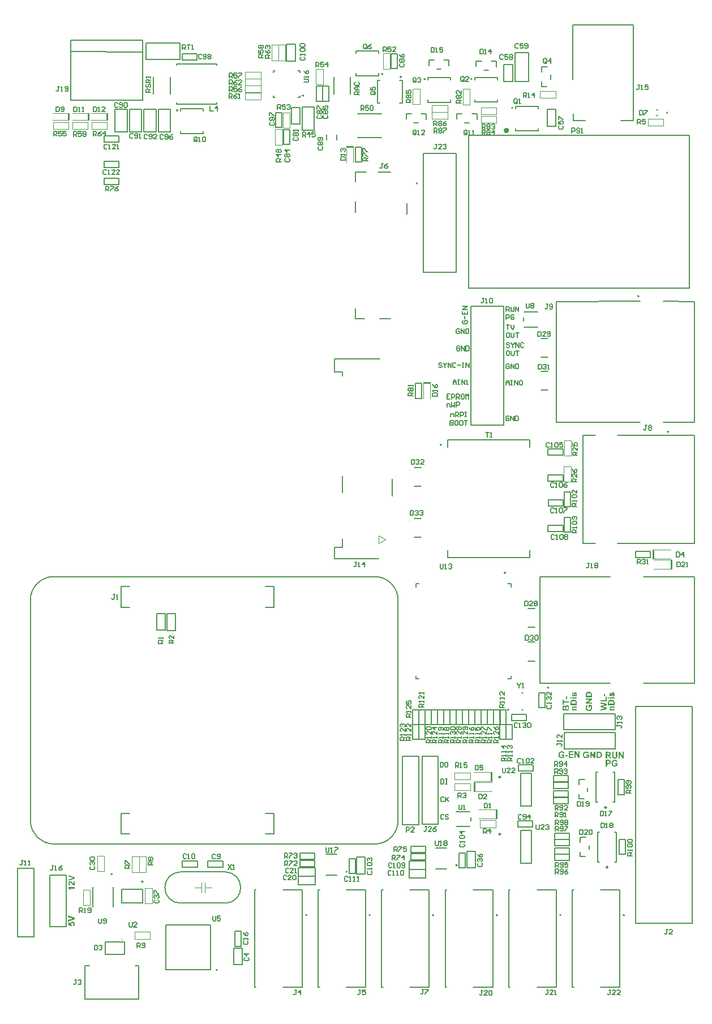
<source format=gto>
G04*
G04 #@! TF.GenerationSoftware,Altium Limited,Altium Designer,24.0.1 (36)*
G04*
G04 Layer_Color=65535*
%FSLAX42Y42*%
%MOMM*%
G71*
G04*
G04 #@! TF.SameCoordinates,E1E02590-05F2-4693-A132-99C86EA4FF08*
G04*
G04*
G04 #@! TF.FilePolarity,Positive*
G04*
G01*
G75*
%ADD10C,0.20*%
%ADD11C,0.10*%
%ADD12C,0.20*%
%ADD13C,0.40*%
%ADD14C,0.13*%
%ADD15C,0.25*%
%ADD16C,0.15*%
%ADD17C,0.15*%
%ADD18C,0.10*%
G36*
X909Y1220D02*
Y1200D01*
X812Y1165D01*
Y1186D01*
X884Y1211D01*
X812Y1234D01*
Y1255D01*
X909Y1220D01*
D02*
G37*
G36*
X878Y1161D02*
X879Y1161D01*
X881Y1161D01*
X882Y1161D01*
X883Y1160D01*
X885Y1160D01*
X887Y1160D01*
X889Y1159D01*
X890Y1158D01*
X892Y1157D01*
X894Y1156D01*
X896Y1155D01*
X898Y1154D01*
X898Y1154D01*
X898Y1154D01*
X899Y1153D01*
X900Y1152D01*
X901Y1151D01*
X902Y1150D01*
X903Y1149D01*
X904Y1147D01*
X905Y1146D01*
X906Y1144D01*
X907Y1142D01*
X908Y1139D01*
X909Y1137D01*
X910Y1134D01*
X910Y1131D01*
X910Y1128D01*
Y1127D01*
X910Y1126D01*
X910Y1125D01*
X910Y1123D01*
X910Y1122D01*
X909Y1120D01*
X909Y1117D01*
X908Y1115D01*
X907Y1113D01*
X906Y1112D01*
X906Y1110D01*
X904Y1108D01*
X903Y1106D01*
X903Y1106D01*
X903Y1106D01*
X902Y1106D01*
X902Y1105D01*
X901Y1104D01*
X900Y1104D01*
X899Y1103D01*
X898Y1102D01*
X897Y1101D01*
X895Y1100D01*
X894Y1100D01*
X892Y1099D01*
X890Y1098D01*
X888Y1097D01*
X886Y1097D01*
X884Y1097D01*
X882Y1115D01*
X882D01*
X882D01*
X883Y1115D01*
X883Y1115D01*
X884Y1115D01*
X886Y1116D01*
X887Y1116D01*
X889Y1117D01*
X890Y1118D01*
X892Y1119D01*
X892Y1120D01*
X892Y1120D01*
X893Y1121D01*
X894Y1122D01*
X894Y1123D01*
X895Y1125D01*
X895Y1127D01*
X896Y1128D01*
Y1129D01*
X895Y1129D01*
X895Y1130D01*
X895Y1132D01*
X894Y1133D01*
X894Y1135D01*
X892Y1137D01*
X892Y1137D01*
X891Y1138D01*
X891D01*
X891Y1138D01*
X890Y1139D01*
X890Y1139D01*
X889Y1139D01*
X889Y1139D01*
X888Y1140D01*
X887Y1140D01*
X886Y1141D01*
X885Y1141D01*
X884Y1141D01*
X883Y1142D01*
X881Y1142D01*
X880Y1142D01*
X878Y1142D01*
X877D01*
X877D01*
X876D01*
X876D01*
X875Y1142D01*
X874D01*
X874Y1142D01*
X872Y1142D01*
X869Y1141D01*
X867Y1141D01*
X865Y1140D01*
X863Y1138D01*
X863D01*
X863Y1138D01*
X863Y1137D01*
X862Y1137D01*
X861Y1135D01*
X860Y1134D01*
X860Y1132D01*
X859Y1130D01*
X859Y1129D01*
Y1127D01*
X859Y1127D01*
X859Y1126D01*
X859Y1125D01*
X860Y1123D01*
X861Y1121D01*
X861Y1120D01*
X862Y1118D01*
X863Y1117D01*
X864Y1116D01*
X865Y1115D01*
X866Y1114D01*
X864Y1099D01*
X814Y1108D01*
Y1157D01*
X831D01*
Y1122D01*
X847Y1119D01*
Y1119D01*
X847Y1119D01*
X847Y1120D01*
X847Y1120D01*
X847Y1121D01*
X846Y1121D01*
X846Y1123D01*
X845Y1125D01*
X845Y1127D01*
X844Y1129D01*
X844Y1132D01*
Y1132D01*
X844Y1133D01*
Y1134D01*
X844Y1135D01*
X845Y1136D01*
X845Y1137D01*
X845Y1139D01*
X846Y1141D01*
X846Y1142D01*
X847Y1144D01*
X848Y1146D01*
X849Y1147D01*
X850Y1149D01*
X852Y1151D01*
X853Y1153D01*
X853Y1153D01*
X854Y1153D01*
X854Y1153D01*
X855Y1154D01*
X856Y1155D01*
X857Y1155D01*
X858Y1156D01*
X859Y1157D01*
X861Y1158D01*
X863Y1158D01*
X865Y1159D01*
X867Y1160D01*
X869Y1160D01*
X871Y1161D01*
X874Y1161D01*
X876Y1161D01*
X876D01*
X877D01*
X877D01*
X878Y1161D01*
D02*
G37*
G36*
X9124Y3604D02*
X9105D01*
X9066Y3667D01*
Y3604D01*
X9048D01*
Y3701D01*
X9067D01*
X9106Y3636D01*
Y3701D01*
X9124D01*
Y3604D01*
D02*
G37*
G36*
X9027Y3650D02*
Y3650D01*
Y3649D01*
Y3648D01*
Y3647D01*
Y3646D01*
X9027Y3644D01*
Y3642D01*
X9027Y3640D01*
X9027Y3636D01*
X9027Y3632D01*
X9026Y3630D01*
X9026Y3629D01*
X9026Y3627D01*
X9026Y3625D01*
Y3625D01*
X9026Y3625D01*
X9025Y3625D01*
X9025Y3624D01*
X9025Y3624D01*
X9025Y3623D01*
X9024Y3621D01*
X9024Y3619D01*
X9023Y3617D01*
X9021Y3615D01*
X9020Y3613D01*
Y3613D01*
X9020Y3613D01*
X9019Y3613D01*
X9018Y3612D01*
X9017Y3611D01*
X9015Y3609D01*
X9013Y3608D01*
X9011Y3607D01*
X9009Y3606D01*
X9008D01*
X9008Y3605D01*
X9008Y3605D01*
X9007Y3605D01*
X9007Y3605D01*
X9006Y3605D01*
X9005Y3604D01*
X9004Y3604D01*
X9002Y3604D01*
X9001Y3604D01*
X8999Y3603D01*
X8998Y3603D01*
X8996Y3603D01*
X8994Y3603D01*
X8992Y3603D01*
X8989D01*
X8988Y3603D01*
X8987D01*
X8985Y3603D01*
X8984Y3603D01*
X8982Y3603D01*
X8979Y3603D01*
X8976Y3604D01*
X8972Y3605D01*
X8971Y3605D01*
X8969Y3606D01*
X8969D01*
X8969Y3606D01*
X8969Y3606D01*
X8968Y3606D01*
X8968Y3607D01*
X8967Y3607D01*
X8965Y3608D01*
X8963Y3609D01*
X8962Y3611D01*
X8960Y3612D01*
X8958Y3614D01*
Y3614D01*
X8958Y3614D01*
X8958Y3614D01*
X8957Y3615D01*
X8957Y3616D01*
X8956Y3617D01*
X8955Y3619D01*
X8954Y3621D01*
X8953Y3623D01*
X8953Y3625D01*
Y3625D01*
X8953Y3625D01*
X8952Y3626D01*
X8952Y3626D01*
X8952Y3627D01*
X8952Y3628D01*
X8952Y3629D01*
X8952Y3631D01*
X8952Y3632D01*
X8951Y3634D01*
X8951Y3636D01*
X8951Y3638D01*
X8951Y3641D01*
X8951Y3643D01*
X8951Y3646D01*
Y3649D01*
Y3701D01*
X8970D01*
Y3648D01*
Y3648D01*
Y3648D01*
Y3647D01*
Y3646D01*
Y3645D01*
Y3644D01*
X8970Y3643D01*
Y3642D01*
Y3639D01*
X8970Y3636D01*
Y3635D01*
X8971Y3634D01*
X8971Y3633D01*
X8971Y3632D01*
Y3632D01*
X8971Y3632D01*
Y3632D01*
X8971Y3631D01*
X8971Y3630D01*
X8972Y3629D01*
X8973Y3627D01*
X8974Y3626D01*
X8975Y3624D01*
X8977Y3623D01*
X8977D01*
X8977Y3623D01*
X8977Y3622D01*
X8978Y3622D01*
X8979Y3622D01*
X8980Y3621D01*
X8982Y3620D01*
X8984Y3620D01*
X8987Y3619D01*
X8990Y3619D01*
X8990D01*
X8991Y3619D01*
X8992D01*
X8992Y3619D01*
X8994Y3620D01*
X8996Y3620D01*
X8998Y3621D01*
X9000Y3621D01*
X9002Y3623D01*
X9002Y3623D01*
X9003Y3623D01*
X9003Y3624D01*
X9004Y3625D01*
X9005Y3626D01*
X9006Y3627D01*
X9007Y3629D01*
X9007Y3631D01*
Y3631D01*
Y3631D01*
X9007Y3631D01*
Y3632D01*
X9007Y3632D01*
X9007Y3633D01*
X9007Y3634D01*
X9008Y3635D01*
Y3636D01*
X9008Y3637D01*
X9008Y3638D01*
X9008Y3640D01*
Y3641D01*
X9008Y3643D01*
Y3645D01*
Y3647D01*
Y3701D01*
X9027D01*
Y3650D01*
D02*
G37*
G36*
X8899Y3700D02*
X8900D01*
X8902Y3700D01*
X8903Y3700D01*
X8907Y3700D01*
X8911Y3699D01*
X8912Y3699D01*
X8914Y3699D01*
X8916Y3698D01*
X8917Y3698D01*
X8917D01*
X8917Y3698D01*
X8918Y3698D01*
X8918Y3697D01*
X8919Y3697D01*
X8920Y3697D01*
X8921Y3696D01*
X8923Y3694D01*
X8925Y3693D01*
X8927Y3691D01*
X8928Y3689D01*
Y3689D01*
X8929Y3688D01*
X8929Y3688D01*
X8929Y3687D01*
X8929Y3687D01*
X8930Y3686D01*
X8930Y3685D01*
X8930Y3684D01*
X8931Y3682D01*
X8932Y3679D01*
X8932Y3677D01*
X8933Y3674D01*
Y3673D01*
Y3673D01*
Y3672D01*
X8932Y3672D01*
X8932Y3671D01*
X8932Y3670D01*
X8932Y3669D01*
X8932Y3667D01*
X8931Y3664D01*
X8930Y3663D01*
X8930Y3661D01*
X8929Y3660D01*
X8928Y3658D01*
X8927Y3657D01*
X8926Y3656D01*
X8926Y3656D01*
X8926Y3655D01*
X8926Y3655D01*
X8925Y3654D01*
X8924Y3654D01*
X8924Y3653D01*
X8923Y3653D01*
X8921Y3652D01*
X8920Y3651D01*
X8919Y3650D01*
X8917Y3650D01*
X8915Y3649D01*
X8914Y3648D01*
X8912Y3648D01*
X8909Y3647D01*
X8907Y3647D01*
X8907D01*
X8907Y3646D01*
X8908Y3646D01*
X8908Y3646D01*
X8909Y3645D01*
X8911Y3644D01*
X8912Y3643D01*
X8914Y3642D01*
X8916Y3640D01*
X8918Y3639D01*
X8918Y3638D01*
X8918Y3638D01*
X8918Y3638D01*
X8919Y3637D01*
X8919Y3637D01*
X8920Y3636D01*
X8920Y3635D01*
X8921Y3634D01*
X8922Y3633D01*
X8923Y3632D01*
X8924Y3630D01*
X8925Y3629D01*
X8926Y3627D01*
X8927Y3625D01*
X8929Y3623D01*
X8940Y3604D01*
X8917D01*
X8903Y3625D01*
X8903Y3625D01*
X8903Y3626D01*
X8902Y3626D01*
X8902Y3627D01*
X8901Y3628D01*
X8901Y3629D01*
X8899Y3631D01*
X8897Y3634D01*
X8896Y3636D01*
X8895Y3637D01*
X8894Y3638D01*
X8893Y3639D01*
X8893Y3639D01*
X8893Y3639D01*
X8892Y3640D01*
X8892Y3640D01*
X8891Y3641D01*
X8890Y3642D01*
X8889Y3642D01*
X8888Y3643D01*
X8887Y3643D01*
X8887Y3643D01*
X8886Y3644D01*
X8886Y3644D01*
X8885Y3644D01*
X8883Y3644D01*
X8882Y3644D01*
X8880Y3644D01*
X8873D01*
Y3604D01*
X8854D01*
Y3701D01*
X8897D01*
X8899Y3700D01*
D02*
G37*
G36*
X8991Y3583D02*
X8992Y3583D01*
X8994Y3583D01*
X8996Y3583D01*
X8998Y3582D01*
X9000Y3582D01*
X9003Y3582D01*
X9005Y3581D01*
X9007Y3580D01*
X9010Y3579D01*
X9012Y3578D01*
X9014Y3577D01*
X9016Y3576D01*
X9016Y3576D01*
X9016Y3576D01*
X9017Y3575D01*
X9017Y3575D01*
X9018Y3574D01*
X9019Y3573D01*
X9020Y3572D01*
X9021Y3570D01*
X9022Y3569D01*
X9023Y3568D01*
X9025Y3566D01*
X9026Y3564D01*
X9026Y3562D01*
X9027Y3560D01*
X9028Y3558D01*
X9029Y3555D01*
X9010Y3552D01*
Y3552D01*
X9009Y3552D01*
X9009Y3552D01*
X9009Y3553D01*
X9009Y3553D01*
X9009Y3554D01*
X9008Y3556D01*
X9007Y3557D01*
X9005Y3559D01*
X9004Y3561D01*
X9002Y3563D01*
X9002D01*
X9002Y3563D01*
X9001Y3563D01*
X9001Y3563D01*
X9000Y3564D01*
X9000Y3564D01*
X8999Y3564D01*
X8998Y3565D01*
X8996Y3565D01*
X8994Y3566D01*
X8991Y3567D01*
X8988Y3567D01*
X8987D01*
X8986Y3567D01*
X8985Y3567D01*
X8983Y3566D01*
X8982Y3566D01*
X8981Y3566D01*
X8979Y3565D01*
X8977Y3565D01*
X8976Y3564D01*
X8974Y3563D01*
X8972Y3562D01*
X8971Y3561D01*
X8969Y3560D01*
X8968Y3559D01*
X8968Y3559D01*
X8967Y3558D01*
X8967Y3558D01*
X8967Y3557D01*
X8966Y3556D01*
X8965Y3555D01*
X8965Y3554D01*
X8964Y3553D01*
X8963Y3551D01*
X8963Y3549D01*
X8962Y3547D01*
X8961Y3545D01*
X8961Y3543D01*
X8960Y3540D01*
X8960Y3538D01*
X8960Y3535D01*
Y3535D01*
Y3534D01*
X8960Y3533D01*
Y3532D01*
X8960Y3530D01*
X8961Y3529D01*
X8961Y3527D01*
X8961Y3525D01*
X8962Y3523D01*
X8962Y3521D01*
X8963Y3519D01*
X8963Y3517D01*
X8964Y3515D01*
X8965Y3513D01*
X8966Y3511D01*
X8968Y3509D01*
X8968Y3509D01*
X8968Y3509D01*
X8969Y3508D01*
X8969Y3508D01*
X8970Y3507D01*
X8971Y3506D01*
X8972Y3506D01*
X8973Y3505D01*
X8974Y3504D01*
X8976Y3503D01*
X8978Y3502D01*
X8979Y3502D01*
X8981Y3501D01*
X8983Y3501D01*
X8985Y3501D01*
X8988Y3501D01*
X8989D01*
X8989Y3501D01*
X8990D01*
X8992Y3501D01*
X8993Y3501D01*
X8995Y3502D01*
X8998Y3502D01*
X9000Y3503D01*
X9000D01*
X9000Y3503D01*
X9000Y3503D01*
X9001Y3503D01*
X9002Y3504D01*
X9003Y3505D01*
X9005Y3505D01*
X9007Y3506D01*
X9009Y3507D01*
X9010Y3509D01*
Y3521D01*
X8988D01*
Y3537D01*
X9030D01*
Y3499D01*
X9030Y3499D01*
X9030Y3499D01*
X9029Y3498D01*
X9029Y3498D01*
X9028Y3497D01*
X9028Y3497D01*
X9027Y3496D01*
X9026Y3495D01*
X9024Y3494D01*
X9023Y3494D01*
X9022Y3493D01*
X9020Y3492D01*
X9018Y3491D01*
X9016Y3490D01*
X9014Y3489D01*
X9012Y3488D01*
X9012D01*
X9012Y3488D01*
X9011Y3488D01*
X9010Y3488D01*
X9009Y3487D01*
X9008Y3487D01*
X9007Y3487D01*
X9005Y3486D01*
X9003Y3486D01*
X9002Y3485D01*
X9000Y3485D01*
X8998Y3485D01*
X8993Y3484D01*
X8991Y3484D01*
X8989Y3484D01*
X8987D01*
X8986Y3484D01*
X8985Y3484D01*
X8983Y3484D01*
X8982Y3484D01*
X8980Y3485D01*
X8978Y3485D01*
X8976Y3486D01*
X8974Y3486D01*
X8971Y3487D01*
X8969Y3487D01*
X8967Y3488D01*
X8965Y3489D01*
X8963Y3490D01*
X8962Y3490D01*
X8962Y3491D01*
X8962Y3491D01*
X8961Y3491D01*
X8960Y3492D01*
X8959Y3493D01*
X8958Y3494D01*
X8956Y3495D01*
X8955Y3496D01*
X8954Y3497D01*
X8952Y3499D01*
X8951Y3501D01*
X8949Y3502D01*
X8948Y3504D01*
X8947Y3506D01*
X8946Y3508D01*
X8946Y3508D01*
X8946Y3509D01*
X8945Y3509D01*
X8945Y3510D01*
X8945Y3511D01*
X8944Y3513D01*
X8943Y3514D01*
X8943Y3516D01*
X8942Y3518D01*
X8942Y3520D01*
X8942Y3522D01*
X8941Y3524D01*
X8941Y3526D01*
X8940Y3529D01*
X8940Y3531D01*
X8940Y3534D01*
Y3534D01*
Y3535D01*
Y3535D01*
X8940Y3536D01*
X8940Y3538D01*
X8940Y3539D01*
X8941Y3541D01*
X8941Y3543D01*
X8941Y3545D01*
X8942Y3547D01*
X8942Y3549D01*
X8943Y3552D01*
X8943Y3554D01*
X8944Y3556D01*
X8945Y3558D01*
X8946Y3561D01*
X8947Y3561D01*
X8947Y3561D01*
X8947Y3562D01*
X8948Y3563D01*
X8948Y3564D01*
X8949Y3565D01*
X8950Y3566D01*
X8951Y3567D01*
X8952Y3569D01*
X8954Y3570D01*
X8955Y3572D01*
X8957Y3573D01*
X8959Y3575D01*
X8961Y3576D01*
X8963Y3577D01*
X8965Y3579D01*
X8965Y3579D01*
X8965Y3579D01*
X8966Y3579D01*
X8967Y3579D01*
X8967Y3580D01*
X8968Y3580D01*
X8970Y3581D01*
X8971Y3581D01*
X8973Y3581D01*
X8975Y3582D01*
X8976Y3582D01*
X8978Y3583D01*
X8981Y3583D01*
X8983Y3583D01*
X8985Y3583D01*
X8990D01*
X8991Y3583D01*
D02*
G37*
G36*
X8891Y3582D02*
X8893D01*
X8895Y3582D01*
X8899Y3582D01*
X8900Y3581D01*
X8902Y3581D01*
X8904Y3581D01*
X8906Y3581D01*
X8907Y3581D01*
X8908Y3580D01*
X8908D01*
X8909Y3580D01*
X8909Y3580D01*
X8909Y3580D01*
X8910Y3580D01*
X8911Y3579D01*
X8913Y3578D01*
X8915Y3577D01*
X8917Y3575D01*
X8919Y3574D01*
X8920Y3573D01*
X8921Y3572D01*
X8922Y3571D01*
X8922Y3571D01*
X8922Y3571D01*
X8922Y3570D01*
X8923Y3570D01*
X8923Y3569D01*
X8924Y3568D01*
X8924Y3567D01*
X8925Y3566D01*
X8925Y3565D01*
X8926Y3563D01*
X8926Y3562D01*
X8927Y3560D01*
X8927Y3558D01*
X8927Y3556D01*
X8927Y3554D01*
X8928Y3552D01*
Y3552D01*
Y3552D01*
Y3551D01*
Y3551D01*
X8927Y3550D01*
X8927Y3549D01*
X8927Y3548D01*
X8927Y3547D01*
X8927Y3545D01*
X8926Y3542D01*
X8925Y3540D01*
X8924Y3537D01*
Y3537D01*
X8924Y3537D01*
X8924Y3537D01*
X8924Y3536D01*
X8923Y3535D01*
X8922Y3534D01*
X8921Y3532D01*
X8920Y3531D01*
X8918Y3529D01*
X8916Y3528D01*
X8916D01*
X8916Y3528D01*
X8915Y3527D01*
X8914Y3527D01*
X8913Y3526D01*
X8912Y3525D01*
X8910Y3524D01*
X8908Y3524D01*
X8906Y3523D01*
X8906D01*
X8906Y3523D01*
X8905D01*
X8905Y3523D01*
X8904Y3523D01*
X8903Y3523D01*
X8902Y3523D01*
X8901Y3523D01*
X8900Y3522D01*
X8898Y3522D01*
X8896Y3522D01*
X8895Y3522D01*
X8893Y3522D01*
X8891D01*
X8888Y3522D01*
X8873D01*
Y3486D01*
X8854D01*
Y3582D01*
X8889D01*
X8891Y3582D01*
D02*
G37*
G36*
X8606Y4600D02*
X8607D01*
X8608Y4600D01*
X8610Y4600D01*
X8613Y4599D01*
X8617Y4599D01*
X8620Y4598D01*
X8623Y4597D01*
X8623D01*
X8624Y4597D01*
X8624Y4597D01*
X8625Y4596D01*
X8626Y4596D01*
X8627Y4595D01*
X8628Y4595D01*
X8629Y4594D01*
X8632Y4593D01*
X8635Y4591D01*
X8638Y4589D01*
X8640Y4587D01*
X8640Y4587D01*
X8641Y4586D01*
X8641Y4586D01*
X8641Y4586D01*
X8642Y4585D01*
X8642Y4585D01*
X8643Y4584D01*
X8643Y4583D01*
X8644Y4581D01*
X8646Y4579D01*
X8647Y4576D01*
X8648Y4573D01*
Y4573D01*
X8648Y4573D01*
X8648Y4572D01*
X8648Y4572D01*
X8648Y4571D01*
X8649Y4570D01*
X8649Y4570D01*
X8649Y4569D01*
X8649Y4567D01*
X8649Y4566D01*
X8650Y4565D01*
X8650Y4563D01*
X8650Y4562D01*
X8650Y4560D01*
X8650Y4558D01*
Y4519D01*
X8554D01*
Y4557D01*
X8554Y4558D01*
Y4560D01*
X8554Y4562D01*
X8554Y4565D01*
X8555Y4568D01*
X8555Y4570D01*
X8555Y4572D01*
X8556Y4573D01*
Y4573D01*
X8556Y4574D01*
X8556Y4574D01*
X8556Y4575D01*
X8556Y4575D01*
X8557Y4576D01*
X8558Y4578D01*
X8559Y4580D01*
X8561Y4583D01*
X8562Y4585D01*
X8565Y4588D01*
X8565Y4588D01*
X8565Y4588D01*
X8565Y4588D01*
X8566Y4589D01*
X8566Y4589D01*
X8567Y4590D01*
X8568Y4590D01*
X8569Y4591D01*
X8570Y4592D01*
X8571Y4592D01*
X8574Y4594D01*
X8577Y4595D01*
X8580Y4597D01*
X8580D01*
X8581Y4597D01*
X8581Y4597D01*
X8582Y4597D01*
X8583Y4597D01*
X8584Y4598D01*
X8585Y4598D01*
X8586Y4598D01*
X8588Y4599D01*
X8590Y4599D01*
X8592Y4599D01*
X8594Y4599D01*
X8596Y4600D01*
X8598Y4600D01*
X8600Y4600D01*
X8603D01*
X8603D01*
X8603D01*
X8604D01*
X8605D01*
X8606Y4600D01*
D02*
G37*
G36*
X8650Y4480D02*
X8587Y4441D01*
X8650D01*
Y4423D01*
X8554D01*
Y4441D01*
X8618Y4481D01*
X8554D01*
Y4499D01*
X8650D01*
Y4480D01*
D02*
G37*
G36*
X8637Y4404D02*
X8637Y4404D01*
X8638Y4404D01*
X8638Y4403D01*
X8638Y4403D01*
X8639Y4402D01*
X8640Y4401D01*
X8640Y4400D01*
X8641Y4399D01*
X8642Y4398D01*
X8643Y4396D01*
X8644Y4394D01*
X8645Y4393D01*
X8646Y4391D01*
X8646Y4389D01*
X8647Y4387D01*
Y4387D01*
X8648Y4386D01*
X8648Y4386D01*
X8648Y4385D01*
X8648Y4384D01*
X8649Y4383D01*
X8649Y4381D01*
X8649Y4380D01*
X8650Y4378D01*
X8650Y4376D01*
X8651Y4374D01*
X8651Y4372D01*
X8652Y4368D01*
X8652Y4366D01*
X8652Y4363D01*
Y4362D01*
X8652Y4361D01*
X8652Y4360D01*
X8651Y4358D01*
X8651Y4356D01*
X8651Y4355D01*
X8651Y4353D01*
X8650Y4350D01*
X8650Y4348D01*
X8649Y4346D01*
X8648Y4344D01*
X8648Y4341D01*
X8647Y4339D01*
X8646Y4337D01*
X8645Y4337D01*
X8645Y4337D01*
X8645Y4336D01*
X8644Y4335D01*
X8644Y4334D01*
X8643Y4333D01*
X8642Y4332D01*
X8641Y4331D01*
X8640Y4330D01*
X8638Y4328D01*
X8637Y4327D01*
X8635Y4325D01*
X8633Y4324D01*
X8632Y4323D01*
X8630Y4321D01*
X8627Y4320D01*
X8627Y4320D01*
X8627Y4320D01*
X8626Y4320D01*
X8625Y4320D01*
X8624Y4319D01*
X8623Y4319D01*
X8621Y4318D01*
X8620Y4318D01*
X8618Y4317D01*
X8616Y4316D01*
X8614Y4316D01*
X8612Y4316D01*
X8609Y4315D01*
X8607Y4315D01*
X8604Y4315D01*
X8602Y4315D01*
X8602D01*
X8601D01*
X8600D01*
X8599Y4315D01*
X8598Y4315D01*
X8596Y4315D01*
X8595Y4315D01*
X8593Y4316D01*
X8591Y4316D01*
X8589Y4316D01*
X8586Y4317D01*
X8584Y4317D01*
X8582Y4318D01*
X8580Y4319D01*
X8577Y4320D01*
X8575Y4321D01*
X8575Y4321D01*
X8575Y4321D01*
X8574Y4322D01*
X8573Y4322D01*
X8572Y4323D01*
X8571Y4324D01*
X8570Y4325D01*
X8568Y4326D01*
X8567Y4327D01*
X8566Y4328D01*
X8564Y4330D01*
X8563Y4331D01*
X8561Y4333D01*
X8560Y4335D01*
X8558Y4337D01*
X8557Y4339D01*
X8557Y4340D01*
X8557Y4340D01*
X8557Y4340D01*
X8556Y4341D01*
X8556Y4342D01*
X8556Y4343D01*
X8555Y4344D01*
X8555Y4346D01*
X8554Y4347D01*
X8554Y4349D01*
X8553Y4351D01*
X8553Y4353D01*
X8553Y4355D01*
X8553Y4358D01*
X8552Y4360D01*
Y4364D01*
X8552Y4365D01*
X8553Y4367D01*
X8553Y4369D01*
X8553Y4371D01*
X8553Y4373D01*
X8554Y4375D01*
X8554Y4377D01*
X8555Y4379D01*
X8555Y4382D01*
X8556Y4384D01*
X8557Y4386D01*
X8558Y4388D01*
X8560Y4390D01*
X8560Y4390D01*
X8560Y4391D01*
X8561Y4391D01*
X8561Y4392D01*
X8562Y4393D01*
X8563Y4394D01*
X8564Y4395D01*
X8565Y4396D01*
X8567Y4397D01*
X8568Y4398D01*
X8570Y4399D01*
X8572Y4400D01*
X8574Y4401D01*
X8576Y4402D01*
X8578Y4403D01*
X8581Y4403D01*
X8584Y4384D01*
X8584D01*
X8584Y4384D01*
X8583Y4384D01*
X8583Y4384D01*
X8582Y4383D01*
X8582Y4383D01*
X8580Y4382D01*
X8578Y4381D01*
X8576Y4380D01*
X8575Y4378D01*
X8573Y4376D01*
Y4376D01*
X8573Y4376D01*
X8573Y4376D01*
X8572Y4375D01*
X8572Y4375D01*
X8572Y4374D01*
X8571Y4373D01*
X8571Y4373D01*
X8570Y4371D01*
X8570Y4368D01*
X8569Y4365D01*
X8569Y4362D01*
Y4361D01*
X8569Y4360D01*
X8569Y4359D01*
X8569Y4358D01*
X8570Y4357D01*
X8570Y4355D01*
X8570Y4354D01*
X8571Y4352D01*
X8571Y4350D01*
X8572Y4349D01*
X8573Y4347D01*
X8574Y4345D01*
X8576Y4344D01*
X8577Y4342D01*
X8577Y4342D01*
X8577Y4342D01*
X8578Y4341D01*
X8579Y4341D01*
X8579Y4340D01*
X8580Y4340D01*
X8582Y4339D01*
X8583Y4338D01*
X8585Y4338D01*
X8586Y4337D01*
X8588Y4336D01*
X8591Y4336D01*
X8593Y4335D01*
X8595Y4335D01*
X8598Y4335D01*
X8601Y4335D01*
X8601D01*
X8602D01*
X8603Y4335D01*
X8604D01*
X8605Y4335D01*
X8607Y4335D01*
X8609Y4335D01*
X8611Y4336D01*
X8613Y4336D01*
X8615Y4337D01*
X8617Y4337D01*
X8619Y4338D01*
X8621Y4339D01*
X8623Y4340D01*
X8625Y4341D01*
X8627Y4342D01*
X8627Y4342D01*
X8627Y4343D01*
X8628Y4343D01*
X8628Y4344D01*
X8629Y4345D01*
X8629Y4345D01*
X8630Y4346D01*
X8631Y4348D01*
X8632Y4349D01*
X8633Y4351D01*
X8633Y4352D01*
X8634Y4354D01*
X8634Y4356D01*
X8635Y4358D01*
X8635Y4360D01*
X8635Y4362D01*
Y4363D01*
X8635Y4364D01*
Y4365D01*
X8635Y4366D01*
X8635Y4368D01*
X8634Y4370D01*
X8634Y4372D01*
X8633Y4374D01*
Y4375D01*
X8633Y4375D01*
X8633Y4375D01*
X8632Y4375D01*
X8632Y4377D01*
X8631Y4378D01*
X8630Y4380D01*
X8629Y4381D01*
X8628Y4383D01*
X8627Y4385D01*
X8615D01*
Y4363D01*
X8599D01*
Y4405D01*
X8637D01*
X8637Y4404D01*
D02*
G37*
G36*
X8400Y4594D02*
X8401Y4594D01*
X8402Y4594D01*
X8403Y4593D01*
X8404Y4593D01*
X8406Y4593D01*
X8407Y4592D01*
X8408Y4592D01*
X8410Y4591D01*
X8411Y4590D01*
X8412Y4589D01*
X8414Y4588D01*
X8415Y4586D01*
X8415Y4586D01*
X8415Y4586D01*
X8416Y4585D01*
X8416Y4585D01*
X8417Y4584D01*
X8417Y4583D01*
X8418Y4582D01*
X8419Y4580D01*
X8419Y4579D01*
X8420Y4577D01*
X8420Y4575D01*
X8421Y4573D01*
X8421Y4570D01*
X8422Y4568D01*
X8422Y4565D01*
X8422Y4562D01*
Y4561D01*
X8422Y4560D01*
X8422Y4559D01*
X8422Y4557D01*
X8421Y4556D01*
X8421Y4554D01*
X8421Y4551D01*
X8420Y4547D01*
X8419Y4545D01*
X8418Y4543D01*
X8417Y4542D01*
X8416Y4540D01*
X8416Y4540D01*
X8416Y4540D01*
X8416Y4539D01*
X8415Y4538D01*
X8415Y4538D01*
X8414Y4537D01*
X8413Y4536D01*
X8412Y4535D01*
X8411Y4535D01*
X8410Y4534D01*
X8409Y4533D01*
X8407Y4532D01*
X8406Y4531D01*
X8404Y4530D01*
X8402Y4530D01*
X8401Y4529D01*
X8398Y4548D01*
X8398D01*
X8398Y4548D01*
X8399Y4548D01*
X8400Y4548D01*
X8401Y4549D01*
X8402Y4549D01*
X8404Y4550D01*
X8405Y4551D01*
X8406Y4552D01*
X8406Y4552D01*
X8406Y4553D01*
X8407Y4554D01*
X8407Y4555D01*
X8408Y4556D01*
X8408Y4558D01*
X8409Y4560D01*
X8409Y4562D01*
Y4563D01*
X8409Y4564D01*
Y4565D01*
X8408Y4566D01*
X8408Y4568D01*
X8408Y4570D01*
X8407Y4572D01*
X8406Y4573D01*
X8406Y4573D01*
X8406Y4573D01*
X8405Y4574D01*
X8405Y4574D01*
X8404Y4575D01*
X8403Y4575D01*
X8402Y4575D01*
X8401Y4576D01*
X8401D01*
X8401D01*
X8400Y4575D01*
X8400Y4575D01*
X8399Y4575D01*
X8398Y4575D01*
X8398Y4574D01*
X8398Y4574D01*
X8398Y4574D01*
X8397Y4573D01*
X8397Y4573D01*
X8397Y4572D01*
X8396Y4571D01*
X8396Y4570D01*
X8395Y4568D01*
Y4568D01*
X8395Y4568D01*
Y4568D01*
X8395Y4567D01*
X8395Y4566D01*
X8394Y4565D01*
X8394Y4563D01*
X8393Y4561D01*
X8393Y4559D01*
X8392Y4556D01*
X8391Y4552D01*
X8390Y4549D01*
X8389Y4547D01*
X8389Y4545D01*
X8388Y4543D01*
X8387Y4541D01*
X8386Y4540D01*
X8386Y4540D01*
X8386Y4540D01*
X8386Y4539D01*
X8385Y4539D01*
X8385Y4538D01*
X8384Y4537D01*
X8383Y4537D01*
X8382Y4536D01*
X8381Y4535D01*
X8380Y4534D01*
X8379Y4534D01*
X8377Y4533D01*
X8376Y4532D01*
X8374Y4532D01*
X8372Y4532D01*
X8371Y4532D01*
X8371D01*
X8370D01*
X8370D01*
X8369Y4532D01*
X8368Y4532D01*
X8367Y4532D01*
X8367Y4532D01*
X8365Y4533D01*
X8363Y4533D01*
X8362Y4534D01*
X8360Y4535D01*
X8359Y4536D01*
X8358Y4537D01*
X8357Y4538D01*
X8355Y4539D01*
X8355Y4539D01*
X8355Y4539D01*
X8355Y4540D01*
X8355Y4540D01*
X8354Y4541D01*
X8353Y4542D01*
X8353Y4543D01*
X8352Y4544D01*
X8352Y4546D01*
X8351Y4547D01*
X8351Y4549D01*
X8350Y4551D01*
X8350Y4553D01*
X8350Y4556D01*
X8349Y4558D01*
X8349Y4561D01*
Y4562D01*
X8349Y4563D01*
Y4564D01*
X8349Y4566D01*
X8350Y4567D01*
X8350Y4569D01*
X8350Y4572D01*
X8351Y4576D01*
X8352Y4578D01*
X8352Y4579D01*
X8353Y4581D01*
X8354Y4582D01*
Y4582D01*
X8354Y4582D01*
X8354Y4583D01*
X8355Y4583D01*
X8355Y4584D01*
X8356Y4584D01*
X8357Y4585D01*
X8357Y4586D01*
X8358Y4587D01*
X8359Y4587D01*
X8360Y4588D01*
X8362Y4589D01*
X8363Y4590D01*
X8364Y4591D01*
X8368Y4592D01*
X8371Y4574D01*
X8371D01*
X8370Y4574D01*
X8370Y4574D01*
X8369Y4573D01*
X8368Y4573D01*
X8367Y4572D01*
X8366Y4571D01*
X8365Y4570D01*
X8365Y4570D01*
X8364Y4569D01*
X8364Y4569D01*
X8363Y4568D01*
X8363Y4567D01*
X8363Y4565D01*
X8363Y4563D01*
X8362Y4561D01*
Y4560D01*
X8363Y4559D01*
X8363Y4557D01*
X8363Y4556D01*
X8363Y4554D01*
X8364Y4552D01*
X8365Y4551D01*
X8365Y4551D01*
X8365Y4551D01*
X8365Y4550D01*
X8366Y4550D01*
X8366Y4549D01*
X8367Y4549D01*
X8367Y4549D01*
X8368Y4549D01*
X8368D01*
X8369D01*
X8369Y4549D01*
X8369Y4549D01*
X8370Y4549D01*
X8370Y4550D01*
X8371Y4550D01*
X8372Y4551D01*
X8372Y4551D01*
X8372Y4551D01*
X8372Y4551D01*
X8372Y4552D01*
X8372Y4552D01*
X8373Y4553D01*
X8373Y4554D01*
X8373Y4555D01*
X8374Y4556D01*
X8374Y4557D01*
X8375Y4559D01*
X8375Y4561D01*
X8376Y4563D01*
X8376Y4565D01*
X8377Y4568D01*
Y4568D01*
X8377Y4568D01*
X8377Y4569D01*
X8377Y4570D01*
X8378Y4571D01*
X8378Y4573D01*
X8379Y4574D01*
X8379Y4576D01*
X8380Y4579D01*
X8382Y4583D01*
X8382Y4584D01*
X8383Y4586D01*
X8384Y4587D01*
X8385Y4588D01*
X8385Y4588D01*
X8385Y4588D01*
X8386Y4589D01*
X8386Y4589D01*
X8386Y4590D01*
X8387Y4590D01*
X8388Y4591D01*
X8389Y4591D01*
X8391Y4592D01*
X8393Y4593D01*
X8396Y4594D01*
X8397Y4594D01*
X8399Y4594D01*
X8399D01*
X8399D01*
X8400D01*
X8400Y4594D01*
D02*
G37*
G36*
X8420Y4498D02*
X8351D01*
Y4517D01*
X8420D01*
Y4498D01*
D02*
G37*
G36*
X8341D02*
X8324D01*
Y4517D01*
X8341D01*
Y4498D01*
D02*
G37*
G36*
X8279Y4496D02*
X8261D01*
Y4532D01*
X8279D01*
Y4496D01*
D02*
G37*
G36*
X8225Y4457D02*
X8305D01*
Y4438D01*
X8225D01*
Y4409D01*
X8209D01*
Y4486D01*
X8225D01*
Y4457D01*
D02*
G37*
G36*
X8376Y4482D02*
X8378D01*
X8379Y4482D01*
X8380Y4482D01*
X8384Y4481D01*
X8387Y4481D01*
X8390Y4480D01*
X8394Y4479D01*
X8394D01*
X8394Y4479D01*
X8395Y4479D01*
X8396Y4478D01*
X8396Y4478D01*
X8397Y4478D01*
X8399Y4477D01*
X8400Y4476D01*
X8403Y4475D01*
X8405Y4473D01*
X8408Y4471D01*
X8411Y4469D01*
X8411Y4469D01*
X8411Y4469D01*
X8411Y4468D01*
X8412Y4468D01*
X8412Y4467D01*
X8413Y4467D01*
X8413Y4466D01*
X8414Y4465D01*
X8415Y4463D01*
X8416Y4461D01*
X8417Y4458D01*
X8418Y4455D01*
Y4455D01*
X8419Y4455D01*
X8419Y4455D01*
X8419Y4454D01*
X8419Y4453D01*
X8419Y4453D01*
X8419Y4452D01*
X8419Y4451D01*
X8420Y4449D01*
X8420Y4448D01*
X8420Y4447D01*
X8420Y4445D01*
X8420Y4444D01*
X8420Y4442D01*
X8420Y4440D01*
Y4402D01*
X8324D01*
Y4439D01*
X8324Y4440D01*
Y4442D01*
X8325Y4444D01*
X8325Y4447D01*
X8325Y4450D01*
X8326Y4453D01*
X8326Y4454D01*
X8326Y4455D01*
Y4455D01*
X8326Y4456D01*
X8327Y4456D01*
X8327Y4457D01*
X8327Y4457D01*
X8327Y4458D01*
X8328Y4460D01*
X8329Y4462D01*
X8331Y4465D01*
X8333Y4467D01*
X8335Y4470D01*
X8335Y4470D01*
X8335Y4470D01*
X8336Y4470D01*
X8336Y4471D01*
X8337Y4471D01*
X8338Y4472D01*
X8338Y4472D01*
X8339Y4473D01*
X8340Y4474D01*
X8342Y4475D01*
X8344Y4476D01*
X8347Y4478D01*
X8351Y4479D01*
X8351D01*
X8351Y4479D01*
X8352Y4479D01*
X8352Y4479D01*
X8353Y4480D01*
X8354Y4480D01*
X8356Y4480D01*
X8357Y4480D01*
X8358Y4481D01*
X8360Y4481D01*
X8362Y4481D01*
X8364Y4482D01*
X8366Y4482D01*
X8368Y4482D01*
X8371Y4482D01*
X8373D01*
X8373D01*
X8374D01*
X8375D01*
X8375D01*
X8376Y4482D01*
D02*
G37*
G36*
X8279Y4400D02*
X8280Y4400D01*
X8281Y4399D01*
X8283Y4399D01*
X8285Y4398D01*
X8288Y4398D01*
X8290Y4397D01*
X8290D01*
X8290Y4397D01*
X8291Y4396D01*
X8291Y4396D01*
X8292Y4395D01*
X8294Y4394D01*
X8295Y4393D01*
X8297Y4392D01*
X8299Y4390D01*
X8300Y4388D01*
Y4388D01*
X8300Y4388D01*
X8300Y4388D01*
X8301Y4387D01*
X8301Y4387D01*
X8301Y4386D01*
X8302Y4385D01*
X8303Y4383D01*
X8303Y4381D01*
X8304Y4378D01*
X8304Y4375D01*
Y4375D01*
X8305Y4374D01*
Y4374D01*
X8305Y4373D01*
Y4372D01*
X8305Y4371D01*
Y4369D01*
X8305Y4367D01*
Y4366D01*
X8305Y4363D01*
Y4358D01*
X8305Y4355D01*
Y4319D01*
X8209D01*
Y4362D01*
X8209Y4363D01*
Y4364D01*
X8209Y4367D01*
X8209Y4370D01*
X8210Y4372D01*
X8210Y4374D01*
X8210Y4375D01*
Y4375D01*
X8210Y4375D01*
X8210Y4376D01*
X8210Y4377D01*
X8211Y4378D01*
X8211Y4380D01*
X8212Y4381D01*
X8213Y4383D01*
X8214Y4385D01*
Y4385D01*
X8214Y4385D01*
X8215Y4385D01*
X8215Y4386D01*
X8216Y4387D01*
X8217Y4388D01*
X8219Y4390D01*
X8220Y4391D01*
X8222Y4392D01*
X8222D01*
X8222Y4392D01*
X8223Y4392D01*
X8223Y4393D01*
X8224Y4393D01*
X8225Y4394D01*
X8227Y4394D01*
X8229Y4395D01*
X8231Y4395D01*
X8233Y4395D01*
X8233D01*
X8234D01*
X8234D01*
X8234Y4395D01*
X8235D01*
X8236Y4395D01*
X8237Y4395D01*
X8239Y4394D01*
X8241Y4394D01*
X8243Y4393D01*
X8246Y4391D01*
X8246D01*
X8246Y4391D01*
X8246Y4391D01*
X8247Y4391D01*
X8248Y4390D01*
X8249Y4389D01*
X8250Y4387D01*
X8252Y4386D01*
X8253Y4384D01*
X8254Y4382D01*
Y4382D01*
X8254Y4382D01*
X8254Y4382D01*
X8255Y4383D01*
X8255Y4384D01*
X8255Y4385D01*
X8256Y4387D01*
X8257Y4389D01*
X8259Y4391D01*
X8261Y4393D01*
X8263Y4395D01*
X8263Y4395D01*
X8263Y4395D01*
X8263Y4395D01*
X8264Y4396D01*
X8264Y4396D01*
X8265Y4397D01*
X8266Y4397D01*
X8267Y4397D01*
X8269Y4398D01*
X8271Y4399D01*
X8274Y4400D01*
X8276Y4400D01*
X8277D01*
X8277D01*
X8278D01*
X8278D01*
X8278D01*
X8279Y4400D01*
D02*
G37*
G36*
X8420Y4364D02*
X8385D01*
X8385D01*
X8384D01*
X8384D01*
X8383D01*
X8382D01*
X8381Y4364D01*
X8379D01*
X8376Y4364D01*
X8374Y4364D01*
X8373Y4364D01*
X8372Y4363D01*
X8371Y4363D01*
X8370Y4363D01*
X8370D01*
X8370Y4363D01*
X8369Y4362D01*
X8368Y4362D01*
X8368Y4361D01*
X8367Y4361D01*
X8366Y4360D01*
X8365Y4359D01*
X8365Y4359D01*
X8365Y4359D01*
X8365Y4358D01*
X8364Y4357D01*
X8364Y4356D01*
X8364Y4355D01*
X8363Y4354D01*
X8363Y4353D01*
Y4352D01*
X8363Y4351D01*
X8364Y4350D01*
X8364Y4349D01*
X8364Y4347D01*
X8365Y4346D01*
X8366Y4344D01*
X8366Y4344D01*
X8367Y4344D01*
X8367Y4343D01*
X8368Y4342D01*
X8369Y4341D01*
X8370Y4340D01*
X8371Y4340D01*
X8373Y4339D01*
X8373Y4339D01*
X8373D01*
X8374Y4339D01*
X8374Y4339D01*
X8375Y4339D01*
X8376Y4339D01*
X8377Y4338D01*
X8378Y4338D01*
X8379Y4338D01*
X8380Y4338D01*
X8382Y4338D01*
X8383Y4338D01*
X8385D01*
X8387Y4338D01*
X8389D01*
X8420D01*
Y4319D01*
X8351D01*
Y4336D01*
X8361D01*
X8361Y4336D01*
X8361Y4337D01*
X8360Y4337D01*
X8359Y4338D01*
X8358Y4339D01*
X8357Y4340D01*
X8356Y4341D01*
X8355Y4343D01*
X8354Y4344D01*
X8353Y4346D01*
X8352Y4348D01*
X8351Y4350D01*
X8350Y4352D01*
X8350Y4354D01*
X8349Y4357D01*
X8349Y4359D01*
Y4360D01*
X8349Y4361D01*
X8350Y4363D01*
X8350Y4365D01*
X8350Y4366D01*
X8351Y4368D01*
X8352Y4370D01*
Y4370D01*
X8352Y4371D01*
X8352Y4371D01*
X8352Y4372D01*
X8353Y4373D01*
X8354Y4374D01*
X8355Y4376D01*
X8356Y4377D01*
X8357Y4378D01*
X8357Y4378D01*
X8358Y4378D01*
X8358Y4379D01*
X8359Y4379D01*
X8360Y4380D01*
X8362Y4381D01*
X8363Y4381D01*
X8365Y4382D01*
X8365D01*
X8366Y4382D01*
X8367Y4382D01*
X8368Y4382D01*
X8370Y4382D01*
X8372Y4382D01*
X8374Y4383D01*
X8377D01*
X8420D01*
Y4364D01*
D02*
G37*
G36*
X8563Y3708D02*
X8564Y3708D01*
X8566Y3707D01*
X8568Y3707D01*
X8570Y3707D01*
X8572Y3706D01*
X8574Y3706D01*
X8577Y3705D01*
X8579Y3705D01*
X8581Y3704D01*
X8583Y3703D01*
X8586Y3702D01*
X8588Y3700D01*
X8588Y3700D01*
X8588Y3700D01*
X8588Y3700D01*
X8589Y3699D01*
X8590Y3698D01*
X8591Y3697D01*
X8592Y3696D01*
X8593Y3695D01*
X8594Y3694D01*
X8595Y3692D01*
X8596Y3690D01*
X8597Y3688D01*
X8598Y3686D01*
X8599Y3684D01*
X8600Y3682D01*
X8601Y3680D01*
X8581Y3676D01*
Y3676D01*
X8581Y3676D01*
X8581Y3677D01*
X8581Y3677D01*
X8581Y3678D01*
X8580Y3678D01*
X8580Y3680D01*
X8578Y3682D01*
X8577Y3684D01*
X8576Y3685D01*
X8574Y3687D01*
X8573D01*
X8573Y3687D01*
X8573Y3687D01*
X8573Y3688D01*
X8572Y3688D01*
X8571Y3688D01*
X8571Y3689D01*
X8570Y3689D01*
X8568Y3690D01*
X8565Y3691D01*
X8563Y3691D01*
X8560Y3691D01*
X8558D01*
X8558Y3691D01*
X8556Y3691D01*
X8555Y3691D01*
X8554Y3690D01*
X8552Y3690D01*
X8551Y3690D01*
X8549Y3689D01*
X8547Y3689D01*
X8546Y3688D01*
X8544Y3687D01*
X8542Y3686D01*
X8541Y3685D01*
X8539Y3683D01*
X8539Y3683D01*
X8539Y3683D01*
X8539Y3682D01*
X8538Y3682D01*
X8538Y3681D01*
X8537Y3680D01*
X8536Y3679D01*
X8536Y3677D01*
X8535Y3675D01*
X8534Y3674D01*
X8534Y3672D01*
X8533Y3670D01*
X8533Y3667D01*
X8532Y3665D01*
X8532Y3662D01*
X8532Y3659D01*
Y3659D01*
Y3658D01*
X8532Y3657D01*
Y3656D01*
X8532Y3655D01*
X8532Y3653D01*
X8533Y3651D01*
X8533Y3649D01*
X8533Y3647D01*
X8534Y3645D01*
X8534Y3643D01*
X8535Y3641D01*
X8536Y3639D01*
X8537Y3637D01*
X8538Y3635D01*
X8540Y3633D01*
X8540Y3633D01*
X8540Y3633D01*
X8540Y3633D01*
X8541Y3632D01*
X8542Y3631D01*
X8543Y3631D01*
X8544Y3630D01*
X8545Y3629D01*
X8546Y3628D01*
X8548Y3628D01*
X8549Y3627D01*
X8551Y3626D01*
X8553Y3626D01*
X8555Y3625D01*
X8557Y3625D01*
X8559Y3625D01*
X8560D01*
X8561Y3625D01*
X8562D01*
X8563Y3625D01*
X8565Y3625D01*
X8567Y3626D01*
X8569Y3626D01*
X8572Y3627D01*
X8572D01*
X8572Y3627D01*
X8572Y3627D01*
X8573Y3628D01*
X8574Y3628D01*
X8575Y3629D01*
X8577Y3630D01*
X8579Y3631D01*
X8580Y3632D01*
X8582Y3633D01*
Y3645D01*
X8560D01*
Y3662D01*
X8602D01*
Y3623D01*
X8602Y3623D01*
X8601Y3623D01*
X8601Y3623D01*
X8601Y3622D01*
X8600Y3622D01*
X8599Y3621D01*
X8598Y3620D01*
X8597Y3620D01*
X8596Y3619D01*
X8595Y3618D01*
X8593Y3617D01*
X8592Y3616D01*
X8590Y3615D01*
X8588Y3615D01*
X8586Y3614D01*
X8584Y3613D01*
X8584D01*
X8584Y3613D01*
X8583Y3612D01*
X8582Y3612D01*
X8581Y3612D01*
X8580Y3611D01*
X8578Y3611D01*
X8577Y3611D01*
X8575Y3610D01*
X8573Y3610D01*
X8571Y3609D01*
X8569Y3609D01*
X8565Y3609D01*
X8563Y3608D01*
X8561Y3608D01*
X8559D01*
X8558Y3608D01*
X8557Y3609D01*
X8555Y3609D01*
X8554Y3609D01*
X8552Y3609D01*
X8550Y3609D01*
X8548Y3610D01*
X8545Y3610D01*
X8543Y3611D01*
X8541Y3612D01*
X8539Y3612D01*
X8536Y3613D01*
X8534Y3615D01*
X8534Y3615D01*
X8534Y3615D01*
X8533Y3615D01*
X8532Y3616D01*
X8532Y3616D01*
X8530Y3617D01*
X8529Y3618D01*
X8528Y3619D01*
X8527Y3620D01*
X8525Y3622D01*
X8524Y3623D01*
X8523Y3625D01*
X8521Y3627D01*
X8520Y3629D01*
X8519Y3630D01*
X8518Y3633D01*
X8517Y3633D01*
X8517Y3633D01*
X8517Y3634D01*
X8517Y3635D01*
X8516Y3636D01*
X8516Y3637D01*
X8515Y3639D01*
X8515Y3640D01*
X8514Y3642D01*
X8514Y3644D01*
X8513Y3646D01*
X8513Y3648D01*
X8512Y3651D01*
X8512Y3653D01*
X8512Y3656D01*
X8512Y3658D01*
Y3659D01*
Y3659D01*
Y3660D01*
X8512Y3661D01*
X8512Y3662D01*
X8512Y3664D01*
X8512Y3665D01*
X8513Y3667D01*
X8513Y3669D01*
X8513Y3671D01*
X8514Y3674D01*
X8515Y3676D01*
X8515Y3678D01*
X8516Y3680D01*
X8517Y3683D01*
X8518Y3685D01*
X8518Y3685D01*
X8518Y3685D01*
X8519Y3686D01*
X8519Y3687D01*
X8520Y3688D01*
X8521Y3689D01*
X8522Y3690D01*
X8523Y3692D01*
X8524Y3693D01*
X8525Y3695D01*
X8527Y3696D01*
X8529Y3698D01*
X8530Y3699D01*
X8532Y3700D01*
X8534Y3702D01*
X8537Y3703D01*
X8537Y3703D01*
X8537Y3703D01*
X8538Y3703D01*
X8538Y3704D01*
X8539Y3704D01*
X8540Y3705D01*
X8541Y3705D01*
X8543Y3705D01*
X8545Y3706D01*
X8546Y3706D01*
X8548Y3707D01*
X8550Y3707D01*
X8552Y3707D01*
X8555Y3708D01*
X8557Y3708D01*
X8561D01*
X8563Y3708D01*
D02*
G37*
G36*
X8696Y3610D02*
X8677D01*
X8638Y3673D01*
Y3610D01*
X8620D01*
Y3706D01*
X8639D01*
X8678Y3642D01*
Y3706D01*
X8696D01*
Y3610D01*
D02*
G37*
G36*
X8755Y3706D02*
X8757D01*
X8759Y3706D01*
X8762Y3706D01*
X8765Y3705D01*
X8768Y3705D01*
X8769Y3705D01*
X8770Y3704D01*
X8770D01*
X8771Y3704D01*
X8771Y3704D01*
X8772Y3704D01*
X8772Y3704D01*
X8773Y3703D01*
X8775Y3702D01*
X8778Y3701D01*
X8780Y3700D01*
X8782Y3698D01*
X8785Y3695D01*
X8785Y3695D01*
X8785Y3695D01*
X8785Y3695D01*
X8786Y3694D01*
X8786Y3694D01*
X8787Y3693D01*
X8787Y3692D01*
X8788Y3691D01*
X8789Y3690D01*
X8790Y3689D01*
X8791Y3686D01*
X8793Y3683D01*
X8794Y3680D01*
Y3680D01*
X8794Y3679D01*
X8794Y3679D01*
X8794Y3678D01*
X8795Y3677D01*
X8795Y3676D01*
X8795Y3675D01*
X8796Y3674D01*
X8796Y3672D01*
X8796Y3670D01*
X8796Y3668D01*
X8797Y3666D01*
X8797Y3664D01*
X8797Y3662D01*
X8797Y3660D01*
Y3657D01*
Y3657D01*
Y3657D01*
Y3656D01*
Y3655D01*
X8797Y3654D01*
Y3653D01*
X8797Y3652D01*
X8797Y3650D01*
X8796Y3647D01*
X8796Y3644D01*
X8795Y3640D01*
X8794Y3637D01*
Y3637D01*
X8794Y3636D01*
X8794Y3636D01*
X8794Y3635D01*
X8793Y3634D01*
X8793Y3633D01*
X8792Y3632D01*
X8792Y3631D01*
X8790Y3628D01*
X8788Y3625D01*
X8786Y3622D01*
X8784Y3620D01*
X8784Y3620D01*
X8784Y3620D01*
X8783Y3619D01*
X8783Y3619D01*
X8782Y3619D01*
X8782Y3618D01*
X8781Y3617D01*
X8780Y3617D01*
X8778Y3616D01*
X8776Y3614D01*
X8773Y3613D01*
X8770Y3612D01*
X8770D01*
X8770Y3612D01*
X8770Y3612D01*
X8769Y3612D01*
X8769Y3612D01*
X8768Y3611D01*
X8767Y3611D01*
X8766Y3611D01*
X8765Y3611D01*
X8763Y3611D01*
X8762Y3611D01*
X8760Y3610D01*
X8759Y3610D01*
X8757Y3610D01*
X8755Y3610D01*
X8717D01*
Y3706D01*
X8754D01*
X8755Y3706D01*
D02*
G37*
G36*
X8197Y3710D02*
X8199Y3710D01*
X8201Y3710D01*
X8202Y3710D01*
X8204Y3709D01*
X8207Y3709D01*
X8209Y3708D01*
X8211Y3708D01*
X8214Y3707D01*
X8216Y3706D01*
X8218Y3705D01*
X8220Y3704D01*
X8222Y3703D01*
X8222Y3703D01*
X8223Y3703D01*
X8223Y3702D01*
X8224Y3702D01*
X8225Y3701D01*
X8226Y3700D01*
X8227Y3699D01*
X8228Y3697D01*
X8229Y3696D01*
X8230Y3695D01*
X8231Y3693D01*
X8232Y3691D01*
X8233Y3689D01*
X8234Y3687D01*
X8235Y3685D01*
X8235Y3682D01*
X8216Y3678D01*
Y3679D01*
X8216Y3679D01*
X8216Y3679D01*
X8216Y3680D01*
X8215Y3680D01*
X8215Y3681D01*
X8214Y3683D01*
X8213Y3684D01*
X8212Y3686D01*
X8210Y3688D01*
X8208Y3690D01*
X8208D01*
X8208Y3690D01*
X8208Y3690D01*
X8207Y3690D01*
X8207Y3691D01*
X8206Y3691D01*
X8205Y3691D01*
X8204Y3692D01*
X8202Y3692D01*
X8200Y3693D01*
X8197Y3694D01*
X8194Y3694D01*
X8193D01*
X8192Y3694D01*
X8191Y3694D01*
X8190Y3693D01*
X8188Y3693D01*
X8187Y3693D01*
X8185Y3692D01*
X8184Y3692D01*
X8182Y3691D01*
X8180Y3690D01*
X8179Y3689D01*
X8177Y3688D01*
X8176Y3687D01*
X8174Y3686D01*
X8174Y3686D01*
X8174Y3685D01*
X8173Y3685D01*
X8173Y3684D01*
X8172Y3683D01*
X8172Y3682D01*
X8171Y3681D01*
X8170Y3680D01*
X8170Y3678D01*
X8169Y3676D01*
X8168Y3674D01*
X8168Y3672D01*
X8167Y3670D01*
X8167Y3667D01*
X8167Y3665D01*
X8167Y3662D01*
Y3662D01*
Y3661D01*
X8167Y3660D01*
Y3659D01*
X8167Y3657D01*
X8167Y3656D01*
X8167Y3654D01*
X8168Y3652D01*
X8168Y3650D01*
X8168Y3648D01*
X8169Y3646D01*
X8170Y3644D01*
X8171Y3642D01*
X8172Y3640D01*
X8173Y3638D01*
X8174Y3636D01*
X8174Y3636D01*
X8174Y3636D01*
X8175Y3635D01*
X8176Y3635D01*
X8176Y3634D01*
X8177Y3633D01*
X8178Y3633D01*
X8179Y3632D01*
X8181Y3631D01*
X8182Y3630D01*
X8184Y3629D01*
X8186Y3629D01*
X8188Y3628D01*
X8190Y3628D01*
X8192Y3628D01*
X8194Y3627D01*
X8195D01*
X8196Y3628D01*
X8196D01*
X8198Y3628D01*
X8200Y3628D01*
X8202Y3629D01*
X8204Y3629D01*
X8206Y3630D01*
X8206D01*
X8207Y3630D01*
X8207Y3630D01*
X8207Y3630D01*
X8208Y3631D01*
X8210Y3632D01*
X8212Y3632D01*
X8213Y3633D01*
X8215Y3634D01*
X8217Y3636D01*
Y3648D01*
X8195D01*
Y3664D01*
X8236D01*
Y3626D01*
X8236Y3626D01*
X8236Y3625D01*
X8236Y3625D01*
X8235Y3625D01*
X8235Y3624D01*
X8234Y3624D01*
X8233Y3623D01*
X8232Y3622D01*
X8231Y3621D01*
X8229Y3621D01*
X8228Y3620D01*
X8226Y3619D01*
X8225Y3618D01*
X8223Y3617D01*
X8221Y3616D01*
X8219Y3615D01*
X8219D01*
X8218Y3615D01*
X8218Y3615D01*
X8217Y3615D01*
X8216Y3614D01*
X8214Y3614D01*
X8213Y3614D01*
X8211Y3613D01*
X8210Y3613D01*
X8208Y3612D01*
X8206Y3612D01*
X8204Y3612D01*
X8200Y3611D01*
X8197Y3611D01*
X8195Y3611D01*
X8194D01*
X8193Y3611D01*
X8191Y3611D01*
X8190Y3611D01*
X8188Y3611D01*
X8186Y3612D01*
X8184Y3612D01*
X8182Y3612D01*
X8180Y3613D01*
X8178Y3614D01*
X8176Y3614D01*
X8173Y3615D01*
X8171Y3616D01*
X8169Y3617D01*
X8169Y3617D01*
X8168Y3617D01*
X8168Y3618D01*
X8167Y3618D01*
X8166Y3619D01*
X8165Y3620D01*
X8164Y3621D01*
X8163Y3622D01*
X8161Y3623D01*
X8160Y3624D01*
X8159Y3626D01*
X8157Y3627D01*
X8156Y3629D01*
X8154Y3631D01*
X8153Y3633D01*
X8152Y3635D01*
X8152Y3635D01*
X8152Y3636D01*
X8152Y3636D01*
X8151Y3637D01*
X8151Y3638D01*
X8150Y3640D01*
X8150Y3641D01*
X8149Y3643D01*
X8149Y3645D01*
X8148Y3647D01*
X8148Y3649D01*
X8147Y3651D01*
X8147Y3653D01*
X8147Y3656D01*
X8147Y3658D01*
X8147Y3661D01*
Y3661D01*
Y3662D01*
Y3662D01*
X8147Y3663D01*
X8147Y3665D01*
X8147Y3666D01*
X8147Y3668D01*
X8147Y3670D01*
X8148Y3672D01*
X8148Y3674D01*
X8149Y3676D01*
X8149Y3678D01*
X8150Y3681D01*
X8151Y3683D01*
X8152Y3685D01*
X8153Y3688D01*
X8153Y3688D01*
X8153Y3688D01*
X8153Y3689D01*
X8154Y3690D01*
X8155Y3690D01*
X8155Y3692D01*
X8156Y3693D01*
X8158Y3694D01*
X8159Y3696D01*
X8160Y3697D01*
X8162Y3699D01*
X8163Y3700D01*
X8165Y3702D01*
X8167Y3703D01*
X8169Y3704D01*
X8171Y3706D01*
X8171Y3706D01*
X8172Y3706D01*
X8172Y3706D01*
X8173Y3706D01*
X8174Y3707D01*
X8175Y3707D01*
X8176Y3708D01*
X8178Y3708D01*
X8179Y3708D01*
X8181Y3709D01*
X8183Y3709D01*
X8185Y3710D01*
X8187Y3710D01*
X8189Y3710D01*
X8192Y3710D01*
X8196D01*
X8197Y3710D01*
D02*
G37*
G36*
X8465Y3613D02*
X8446D01*
X8407Y3676D01*
Y3613D01*
X8389D01*
Y3709D01*
X8408D01*
X8447Y3644D01*
Y3709D01*
X8465D01*
Y3613D01*
D02*
G37*
G36*
X8288Y3638D02*
X8252D01*
Y3657D01*
X8288D01*
Y3638D01*
D02*
G37*
G36*
X8370Y3693D02*
X8318D01*
Y3671D01*
X8367D01*
Y3655D01*
X8318D01*
Y3629D01*
X8372D01*
Y3613D01*
X8299D01*
Y3709D01*
X8370D01*
Y3693D01*
D02*
G37*
G36*
X8964Y4594D02*
X8965Y4594D01*
X8966Y4594D01*
X8967Y4593D01*
X8968Y4593D01*
X8970Y4593D01*
X8971Y4592D01*
X8972Y4592D01*
X8974Y4591D01*
X8975Y4590D01*
X8977Y4589D01*
X8978Y4588D01*
X8979Y4586D01*
X8979Y4586D01*
X8980Y4586D01*
X8980Y4585D01*
X8980Y4585D01*
X8981Y4584D01*
X8981Y4583D01*
X8982Y4582D01*
X8983Y4580D01*
X8983Y4579D01*
X8984Y4577D01*
X8985Y4575D01*
X8985Y4573D01*
X8986Y4570D01*
X8986Y4568D01*
X8986Y4565D01*
X8986Y4562D01*
Y4561D01*
X8986Y4560D01*
X8986Y4559D01*
X8986Y4557D01*
X8986Y4556D01*
X8985Y4554D01*
X8985Y4551D01*
X8984Y4547D01*
X8983Y4545D01*
X8982Y4543D01*
X8981Y4542D01*
X8980Y4540D01*
X8980Y4540D01*
X8980Y4540D01*
X8980Y4539D01*
X8979Y4538D01*
X8979Y4538D01*
X8978Y4537D01*
X8977Y4536D01*
X8976Y4535D01*
X8975Y4535D01*
X8974Y4534D01*
X8973Y4533D01*
X8971Y4532D01*
X8970Y4531D01*
X8968Y4530D01*
X8967Y4530D01*
X8965Y4529D01*
X8962Y4548D01*
X8962D01*
X8962Y4548D01*
X8963Y4548D01*
X8964Y4548D01*
X8965Y4549D01*
X8966Y4549D01*
X8968Y4550D01*
X8969Y4551D01*
X8970Y4552D01*
X8970Y4552D01*
X8971Y4553D01*
X8971Y4554D01*
X8971Y4555D01*
X8972Y4556D01*
X8972Y4558D01*
X8973Y4560D01*
X8973Y4562D01*
Y4563D01*
X8973Y4564D01*
Y4565D01*
X8973Y4566D01*
X8972Y4568D01*
X8972Y4570D01*
X8971Y4572D01*
X8970Y4573D01*
X8970Y4573D01*
X8970Y4573D01*
X8969Y4574D01*
X8969Y4574D01*
X8968Y4575D01*
X8967Y4575D01*
X8966Y4575D01*
X8965Y4576D01*
X8965D01*
X8965D01*
X8965Y4575D01*
X8964Y4575D01*
X8963Y4575D01*
X8962Y4575D01*
X8962Y4574D01*
X8962Y4574D01*
X8962Y4574D01*
X8961Y4573D01*
X8961Y4573D01*
X8961Y4572D01*
X8960Y4571D01*
X8960Y4570D01*
X8959Y4568D01*
Y4568D01*
X8959Y4568D01*
Y4568D01*
X8959Y4567D01*
X8959Y4566D01*
X8959Y4565D01*
X8958Y4563D01*
X8958Y4561D01*
X8957Y4559D01*
X8956Y4556D01*
X8955Y4552D01*
X8954Y4549D01*
X8954Y4547D01*
X8953Y4545D01*
X8952Y4543D01*
X8951Y4541D01*
X8950Y4540D01*
X8950Y4540D01*
X8950Y4540D01*
X8950Y4539D01*
X8949Y4539D01*
X8949Y4538D01*
X8948Y4537D01*
X8947Y4537D01*
X8946Y4536D01*
X8945Y4535D01*
X8944Y4534D01*
X8943Y4534D01*
X8941Y4533D01*
X8940Y4532D01*
X8938Y4532D01*
X8937Y4532D01*
X8935Y4532D01*
X8935D01*
X8934D01*
X8934D01*
X8933Y4532D01*
X8933Y4532D01*
X8932Y4532D01*
X8931Y4532D01*
X8930Y4533D01*
X8927Y4533D01*
X8926Y4534D01*
X8925Y4535D01*
X8923Y4536D01*
X8922Y4537D01*
X8921Y4538D01*
X8920Y4539D01*
X8920Y4539D01*
X8919Y4539D01*
X8919Y4540D01*
X8919Y4540D01*
X8918Y4541D01*
X8918Y4542D01*
X8917Y4543D01*
X8916Y4544D01*
X8916Y4546D01*
X8915Y4547D01*
X8915Y4549D01*
X8914Y4551D01*
X8914Y4553D01*
X8914Y4556D01*
X8913Y4558D01*
X8913Y4561D01*
Y4562D01*
X8913Y4563D01*
Y4564D01*
X8914Y4566D01*
X8914Y4567D01*
X8914Y4569D01*
X8915Y4572D01*
X8915Y4576D01*
X8916Y4578D01*
X8916Y4579D01*
X8917Y4581D01*
X8918Y4582D01*
Y4582D01*
X8918Y4582D01*
X8919Y4583D01*
X8919Y4583D01*
X8919Y4584D01*
X8920Y4584D01*
X8921Y4585D01*
X8921Y4586D01*
X8922Y4587D01*
X8923Y4587D01*
X8925Y4588D01*
X8926Y4589D01*
X8927Y4590D01*
X8929Y4591D01*
X8932Y4592D01*
X8935Y4574D01*
X8935D01*
X8934Y4574D01*
X8934Y4574D01*
X8933Y4573D01*
X8932Y4573D01*
X8931Y4572D01*
X8930Y4571D01*
X8929Y4570D01*
X8929Y4570D01*
X8928Y4569D01*
X8928Y4569D01*
X8928Y4568D01*
X8927Y4567D01*
X8927Y4565D01*
X8927Y4563D01*
X8927Y4561D01*
Y4560D01*
X8927Y4559D01*
X8927Y4557D01*
X8927Y4556D01*
X8927Y4554D01*
X8928Y4552D01*
X8929Y4551D01*
X8929Y4551D01*
X8929Y4551D01*
X8929Y4550D01*
X8930Y4550D01*
X8930Y4549D01*
X8931Y4549D01*
X8932Y4549D01*
X8932Y4549D01*
X8933D01*
X8933D01*
X8933Y4549D01*
X8934Y4549D01*
X8934Y4549D01*
X8935Y4550D01*
X8935Y4550D01*
X8936Y4551D01*
X8936Y4551D01*
X8936Y4551D01*
X8936Y4551D01*
X8936Y4552D01*
X8936Y4552D01*
X8937Y4553D01*
X8937Y4554D01*
X8937Y4555D01*
X8938Y4556D01*
X8938Y4557D01*
X8939Y4559D01*
X8939Y4561D01*
X8940Y4563D01*
X8940Y4565D01*
X8941Y4568D01*
Y4568D01*
X8941Y4568D01*
X8941Y4569D01*
X8942Y4570D01*
X8942Y4571D01*
X8942Y4573D01*
X8943Y4574D01*
X8943Y4576D01*
X8944Y4579D01*
X8946Y4583D01*
X8947Y4584D01*
X8947Y4586D01*
X8948Y4587D01*
X8949Y4588D01*
X8949Y4588D01*
X8949Y4588D01*
X8950Y4589D01*
X8950Y4589D01*
X8951Y4590D01*
X8951Y4590D01*
X8952Y4591D01*
X8953Y4591D01*
X8955Y4592D01*
X8957Y4593D01*
X8960Y4594D01*
X8961Y4594D01*
X8963Y4594D01*
X8963D01*
X8963D01*
X8964D01*
X8964Y4594D01*
D02*
G37*
G36*
X8844Y4535D02*
X8825D01*
Y4571D01*
X8844D01*
Y4535D01*
D02*
G37*
G36*
X8985Y4498D02*
X8915D01*
Y4517D01*
X8985D01*
Y4498D01*
D02*
G37*
G36*
X8906D02*
X8888D01*
Y4517D01*
X8906D01*
Y4498D01*
D02*
G37*
G36*
X8869Y4456D02*
X8774D01*
Y4475D01*
X8853D01*
Y4523D01*
X8869D01*
Y4456D01*
D02*
G37*
G36*
X8941Y4482D02*
X8942D01*
X8943Y4482D01*
X8945Y4482D01*
X8948Y4481D01*
X8951Y4481D01*
X8955Y4480D01*
X8958Y4479D01*
X8958D01*
X8958Y4479D01*
X8959Y4479D01*
X8960Y4478D01*
X8961Y4478D01*
X8962Y4478D01*
X8963Y4477D01*
X8964Y4476D01*
X8967Y4475D01*
X8969Y4473D01*
X8972Y4471D01*
X8975Y4469D01*
X8975Y4469D01*
X8975Y4469D01*
X8975Y4468D01*
X8976Y4468D01*
X8976Y4467D01*
X8977Y4467D01*
X8977Y4466D01*
X8978Y4465D01*
X8979Y4463D01*
X8980Y4461D01*
X8981Y4458D01*
X8983Y4455D01*
Y4455D01*
X8983Y4455D01*
X8983Y4455D01*
X8983Y4454D01*
X8983Y4453D01*
X8983Y4453D01*
X8983Y4452D01*
X8984Y4451D01*
X8984Y4449D01*
X8984Y4448D01*
X8984Y4447D01*
X8984Y4445D01*
X8984Y4444D01*
X8984Y4442D01*
X8985Y4440D01*
Y4402D01*
X8888D01*
Y4439D01*
X8889Y4440D01*
Y4442D01*
X8889Y4444D01*
X8889Y4447D01*
X8889Y4450D01*
X8890Y4453D01*
X8890Y4454D01*
X8890Y4455D01*
Y4455D01*
X8890Y4456D01*
X8891Y4456D01*
X8891Y4457D01*
X8891Y4457D01*
X8891Y4458D01*
X8892Y4460D01*
X8894Y4462D01*
X8895Y4465D01*
X8897Y4467D01*
X8899Y4470D01*
X8899Y4470D01*
X8900Y4470D01*
X8900Y4470D01*
X8900Y4471D01*
X8901Y4471D01*
X8902Y4472D01*
X8903Y4472D01*
X8904Y4473D01*
X8905Y4474D01*
X8906Y4475D01*
X8908Y4476D01*
X8911Y4478D01*
X8915Y4479D01*
X8915D01*
X8915Y4479D01*
X8916Y4479D01*
X8916Y4479D01*
X8917Y4480D01*
X8918Y4480D01*
X8920Y4480D01*
X8921Y4480D01*
X8923Y4481D01*
X8924Y4481D01*
X8926Y4481D01*
X8928Y4482D01*
X8930Y4482D01*
X8933Y4482D01*
X8935Y4482D01*
X8938D01*
X8938D01*
X8938D01*
X8939D01*
X8940D01*
X8941Y4482D01*
D02*
G37*
G36*
X8985Y4364D02*
X8949D01*
X8949D01*
X8949D01*
X8948D01*
X8947D01*
X8946D01*
X8945Y4364D01*
X8943D01*
X8941Y4364D01*
X8938Y4364D01*
X8937Y4364D01*
X8936Y4363D01*
X8935Y4363D01*
X8935Y4363D01*
X8934D01*
X8934Y4363D01*
X8933Y4362D01*
X8933Y4362D01*
X8932Y4361D01*
X8931Y4361D01*
X8930Y4360D01*
X8929Y4359D01*
X8929Y4359D01*
X8929Y4359D01*
X8929Y4358D01*
X8928Y4357D01*
X8928Y4356D01*
X8928Y4355D01*
X8928Y4354D01*
X8927Y4353D01*
Y4352D01*
X8928Y4351D01*
X8928Y4350D01*
X8928Y4349D01*
X8929Y4347D01*
X8929Y4346D01*
X8930Y4344D01*
X8930Y4344D01*
X8931Y4344D01*
X8931Y4343D01*
X8932Y4342D01*
X8933Y4341D01*
X8934Y4340D01*
X8936Y4340D01*
X8937Y4339D01*
X8937Y4339D01*
X8938D01*
X8938Y4339D01*
X8938Y4339D01*
X8939Y4339D01*
X8940Y4339D01*
X8941Y4338D01*
X8942Y4338D01*
X8943Y4338D01*
X8944Y4338D01*
X8946Y4338D01*
X8947Y4338D01*
X8949D01*
X8951Y4338D01*
X8953D01*
X8985D01*
Y4319D01*
X8915D01*
Y4336D01*
X8925D01*
X8925Y4336D01*
X8925Y4337D01*
X8924Y4337D01*
X8923Y4338D01*
X8923Y4339D01*
X8921Y4340D01*
X8920Y4341D01*
X8919Y4343D01*
X8918Y4344D01*
X8917Y4346D01*
X8916Y4348D01*
X8915Y4350D01*
X8914Y4352D01*
X8914Y4354D01*
X8913Y4357D01*
X8913Y4359D01*
Y4360D01*
X8913Y4361D01*
X8914Y4363D01*
X8914Y4365D01*
X8914Y4366D01*
X8915Y4368D01*
X8916Y4370D01*
Y4370D01*
X8916Y4371D01*
X8916Y4371D01*
X8916Y4372D01*
X8917Y4373D01*
X8918Y4374D01*
X8919Y4376D01*
X8920Y4377D01*
X8921Y4378D01*
X8921Y4378D01*
X8922Y4378D01*
X8923Y4379D01*
X8923Y4379D01*
X8925Y4380D01*
X8926Y4381D01*
X8927Y4381D01*
X8929Y4382D01*
X8929D01*
X8930Y4382D01*
X8931Y4382D01*
X8932Y4382D01*
X8934Y4382D01*
X8936Y4382D01*
X8938Y4383D01*
X8941D01*
X8985D01*
Y4364D01*
D02*
G37*
G36*
X8869Y4422D02*
Y4401D01*
X8797Y4382D01*
X8869Y4363D01*
Y4342D01*
X8773Y4319D01*
Y4339D01*
X8839Y4354D01*
X8773Y4371D01*
Y4394D01*
X8840Y4411D01*
X8773Y4426D01*
Y4445D01*
X8869Y4422D01*
D02*
G37*
G36*
X909Y1829D02*
Y1808D01*
X813Y1773D01*
Y1794D01*
X884Y1819D01*
X813Y1842D01*
Y1863D01*
X909Y1829D01*
D02*
G37*
G36*
Y1702D02*
X909D01*
X909Y1702D01*
X908D01*
X907Y1702D01*
X907Y1703D01*
X905Y1703D01*
X904Y1703D01*
X903Y1703D01*
X900Y1704D01*
X897Y1705D01*
X894Y1707D01*
X891Y1708D01*
X891Y1708D01*
X890Y1709D01*
X890Y1709D01*
X889Y1709D01*
X888Y1710D01*
X887Y1711D01*
X886Y1712D01*
X885Y1713D01*
X883Y1714D01*
X881Y1716D01*
X879Y1717D01*
X877Y1719D01*
X875Y1721D01*
X873Y1724D01*
X870Y1726D01*
X868Y1729D01*
X868Y1729D01*
X867Y1730D01*
X867Y1730D01*
X866Y1731D01*
X865Y1732D01*
X864Y1733D01*
X863Y1734D01*
X861Y1736D01*
X859Y1738D01*
X856Y1741D01*
X855Y1742D01*
X854Y1743D01*
X853Y1744D01*
X852Y1744D01*
X852D01*
X852Y1745D01*
X851Y1745D01*
X851Y1745D01*
X850Y1746D01*
X848Y1746D01*
X847Y1747D01*
X845Y1748D01*
X843Y1748D01*
X841Y1748D01*
X841D01*
X840D01*
X840D01*
X840D01*
X839Y1748D01*
X837Y1748D01*
X836Y1747D01*
X834Y1747D01*
X833Y1746D01*
X831Y1745D01*
X831Y1745D01*
X831Y1744D01*
X830Y1744D01*
X830Y1743D01*
X829Y1741D01*
X828Y1740D01*
X828Y1738D01*
X828Y1736D01*
Y1735D01*
X828Y1734D01*
X828Y1732D01*
X829Y1731D01*
X829Y1729D01*
X830Y1728D01*
X831Y1726D01*
X832Y1726D01*
X832Y1726D01*
X833Y1725D01*
X834Y1725D01*
X836Y1724D01*
X838Y1723D01*
X840Y1723D01*
X841Y1723D01*
X843Y1723D01*
X841Y1704D01*
X841D01*
X840Y1704D01*
X840Y1705D01*
X839Y1705D01*
X837Y1705D01*
X836Y1705D01*
X834Y1706D01*
X833Y1706D01*
X831Y1707D01*
X829Y1708D01*
X827Y1708D01*
X825Y1709D01*
X824Y1710D01*
X822Y1712D01*
X821Y1713D01*
X819Y1715D01*
X819Y1715D01*
X819Y1715D01*
X819Y1715D01*
X818Y1716D01*
X818Y1717D01*
X817Y1718D01*
X817Y1719D01*
X816Y1720D01*
X815Y1722D01*
X815Y1724D01*
X814Y1725D01*
X814Y1727D01*
X813Y1729D01*
X813Y1731D01*
X813Y1734D01*
X813Y1736D01*
Y1738D01*
X813Y1739D01*
X813Y1740D01*
X813Y1741D01*
X813Y1743D01*
X814Y1744D01*
X814Y1746D01*
X814Y1748D01*
X815Y1750D01*
X816Y1752D01*
X817Y1753D01*
X818Y1755D01*
X819Y1757D01*
X820Y1758D01*
X820Y1759D01*
X821Y1759D01*
X821Y1759D01*
X822Y1760D01*
X822Y1760D01*
X823Y1761D01*
X824Y1762D01*
X826Y1763D01*
X827Y1763D01*
X828Y1764D01*
X830Y1765D01*
X832Y1765D01*
X833Y1766D01*
X835Y1766D01*
X837Y1767D01*
X839Y1767D01*
X839D01*
X840D01*
X840D01*
X840D01*
X841Y1767D01*
X842D01*
X843Y1766D01*
X845Y1766D01*
X847Y1766D01*
X850Y1765D01*
X852Y1764D01*
X852D01*
X852Y1764D01*
X852Y1764D01*
X853Y1764D01*
X853Y1764D01*
X854Y1763D01*
X855Y1763D01*
X857Y1761D01*
X859Y1760D01*
X862Y1759D01*
X864Y1757D01*
X864Y1757D01*
X865Y1756D01*
X866Y1755D01*
X867Y1754D01*
X868Y1753D01*
X869Y1753D01*
X870Y1751D01*
X871Y1750D01*
X872Y1749D01*
X874Y1748D01*
X875Y1746D01*
X876Y1745D01*
X876Y1745D01*
X877Y1744D01*
X877Y1744D01*
X878Y1743D01*
X878Y1743D01*
X879Y1742D01*
X881Y1740D01*
X882Y1738D01*
X884Y1736D01*
X885Y1736D01*
X886Y1735D01*
X886Y1734D01*
X887Y1734D01*
X887Y1734D01*
X887Y1733D01*
X888Y1733D01*
X888Y1732D01*
X889Y1732D01*
X890Y1731D01*
X892Y1730D01*
Y1767D01*
X909D01*
Y1702D01*
D02*
G37*
G36*
Y1658D02*
X840D01*
X840Y1658D01*
X840Y1658D01*
X841Y1657D01*
X841Y1657D01*
X842Y1656D01*
X843Y1655D01*
X844Y1653D01*
X845Y1652D01*
X846Y1650D01*
X847Y1648D01*
X849Y1646D01*
X850Y1644D01*
X851Y1642D01*
X852Y1640D01*
X853Y1637D01*
X854Y1635D01*
X837D01*
Y1635D01*
X837Y1635D01*
X837Y1635D01*
X837Y1636D01*
X836Y1637D01*
X836Y1637D01*
X835Y1638D01*
X835Y1639D01*
X834Y1642D01*
X832Y1644D01*
X830Y1647D01*
X828Y1650D01*
X828Y1650D01*
X828Y1651D01*
X827Y1651D01*
X827Y1652D01*
X826Y1652D01*
X825Y1653D01*
X825Y1654D01*
X824Y1655D01*
X821Y1657D01*
X819Y1659D01*
X816Y1661D01*
X814Y1661D01*
X813Y1662D01*
Y1677D01*
X909D01*
Y1658D01*
D02*
G37*
%LPC*%
G36*
X8894Y3684D02*
X8873D01*
Y3660D01*
X8891D01*
X8892Y3660D01*
X8895D01*
X8898Y3660D01*
X8901Y3660D01*
X8902Y3660D01*
X8903Y3661D01*
X8904Y3661D01*
X8905Y3661D01*
X8905Y3661D01*
X8906Y3661D01*
X8906Y3661D01*
X8907Y3662D01*
X8908Y3662D01*
X8909Y3663D01*
X8910Y3664D01*
X8911Y3665D01*
X8911Y3665D01*
X8911Y3666D01*
X8911Y3666D01*
X8912Y3667D01*
X8912Y3668D01*
X8912Y3669D01*
X8912Y3671D01*
X8913Y3672D01*
Y3672D01*
Y3672D01*
Y3673D01*
X8912Y3674D01*
X8912Y3675D01*
X8912Y3676D01*
X8911Y3678D01*
X8911Y3679D01*
X8910Y3680D01*
X8910Y3680D01*
X8909Y3681D01*
X8909Y3681D01*
X8908Y3682D01*
X8907Y3682D01*
X8906Y3683D01*
X8904Y3683D01*
X8903Y3684D01*
X8902D01*
X8902Y3684D01*
X8901D01*
X8901Y3684D01*
X8899D01*
X8898Y3684D01*
X8896D01*
X8894Y3684D01*
D02*
G37*
G36*
X8886Y3566D02*
X8873D01*
Y3538D01*
X8887D01*
X8888Y3538D01*
X8890Y3538D01*
X8893Y3539D01*
X8895Y3539D01*
X8896Y3539D01*
X8897Y3539D01*
X8898Y3539D01*
X8899Y3540D01*
X8899Y3540D01*
X8900Y3540D01*
X8901Y3540D01*
X8901Y3541D01*
X8902Y3542D01*
X8903Y3542D01*
X8904Y3543D01*
X8905Y3544D01*
X8905Y3545D01*
X8906Y3545D01*
X8906Y3546D01*
X8906Y3547D01*
X8907Y3548D01*
X8907Y3549D01*
X8907Y3550D01*
X8908Y3552D01*
Y3552D01*
Y3552D01*
Y3553D01*
X8907Y3554D01*
X8907Y3555D01*
X8907Y3556D01*
X8906Y3558D01*
X8905Y3559D01*
X8904Y3561D01*
X8904Y3561D01*
X8904Y3561D01*
X8903Y3562D01*
X8902Y3562D01*
X8901Y3563D01*
X8900Y3564D01*
X8898Y3564D01*
X8897Y3565D01*
X8896D01*
X8896Y3565D01*
X8895Y3565D01*
X8895D01*
X8894Y3565D01*
X8894Y3565D01*
X8893D01*
X8892Y3565D01*
X8890D01*
X8889Y3565D01*
X8888D01*
X8886Y3566D01*
D02*
G37*
G36*
X8604Y4580D02*
X8602D01*
X8602D01*
X8601D01*
X8601D01*
X8600D01*
X8599Y4580D01*
X8598D01*
X8597Y4580D01*
X8596D01*
X8593Y4579D01*
X8590Y4579D01*
X8587Y4579D01*
X8586Y4578D01*
X8585Y4578D01*
X8585D01*
X8585Y4578D01*
X8584Y4578D01*
X8584Y4578D01*
X8583Y4577D01*
X8581Y4577D01*
X8580Y4576D01*
X8578Y4575D01*
X8577Y4574D01*
X8576Y4572D01*
X8576Y4572D01*
X8575Y4572D01*
X8575Y4571D01*
X8574Y4570D01*
X8573Y4569D01*
X8572Y4567D01*
X8572Y4565D01*
X8571Y4563D01*
Y4563D01*
X8571Y4563D01*
Y4563D01*
X8571Y4562D01*
X8571Y4562D01*
X8571Y4561D01*
X8571Y4560D01*
Y4559D01*
X8570Y4558D01*
X8570Y4556D01*
X8570Y4555D01*
Y4553D01*
X8570Y4552D01*
Y4539D01*
X8634D01*
Y4556D01*
X8634Y4558D01*
X8634Y4560D01*
X8633Y4562D01*
X8633Y4564D01*
X8633Y4564D01*
X8633Y4565D01*
Y4565D01*
X8633Y4565D01*
X8633Y4566D01*
X8632Y4567D01*
X8632Y4568D01*
X8631Y4569D01*
X8631Y4570D01*
X8630Y4572D01*
X8629Y4573D01*
X8629Y4573D01*
X8628Y4573D01*
X8628Y4574D01*
X8627Y4575D01*
X8625Y4575D01*
X8624Y4576D01*
X8622Y4577D01*
X8620Y4578D01*
X8619D01*
X8619Y4578D01*
X8619Y4578D01*
X8618Y4578D01*
X8618Y4578D01*
X8617Y4579D01*
X8616Y4579D01*
X8615Y4579D01*
X8614Y4579D01*
X8612Y4579D01*
X8611Y4580D01*
X8609Y4580D01*
X8608Y4580D01*
X8606Y4580D01*
X8604Y4580D01*
D02*
G37*
G36*
X8374Y4462D02*
X8372D01*
X8372D01*
X8372D01*
X8371D01*
X8371D01*
X8370Y4462D01*
X8369D01*
X8367Y4462D01*
X8366D01*
X8363Y4462D01*
X8361Y4461D01*
X8358Y4461D01*
X8357Y4460D01*
X8355Y4460D01*
X8355D01*
X8355Y4460D01*
X8355Y4460D01*
X8354Y4460D01*
X8353Y4459D01*
X8352Y4459D01*
X8350Y4458D01*
X8349Y4457D01*
X8347Y4456D01*
X8346Y4455D01*
X8346Y4454D01*
X8346Y4454D01*
X8345Y4453D01*
X8344Y4452D01*
X8343Y4451D01*
X8343Y4449D01*
X8342Y4447D01*
X8342Y4445D01*
Y4445D01*
X8341Y4445D01*
Y4445D01*
X8341Y4444D01*
X8341Y4444D01*
X8341Y4443D01*
X8341Y4442D01*
Y4441D01*
X8341Y4440D01*
X8341Y4439D01*
X8341Y4437D01*
Y4435D01*
X8341Y4434D01*
Y4421D01*
X8404D01*
Y4438D01*
X8404Y4440D01*
X8404Y4442D01*
X8404Y4444D01*
X8404Y4446D01*
X8403Y4446D01*
X8403Y4447D01*
Y4447D01*
X8403Y4447D01*
X8403Y4448D01*
X8403Y4449D01*
X8402Y4450D01*
X8402Y4451D01*
X8401Y4452D01*
X8400Y4454D01*
X8399Y4455D01*
X8399Y4455D01*
X8399Y4455D01*
X8398Y4456D01*
X8397Y4457D01*
X8396Y4458D01*
X8394Y4458D01*
X8392Y4459D01*
X8390Y4460D01*
X8390D01*
X8390Y4460D01*
X8389Y4460D01*
X8389Y4460D01*
X8388Y4460D01*
X8387Y4461D01*
X8387Y4461D01*
X8385Y4461D01*
X8384Y4461D01*
X8383Y4461D01*
X8382Y4462D01*
X8380Y4462D01*
X8378Y4462D01*
X8376Y4462D01*
X8374Y4462D01*
D02*
G37*
G36*
X8276Y4380D02*
X8276D01*
X8276D01*
X8275Y4380D01*
X8274Y4379D01*
X8273Y4379D01*
X8271Y4379D01*
X8270Y4378D01*
X8269Y4378D01*
X8269Y4377D01*
X8269Y4377D01*
X8268Y4377D01*
X8267Y4376D01*
X8267Y4375D01*
X8266Y4374D01*
X8265Y4373D01*
X8265Y4372D01*
X8265Y4371D01*
Y4371D01*
X8264Y4371D01*
X8264Y4370D01*
X8264Y4370D01*
X8264Y4369D01*
X8264Y4368D01*
X8264Y4367D01*
X8264Y4366D01*
X8264Y4364D01*
X8263Y4363D01*
X8263Y4361D01*
Y4359D01*
X8263Y4357D01*
Y4339D01*
X8289D01*
Y4360D01*
X8289Y4362D01*
Y4364D01*
X8289Y4367D01*
X8289Y4368D01*
Y4369D01*
X8288Y4369D01*
X8288Y4370D01*
Y4370D01*
X8288Y4371D01*
X8288Y4371D01*
X8288Y4372D01*
X8287Y4374D01*
X8286Y4375D01*
X8286Y4376D01*
X8284Y4377D01*
X8284Y4377D01*
X8284Y4377D01*
X8283Y4378D01*
X8282Y4378D01*
X8281Y4379D01*
X8280Y4379D01*
X8278Y4380D01*
X8276Y4380D01*
D02*
G37*
G36*
X8236Y4376D02*
X8236D01*
X8235D01*
X8234Y4376D01*
X8233Y4376D01*
X8232Y4376D01*
X8231Y4375D01*
X8230Y4375D01*
X8229Y4374D01*
X8229Y4374D01*
X8228Y4373D01*
X8228Y4373D01*
X8227Y4372D01*
X8227Y4371D01*
X8226Y4370D01*
X8226Y4368D01*
X8225Y4366D01*
Y4366D01*
X8225Y4366D01*
Y4365D01*
X8225Y4364D01*
Y4362D01*
X8225Y4361D01*
Y4358D01*
X8225Y4356D01*
Y4339D01*
X8247D01*
Y4357D01*
X8247Y4360D01*
Y4362D01*
X8247Y4363D01*
Y4364D01*
X8247Y4365D01*
Y4366D01*
X8247Y4366D01*
X8247Y4367D01*
X8246Y4368D01*
X8246Y4370D01*
X8245Y4371D01*
X8244Y4372D01*
X8244Y4373D01*
X8243Y4373D01*
X8243Y4374D01*
X8242Y4374D01*
X8241Y4375D01*
X8240Y4375D01*
X8239Y4376D01*
X8238Y4376D01*
X8236Y4376D01*
D02*
G37*
G36*
X8749Y3690D02*
X8736D01*
Y3626D01*
X8753D01*
X8755Y3626D01*
X8757Y3627D01*
X8759Y3627D01*
X8761Y3627D01*
X8762Y3627D01*
X8762Y3627D01*
X8762D01*
X8762Y3627D01*
X8763Y3627D01*
X8764Y3628D01*
X8765Y3628D01*
X8766Y3629D01*
X8768Y3629D01*
X8769Y3630D01*
X8770Y3631D01*
X8770Y3631D01*
X8771Y3632D01*
X8771Y3632D01*
X8772Y3633D01*
X8773Y3635D01*
X8774Y3636D01*
X8774Y3638D01*
X8775Y3640D01*
Y3641D01*
X8775Y3641D01*
X8775Y3641D01*
X8775Y3642D01*
X8776Y3642D01*
X8776Y3643D01*
X8776Y3644D01*
X8776Y3645D01*
X8776Y3646D01*
X8777Y3648D01*
X8777Y3649D01*
X8777Y3651D01*
X8777Y3652D01*
X8777Y3654D01*
X8777Y3656D01*
Y3658D01*
Y3658D01*
Y3659D01*
Y3659D01*
Y3660D01*
X8777Y3661D01*
Y3662D01*
X8777Y3663D01*
Y3664D01*
X8777Y3667D01*
X8776Y3670D01*
X8776Y3673D01*
X8775Y3674D01*
X8775Y3675D01*
Y3675D01*
X8775Y3675D01*
X8775Y3676D01*
X8775Y3676D01*
X8774Y3677D01*
X8774Y3679D01*
X8773Y3680D01*
X8772Y3682D01*
X8771Y3683D01*
X8770Y3684D01*
X8769Y3685D01*
X8769Y3685D01*
X8768Y3686D01*
X8767Y3686D01*
X8766Y3687D01*
X8764Y3688D01*
X8763Y3689D01*
X8761Y3689D01*
X8760D01*
X8760Y3689D01*
X8760D01*
X8759Y3689D01*
X8759Y3689D01*
X8758Y3689D01*
X8757Y3690D01*
X8756D01*
X8755Y3690D01*
X8754Y3690D01*
X8752Y3690D01*
X8750D01*
X8749Y3690D01*
D02*
G37*
G36*
X8939Y4462D02*
X8937D01*
X8936D01*
X8936D01*
X8936D01*
X8935D01*
X8934Y4462D01*
X8933D01*
X8932Y4462D01*
X8930D01*
X8928Y4462D01*
X8925Y4461D01*
X8922Y4461D01*
X8921Y4460D01*
X8920Y4460D01*
X8919D01*
X8919Y4460D01*
X8919Y4460D01*
X8919Y4460D01*
X8917Y4459D01*
X8916Y4459D01*
X8915Y4458D01*
X8913Y4457D01*
X8912Y4456D01*
X8910Y4455D01*
X8910Y4454D01*
X8910Y4454D01*
X8909Y4453D01*
X8908Y4452D01*
X8908Y4451D01*
X8907Y4449D01*
X8906Y4447D01*
X8906Y4445D01*
Y4445D01*
X8906Y4445D01*
Y4445D01*
X8905Y4444D01*
X8905Y4444D01*
X8905Y4443D01*
X8905Y4442D01*
Y4441D01*
X8905Y4440D01*
X8905Y4439D01*
X8905Y4437D01*
Y4435D01*
X8905Y4434D01*
Y4421D01*
X8968D01*
Y4438D01*
X8968Y4440D01*
X8968Y4442D01*
X8968Y4444D01*
X8968Y4446D01*
X8968Y4446D01*
X8968Y4447D01*
Y4447D01*
X8967Y4447D01*
X8967Y4448D01*
X8967Y4449D01*
X8967Y4450D01*
X8966Y4451D01*
X8965Y4452D01*
X8964Y4454D01*
X8963Y4455D01*
X8963Y4455D01*
X8963Y4455D01*
X8962Y4456D01*
X8961Y4457D01*
X8960Y4458D01*
X8958Y4458D01*
X8956Y4459D01*
X8954Y4460D01*
X8954D01*
X8954Y4460D01*
X8954Y4460D01*
X8953Y4460D01*
X8952Y4460D01*
X8952Y4461D01*
X8951Y4461D01*
X8950Y4461D01*
X8948Y4461D01*
X8947Y4461D01*
X8946Y4462D01*
X8944Y4462D01*
X8942Y4462D01*
X8941Y4462D01*
X8939Y4462D01*
D02*
G37*
%LPD*%
D10*
X6036Y12205D02*
G03*
X6036Y12205I-10J0D01*
G01*
X7403Y4335D02*
G03*
X7403Y4335I-10J0D01*
G01*
X7999Y4663D02*
G03*
X7999Y4663I-10J0D01*
G01*
X1620Y903D02*
G03*
X1620Y903I-5J0D01*
G01*
X5747Y5971D02*
G03*
X5389Y6324I-350J3D01*
G01*
X5389Y2324D02*
G03*
X5747Y2666I8J350D01*
G01*
X598Y6324D02*
G03*
X247Y5969I-1J-350D01*
G01*
X247Y2665D02*
G03*
X597Y2324I350J10D01*
G01*
X1931Y1762D02*
G03*
X1931Y1762I-10J0D01*
G01*
X1472Y1875D02*
G03*
X1472Y1875I-10J0D01*
G01*
X7465Y13336D02*
G03*
X7465Y13336I-10J0D01*
G01*
X3023Y441D02*
G03*
X3023Y441I10J0D01*
G01*
X4333Y13519D02*
G03*
X4333Y13519I-10J0D01*
G01*
X9779Y13264D02*
G03*
X9779Y13264I-10J0D01*
G01*
X9136Y1261D02*
G03*
X9136Y1261I-10J0D01*
G01*
X6154Y13764D02*
G03*
X6154Y13764I-10J0D01*
G01*
X6631Y2007D02*
G03*
X6631Y2007I-10J0D01*
G01*
X9796Y8491D02*
G03*
X9796Y8491I-10J0D01*
G01*
X6396Y8294D02*
G03*
X6396Y8294I-10J0D01*
G01*
X9340Y10528D02*
G03*
X9340Y10508I0J-10D01*
G01*
D02*
G03*
X9340Y10528I0J10D01*
G01*
X7234Y1261D02*
G03*
X7234Y1261I-10J0D01*
G01*
X8185D02*
G03*
X8185Y1261I-10J0D01*
G01*
X6283D02*
G03*
X6283Y1261I-10J0D01*
G01*
X5332D02*
G03*
X5332Y1261I-10J0D01*
G01*
X4382D02*
G03*
X4382Y1261I-10J0D01*
G01*
X2453Y13298D02*
G03*
X2453Y13298I-10J0D01*
G01*
X5519Y13840D02*
G03*
X5519Y13840I-10J0D01*
G01*
X5797Y13798D02*
G03*
X5797Y13798I-10J0D01*
G01*
X6855Y13765D02*
G03*
X6855Y13765I-10J0D01*
G01*
X4986Y1910D02*
G03*
X4986Y1910I-10J0D01*
G01*
X1976Y14059D02*
X2488D01*
X1976D02*
Y14301D01*
X2488D01*
Y14059D02*
Y14301D01*
X540Y1091D02*
Y1857D01*
X782D01*
Y1091D02*
Y1857D01*
X540Y1091D02*
X782D01*
X7632Y10058D02*
X7836D01*
X7632Y10286D02*
X7836D01*
X7620Y10146D02*
Y10197D01*
X6125Y12653D02*
X6620D01*
X6125Y10877D02*
Y12653D01*
X6620Y10877D02*
Y12653D01*
X6125Y10877D02*
X6620D01*
X8231Y3751D02*
Y3993D01*
Y3751D02*
X8997D01*
Y3993D01*
X8231D02*
X8997D01*
X8229Y4033D02*
X8995D01*
X8229D02*
Y4275D01*
X8995D01*
Y4033D02*
Y4275D01*
X10150Y1136D02*
Y4384D01*
X9300D02*
X10150D01*
X9300Y1136D02*
Y4384D01*
Y1136D02*
X10150D01*
X6107Y3638D02*
X6349D01*
X6107Y2619D02*
Y3638D01*
Y2619D02*
X6349D01*
Y3638D01*
X1371Y677D02*
Y718D01*
X1655Y818D02*
Y860D01*
X1371D02*
X1655D01*
X1371Y818D02*
Y860D01*
Y677D02*
X1655D01*
Y718D01*
Y818D01*
X1371Y718D02*
Y818D01*
X1095Y7D02*
X1661D01*
X1845D01*
X1064D02*
X1095D01*
X1064D02*
Y503D01*
X1128D01*
X1845Y7D02*
X1870D01*
Y503D01*
X1813D02*
X1870D01*
X5747Y2666D02*
Y3484D01*
X4587Y2324D02*
X5397D01*
X247Y2665D02*
Y3104D01*
X597Y2324D02*
X1027D01*
X4587D01*
X247Y3104D02*
Y5704D01*
X867Y6324D02*
X3727D01*
X5747Y3484D02*
Y5114D01*
X3727Y6324D02*
X4537D01*
X1607Y2784D02*
X1727D01*
X1607Y2474D02*
Y2784D01*
Y2474D02*
X1727D01*
X3767D02*
X3887D01*
Y2784D01*
X3767D02*
X3887D01*
X1607Y6174D02*
X1727D01*
X1607Y5864D02*
Y6174D01*
Y5864D02*
X1727D01*
X3767D02*
X3887D01*
Y6174D01*
X3767D02*
X3887D01*
X247Y5704D02*
Y5969D01*
X598Y6324D02*
X867D01*
X5747Y5114D02*
Y5971D01*
X4537Y6324D02*
X5389D01*
X1915Y1446D02*
X1923D01*
Y1651D01*
X1616D02*
X1923D01*
X1616Y1446D02*
Y1651D01*
Y1446D02*
X1915D01*
X6834Y8589D02*
X7329D01*
Y10364D01*
X6834Y8589D02*
Y10364D01*
X7329D01*
X298Y938D02*
Y1957D01*
X56Y938D02*
X298D01*
X56D02*
Y1957D01*
X298D01*
X2273Y448D02*
Y524D01*
Y448D02*
X2938D01*
Y1111D01*
X2273D02*
X2938D01*
X2273Y491D02*
Y1111D01*
X8365Y13149D02*
Y13243D01*
Y13149D02*
X8546D01*
X8364Y13762D02*
Y14579D01*
X9264D01*
Y13149D02*
Y14579D01*
X9083Y13149D02*
X9264D01*
X1922Y13451D02*
Y14350D01*
X851Y13451D02*
Y14350D01*
X851Y14174D02*
X1917Y14173D01*
X851Y14350D02*
X1922D01*
X851Y13451D02*
X1922D01*
X4680Y12854D02*
Y12934D01*
X4830Y12854D02*
Y12934D01*
X5141Y13246D02*
X5501D01*
X5141Y12891D02*
X5501D01*
X6315Y1954D02*
X6475D01*
X6315Y2266D02*
X6475D01*
X4785Y13545D02*
Y13795D01*
X5035Y13545D02*
Y13795D01*
X7584Y2527D02*
X7739D01*
Y2037D02*
Y2527D01*
X7584Y2037D02*
X7739D01*
X7584D02*
Y2527D01*
X8985Y2504D02*
X9013D01*
X8985Y2054D02*
X9013D01*
X8733Y2504D02*
X8760D01*
X8733Y2054D02*
X8760D01*
X9013D02*
Y2504D01*
X8733Y2054D02*
Y2504D01*
X9716Y10445D02*
X10181Y10438D01*
Y8629D02*
Y10438D01*
X9716Y8629D02*
X10181D01*
X8116Y10438D02*
X9366Y10445D01*
X8116Y8629D02*
Y10438D01*
Y8629D02*
X9366D01*
X5813Y3634D02*
X6055D01*
X5813Y2615D02*
Y3634D01*
Y2615D02*
X6055D01*
Y3634D01*
X6833Y2673D02*
Y2724D01*
X6617Y2583D02*
X6821D01*
X6617Y2811D02*
X6821D01*
X7583Y3380D02*
X7739D01*
Y2890D02*
Y3380D01*
X7583Y2890D02*
X7739D01*
X7583D02*
Y3380D01*
X8961Y3397D02*
X8989D01*
X8961Y2947D02*
X8989D01*
X8709Y3397D02*
X8736D01*
X8709Y2947D02*
X8736D01*
X8989D02*
Y3397D01*
X8709Y2947D02*
Y3397D01*
X2091Y13546D02*
Y13796D01*
X2341Y13546D02*
Y13796D01*
X4670Y2168D02*
X4830D01*
X4670Y1856D02*
X4830D01*
D11*
X7659Y5306D02*
G03*
X7659Y5305I-5J-1D01*
G01*
X5927Y7914D02*
G03*
X5927Y7914I-5J0D01*
G01*
Y7152D02*
G03*
X5927Y7152I-5J0D01*
G01*
X7853Y9355D02*
G03*
X7853Y9355I-5J0D01*
G01*
X7853Y9847D02*
G03*
X7853Y9847I-5J0D01*
G01*
X7659Y5805D02*
G03*
X7659Y5805I-5J0D01*
G01*
X3911Y12785D02*
X4015D01*
X3911Y13017D02*
X4015D01*
X3911Y12785D02*
Y13017D01*
X4015Y12785D02*
Y13017D01*
X4026Y13264D02*
X4129D01*
X4026Y13031D02*
X4129D01*
Y13264D01*
X4026Y13031D02*
Y13264D01*
X6716Y13618D02*
X6820D01*
X6716Y13386D02*
X6820D01*
Y13618D01*
X6716Y13386D02*
Y13618D01*
X6894Y3245D02*
X7151D01*
X6894Y3108D02*
X7151D01*
X6894D02*
Y3245D01*
X6888Y3108D02*
X6894D01*
X6888D02*
Y3245D01*
X6879Y3108D02*
X6891D01*
X6879D02*
Y3245D01*
X6894D01*
X6879Y3267D02*
X7136D01*
X6879Y3404D02*
X7136D01*
Y3267D02*
Y3404D01*
X7142D01*
Y3267D02*
Y3404D01*
X7139D02*
X7151D01*
Y3267D02*
Y3404D01*
X7136Y3267D02*
X7151D01*
X2701Y1672D02*
X2803D01*
Y1595D02*
Y1749D01*
X2854Y1672D02*
X2956D01*
X2854Y1596D02*
Y1749D01*
X2066Y1433D02*
Y1666D01*
X1963D02*
X2066D01*
X1963Y1433D02*
Y1666D01*
Y1433D02*
X2066D01*
X1142Y1408D02*
Y1640D01*
X1039Y1408D02*
Y1640D01*
X1142D01*
X1039Y1408D02*
X1142D01*
X1396Y13151D02*
Y13254D01*
X1155Y13151D02*
X1396D01*
X1155Y13254D02*
X1396D01*
X1387Y13150D02*
Y13253D01*
X1396Y13254D02*
X1403D01*
Y13151D02*
Y13254D01*
X1387Y13151D02*
X1403D01*
X6255Y13167D02*
X6488D01*
X6255Y13271D02*
X6488D01*
Y13167D02*
Y13271D01*
X6255Y13167D02*
Y13271D01*
X6229Y9215D02*
Y9232D01*
X6125D02*
X6229D01*
X6125Y9224D02*
Y9232D01*
X6126Y9215D02*
X6229D01*
X6125Y8984D02*
Y9224D01*
X6229Y8984D02*
Y9224D01*
X6125D02*
X6229D01*
X9825Y6439D02*
X9840D01*
Y6576D01*
X9828D02*
X9840D01*
X9832Y6439D02*
Y6576D01*
X9825D02*
X9832D01*
X9825Y6439D02*
Y6576D01*
X9568D02*
X9825D01*
X9568Y6439D02*
X9825D01*
X9556Y6726D02*
X9571D01*
X9556Y6589D02*
Y6726D01*
Y6589D02*
X9568D01*
X9565D02*
Y6726D01*
Y6589D02*
X9571D01*
Y6726D01*
Y6589D02*
X9828D01*
X9571Y6726D02*
X9828D01*
X8232Y8130D02*
Y8362D01*
X8336Y8130D02*
Y8362D01*
X8232Y8130D02*
X8336D01*
X8232Y8362D02*
X8336D01*
X8229Y7974D02*
X8332D01*
X8229Y7741D02*
X8332D01*
Y7974D01*
X8229Y7741D02*
Y7974D01*
X7213Y2702D02*
X7228D01*
Y2839D01*
X7216D02*
X7228D01*
X7219Y2702D02*
Y2839D01*
X7213D02*
X7219D01*
X7213Y2702D02*
Y2839D01*
X6956D02*
X7213D01*
X6956Y2702D02*
X7213D01*
X6595Y3288D02*
X6828D01*
X6595Y3392D02*
X6828D01*
Y3288D02*
Y3392D01*
X6595Y3288D02*
Y3392D01*
X6593Y3130D02*
X6825D01*
X6593Y3233D02*
X6825D01*
Y3130D02*
Y3233D01*
X6593Y3130D02*
Y3233D01*
X6975Y2574D02*
X7207D01*
X6975Y2678D02*
X7207D01*
Y2574D02*
Y2678D01*
X6975Y2574D02*
Y2678D01*
X1804Y904D02*
Y1008D01*
X2036Y904D02*
Y1008D01*
X1804D02*
X2036D01*
X1804Y904D02*
X2036D01*
X9483Y13066D02*
X9715D01*
X9483Y13170D02*
X9715D01*
Y13066D02*
Y13170D01*
X9483Y13066D02*
Y13170D01*
X1161Y13118D02*
X1394D01*
X1161Y13015D02*
X1394D01*
X1161D02*
Y13118D01*
X1394Y13015D02*
Y13118D01*
X1112Y13151D02*
Y13254D01*
X872Y13151D02*
X1112D01*
X872Y13254D02*
X1112D01*
X1103Y13150D02*
Y13253D01*
X1112Y13254D02*
X1120D01*
Y13151D02*
Y13254D01*
X1103Y13151D02*
X1120D01*
X872Y13118D02*
X1105D01*
X872Y13015D02*
X1105D01*
X872D02*
Y13118D01*
X1105Y13015D02*
Y13118D01*
X584Y13120D02*
X816D01*
X584Y13016D02*
X816D01*
X584D02*
Y13120D01*
X816Y13016D02*
Y13120D01*
X820Y13151D02*
Y13254D01*
X580Y13151D02*
X820D01*
X580Y13254D02*
X820D01*
X811Y13150D02*
Y13253D01*
X820Y13254D02*
X828D01*
Y13151D02*
Y13254D01*
X811Y13151D02*
X828D01*
X5628Y13919D02*
Y14152D01*
X5524Y13919D02*
Y14152D01*
X5628D01*
X5524Y13919D02*
X5628D01*
X4519Y13683D02*
X4623D01*
X4519Y13915D02*
X4623D01*
X4519Y13683D02*
Y13915D01*
X4623Y13683D02*
Y13915D01*
X3957Y14044D02*
Y14276D01*
X3854Y14044D02*
Y14276D01*
X3957D01*
X3854Y14044D02*
X3957D01*
X3958Y14044D02*
Y14276D01*
X4061Y14044D02*
Y14276D01*
X3958Y14044D02*
X4061D01*
X3958Y14276D02*
X4061D01*
X3461Y13877D02*
X3693D01*
X3461Y13773D02*
X3693D01*
X3461D02*
Y13877D01*
X3693Y13773D02*
Y13877D01*
X3461Y13459D02*
X3693D01*
X3461Y13563D02*
X3693D01*
Y13459D02*
Y13563D01*
X3461Y13459D02*
Y13563D01*
Y13669D02*
X3693D01*
X3461Y13565D02*
X3693D01*
X3461D02*
Y13669D01*
X3693Y13565D02*
Y13669D01*
X3461Y13669D02*
X3693D01*
X3461Y13772D02*
X3693D01*
Y13669D02*
Y13772D01*
X3461Y13669D02*
Y13772D01*
X6986Y13108D02*
X7219D01*
X6986Y13211D02*
X7219D01*
Y13108D02*
Y13211D01*
X6986Y13108D02*
Y13211D01*
Y13238D02*
X7219D01*
X6986Y13341D02*
X7219D01*
Y13238D02*
Y13341D01*
X6986Y13238D02*
Y13341D01*
X7873Y13587D02*
X8105D01*
X7873Y13484D02*
X8105D01*
X7873D02*
Y13587D01*
X8105Y13484D02*
Y13587D01*
X6255Y13270D02*
X6488D01*
X6255Y13373D02*
X6488D01*
Y13270D02*
Y13373D01*
X6255Y13270D02*
Y13373D01*
X5967Y13391D02*
Y13623D01*
X6071Y13391D02*
Y13623D01*
X5967Y13391D02*
X6071D01*
X5967Y13623D02*
X6071D01*
X4973Y12759D02*
X5077D01*
Y12519D02*
Y12759D01*
X4973Y12519D02*
Y12759D01*
X4974Y12750D02*
X5077D01*
X4973Y12759D02*
Y12766D01*
X5077D01*
Y12750D02*
Y12766D01*
X1873Y1902D02*
Y2135D01*
X1977Y1902D02*
Y2135D01*
X1873Y1902D02*
X1977D01*
X1873Y2135D02*
X1977D01*
X1769Y1902D02*
Y2135D01*
X1873Y1902D02*
Y2135D01*
X1769Y1902D02*
X1873D01*
X1769Y2135D02*
X1873D01*
X1246Y2147D02*
X1349D01*
Y1914D02*
Y2147D01*
X1246Y1914D02*
X1349D01*
X1246D02*
Y2147D01*
D12*
X7356Y6380D02*
G03*
X7356Y6380I-10J0D01*
G01*
D13*
X7387Y12996D02*
G03*
X7387Y12996I-20J0D01*
G01*
D14*
X3393Y1671D02*
G03*
X3166Y1906I-232J4D01*
G01*
X2485Y1906D02*
G03*
X2258Y1671I4J-231D01*
G01*
X2258Y1675D02*
G03*
X2485Y1440I231J-4D01*
G01*
X3167Y1440D02*
G03*
X3393Y1675I-4J230D01*
G01*
X5446Y12375D02*
X5637D01*
X5471Y10185D02*
X5637D01*
X5106D02*
X5242D01*
X5106D02*
Y10333D01*
Y12375D02*
X5267D01*
X5106Y12227D02*
Y12375D01*
Y11777D02*
Y11933D01*
X5881Y11752D02*
Y11908D01*
X7694Y5062D02*
X7794D01*
X7694Y5346D02*
X7794D01*
X5964Y3890D02*
X6057D01*
X5964Y4113D02*
X6057D01*
X5964Y3890D02*
Y4113D01*
X6057Y3890D02*
Y4113D01*
X6057Y3890D02*
X6151D01*
X6057Y4113D02*
X6151D01*
X6057Y3890D02*
Y4113D01*
X6151Y3890D02*
Y4113D01*
X7270Y3891D02*
X7363D01*
X7270Y4113D02*
X7363D01*
X7270Y3891D02*
Y4113D01*
X7363Y3891D02*
Y4113D01*
X7364Y3891D02*
X7457D01*
X7364Y4114D02*
X7457D01*
X7364Y3891D02*
Y4114D01*
X7457Y3891D02*
Y4114D01*
X5964Y4113D02*
X6057D01*
X5964Y4335D02*
X6057D01*
X5964Y4113D02*
Y4335D01*
X6057Y4113D02*
Y4335D01*
X6057Y4113D02*
X6151D01*
X6057Y4335D02*
X6151D01*
X6057Y4113D02*
Y4335D01*
X6151Y4113D02*
Y4335D01*
X6152Y4113D02*
X6245D01*
X6152Y4335D02*
X6245D01*
X6152Y4113D02*
Y4335D01*
X6245Y4113D02*
Y4335D01*
X6246Y4113D02*
X6339D01*
X6246Y4335D02*
X6339D01*
X6246Y4113D02*
Y4335D01*
X6339Y4113D02*
Y4335D01*
X6336Y4113D02*
X6429D01*
X6336Y4335D02*
X6429D01*
X6336Y4113D02*
Y4335D01*
X6429Y4113D02*
Y4335D01*
X6431Y4113D02*
X6524D01*
X6431Y4335D02*
X6524D01*
X6431Y4113D02*
Y4335D01*
X6524Y4113D02*
Y4335D01*
X6526Y4113D02*
X6619D01*
X6526Y4335D02*
X6619D01*
X6526Y4113D02*
Y4335D01*
X6619Y4113D02*
Y4335D01*
X6619Y4113D02*
X6712D01*
X6619Y4335D02*
X6712D01*
X6619Y4113D02*
Y4335D01*
X6712Y4113D02*
Y4335D01*
X6712Y4113D02*
X6806D01*
X6712Y4335D02*
X6806D01*
X6712Y4113D02*
Y4335D01*
X6806Y4113D02*
Y4335D01*
X6806Y4113D02*
X6899D01*
X6806Y4335D02*
X6899D01*
X6806Y4113D02*
Y4335D01*
X6899Y4113D02*
Y4335D01*
X6898Y4113D02*
X6991D01*
X6898Y4335D02*
X6991D01*
X6898Y4113D02*
Y4335D01*
X6991Y4113D02*
Y4335D01*
X6991Y4113D02*
X7084D01*
X6991Y4335D02*
X7084D01*
X6991Y4113D02*
Y4335D01*
X7084Y4113D02*
Y4335D01*
X7085Y4113D02*
X7178D01*
X7085Y4335D02*
X7178D01*
X7085Y4113D02*
Y4335D01*
X7178Y4113D02*
Y4335D01*
X7179Y4113D02*
X7273D01*
X7179Y4335D02*
X7273D01*
X7179Y4113D02*
Y4335D01*
X7273Y4113D02*
Y4335D01*
X7270Y4113D02*
X7363D01*
X7270Y4335D02*
X7363D01*
X7270Y4113D02*
Y4335D01*
X7363Y4113D02*
Y4335D01*
X7443Y4167D02*
X7665D01*
X7443Y4261D02*
X7665D01*
Y4167D02*
Y4261D01*
X7443Y4167D02*
Y4261D01*
X7599Y4583D02*
X7615D01*
X7599Y4333D02*
X7615D01*
X7852Y4366D02*
Y4588D01*
X7946Y4366D02*
Y4588D01*
X7852Y4366D02*
X7946D01*
X7852Y4588D02*
X7946D01*
X5994Y7672D02*
X6094D01*
X5994Y7956D02*
X6094D01*
X4032Y12790D02*
X4125D01*
X4032Y13013D02*
X4125D01*
X4032Y12790D02*
Y13013D01*
X4125Y12790D02*
Y13013D01*
X6804Y12925D02*
X10104D01*
Y10635D02*
Y12925D01*
X6804Y10635D02*
Y12925D01*
Y10635D02*
X10104D01*
X5994Y7194D02*
X6094D01*
X5994Y6910D02*
X6094D01*
X7868Y4728D02*
Y6318D01*
X9417Y4728D02*
X10179D01*
Y6318D01*
X7868Y4728D02*
X8916D01*
X9417Y6318D02*
X10179D01*
X7868D02*
X8916D01*
X2292Y5520D02*
X2420D01*
X2292Y5769D02*
X2420D01*
Y5520D02*
Y5769D01*
X2292Y5520D02*
Y5769D01*
X2489Y1906D02*
X3162D01*
X2489Y1440D02*
X3163D01*
X1178Y1385D02*
Y1685D01*
X1485Y1385D02*
Y1685D01*
X4798Y6592D02*
X5454D01*
X4798D02*
Y6759D01*
Y9401D02*
Y9579D01*
X5471D01*
X4798Y9383D02*
Y9401D01*
Y9383D02*
X4913D01*
Y9325D02*
Y9383D01*
X4798Y6759D02*
X4912D01*
Y6886D01*
Y7585D02*
Y7826D01*
X5661Y7534D02*
Y7788D01*
X7890Y9111D02*
X7990D01*
X7890Y9395D02*
X7990D01*
X2436Y13393D02*
Y13413D01*
Y13393D02*
X3036D01*
Y13413D01*
X2436Y13973D02*
Y13993D01*
X3036D01*
Y13973D02*
Y13993D01*
X4278Y13491D02*
Y13520D01*
Y13861D02*
Y13891D01*
X3878Y13491D02*
Y13520D01*
Y13861D02*
Y13891D01*
X4249Y13491D02*
X4278D01*
X4249Y13891D02*
X4278D01*
X3878Y13491D02*
X3908D01*
X3878Y13891D02*
X3908D01*
X9610Y13309D02*
X9627D01*
X9610Y13219D02*
X9627D01*
X8355Y186D02*
Y1636D01*
X9067Y186D02*
Y1636D01*
X8355D02*
X8375D01*
X8776D02*
X9067D01*
X8355Y186D02*
X8375D01*
X8776D02*
X9067D01*
X5913Y1814D02*
Y1941D01*
X6162Y1814D02*
Y1941D01*
X5913Y1814D02*
X6162D01*
X5913Y1941D02*
X6162D01*
X1350Y12444D02*
X1572D01*
X1350Y12537D02*
X1572D01*
Y12444D02*
Y12537D01*
X1350Y12444D02*
Y12537D01*
X8473Y2135D02*
X8550D01*
X8473D02*
Y2208D01*
X8473Y2353D02*
Y2426D01*
X8555D01*
X8603Y2252D02*
Y2302D01*
X9031Y8439D02*
X10181D01*
X8511D02*
X8696D01*
X10181Y6824D02*
Y8439D01*
X8511Y6824D02*
X8696D01*
X9031D02*
X10181D01*
X8511D02*
Y8439D01*
X6493Y8258D02*
Y8367D01*
Y6612D02*
Y6721D01*
Y6612D02*
X7713D01*
Y6721D01*
Y8258D02*
Y8367D01*
X6493D02*
X7713D01*
X9299Y6706D02*
X9522D01*
X9299Y6612D02*
X9522D01*
X9299D02*
Y6706D01*
X9522Y6612D02*
Y6706D01*
X8215Y6995D02*
Y7088D01*
X7992Y6995D02*
Y7088D01*
Y6995D02*
X8215D01*
X7992Y7088D02*
X8215D01*
Y7752D02*
Y7845D01*
X7992Y7752D02*
Y7845D01*
Y7752D02*
X8215D01*
X7992Y7845D02*
X8215D01*
X8216Y7381D02*
Y7474D01*
X7993Y7381D02*
Y7474D01*
Y7381D02*
X8216D01*
X7993Y7474D02*
X8216D01*
X8234Y7593D02*
X8328D01*
X8234Y7371D02*
X8328D01*
Y7593D01*
X8234Y7371D02*
Y7593D01*
X8236Y7209D02*
X8329D01*
X8236Y6987D02*
X8329D01*
Y7209D01*
X8236Y6987D02*
Y7209D01*
X8215Y8143D02*
Y8236D01*
X7992Y8143D02*
Y8236D01*
Y8143D02*
X8215D01*
X7992Y8236D02*
X8215D01*
X7890Y9605D02*
X7990D01*
X7890Y9889D02*
X7990D01*
X6453Y186D02*
Y1636D01*
X7165Y186D02*
Y1636D01*
X6453D02*
X6474D01*
X6874D02*
X7165D01*
X6453Y186D02*
X6474D01*
X6874D02*
X7165D01*
X7404D02*
Y1636D01*
X8116Y186D02*
Y1636D01*
X7404D02*
X7424D01*
X7825D02*
X8116D01*
X7404Y186D02*
X7424D01*
X7825D02*
X8116D01*
X5502D02*
Y1636D01*
X6214Y186D02*
Y1636D01*
X5502D02*
X5523D01*
X5924D02*
X6214D01*
X5502Y186D02*
X5523D01*
X5924D02*
X6214D01*
X4551D02*
Y1636D01*
X5263Y186D02*
Y1636D01*
X4551D02*
X4572D01*
X4973D02*
X5263D01*
X4551Y186D02*
X4572D01*
X4973D02*
X5263D01*
X3601D02*
Y1636D01*
X4313Y186D02*
Y1636D01*
X3601D02*
X3621D01*
X4022D02*
X4313D01*
X3601Y186D02*
X3621D01*
X4022D02*
X4313D01*
X7694Y5848D02*
X7794D01*
X7694Y5564D02*
X7794D01*
X7769Y3418D02*
Y3511D01*
X7546Y3418D02*
Y3511D01*
Y3418D02*
X7769D01*
X7546Y3511D02*
X7769D01*
X8452Y2998D02*
X8530D01*
X8452D02*
Y3071D01*
X8452Y3216D02*
Y3288D01*
X8535D01*
X8583Y3114D02*
Y3164D01*
X8294Y3157D02*
Y3250D01*
X8071Y3157D02*
Y3250D01*
Y3157D02*
X8294D01*
X8071Y3250D02*
X8294D01*
X9037Y3288D02*
X9130D01*
X9037Y3065D02*
X9130D01*
Y3288D01*
X9037Y3065D02*
Y3288D01*
X8294Y3252D02*
Y3345D01*
X8071Y3252D02*
Y3345D01*
Y3252D02*
X8294D01*
X8071Y3345D02*
X8294D01*
Y2929D02*
Y3022D01*
X8071Y2929D02*
Y3022D01*
Y2929D02*
X8294D01*
X8071Y3022D02*
X8294D01*
Y3029D02*
Y3122D01*
X8071Y3029D02*
Y3122D01*
Y3029D02*
X8294D01*
X8071Y3122D02*
X8294D01*
X7762Y2577D02*
Y2670D01*
X7540Y2577D02*
Y2670D01*
Y2577D02*
X7762D01*
X7540Y2670D02*
X7762D01*
X9055Y2391D02*
X9148D01*
X9055Y2169D02*
X9148D01*
Y2391D01*
X9055Y2169D02*
Y2391D01*
X8314Y2075D02*
Y2168D01*
X8091Y2075D02*
Y2168D01*
Y2075D02*
X8314D01*
X8091Y2168D02*
X8314D01*
Y2169D02*
Y2262D01*
X8091Y2169D02*
Y2262D01*
Y2169D02*
X8314D01*
X8091Y2262D02*
X8314D01*
Y2298D02*
Y2391D01*
X8091Y2298D02*
Y2391D01*
Y2298D02*
X8314D01*
X8091Y2391D02*
X8314D01*
Y2391D02*
Y2484D01*
X8091Y2391D02*
Y2484D01*
Y2391D02*
X8314D01*
X8091Y2484D02*
X8314D01*
X1350Y12192D02*
Y12285D01*
X1572Y12192D02*
Y12285D01*
X1350D02*
X1572D01*
X1350Y12192D02*
X1572D01*
X1350Y12820D02*
Y12913D01*
X1572Y12820D02*
Y12913D01*
X1350D02*
X1572D01*
X1350Y12820D02*
X1572D01*
X3304Y1019D02*
X3397D01*
X3304Y796D02*
X3397D01*
Y1019D01*
X3304Y796D02*
Y1019D01*
X3287Y519D02*
X3415D01*
X3287Y768D02*
X3415D01*
Y519D02*
Y768D01*
X3287Y519D02*
Y768D01*
X5019Y1884D02*
Y2106D01*
X5112Y1884D02*
Y2106D01*
X5019Y1884D02*
X5112D01*
X5019Y2106D02*
X5112D01*
X5935Y2200D02*
X6158D01*
X5935Y2293D02*
X6158D01*
Y2200D02*
Y2293D01*
X5935Y2200D02*
Y2293D01*
X4080Y14037D02*
Y14286D01*
X4208Y14037D02*
Y14286D01*
X4080D02*
X4208D01*
X4080Y14037D02*
X4208D01*
X3918Y13040D02*
Y13263D01*
X4011Y13040D02*
Y13263D01*
X3918Y13040D02*
X4011D01*
X3918Y13263D02*
X4011D01*
X4154Y13091D02*
Y13339D01*
X4281Y13091D02*
Y13339D01*
X4154D02*
X4281D01*
X4154Y13091D02*
X4281D01*
X2520Y14146D02*
X2742D01*
X2520Y14053D02*
X2742D01*
X2520D02*
Y14146D01*
X2742Y14053D02*
Y14146D01*
X5738Y13920D02*
Y14142D01*
X5645Y13920D02*
Y14142D01*
X5738D01*
X5645Y13920D02*
X5738D01*
X4523Y13658D02*
X4616D01*
X4523Y13435D02*
X4616D01*
Y13658D01*
X4523Y13435D02*
Y13658D01*
X4618Y13435D02*
X4711D01*
X4618Y13658D02*
X4711D01*
X4618Y13435D02*
Y13658D01*
X4711Y13435D02*
Y13658D01*
X7459Y13732D02*
Y13980D01*
X7331Y13732D02*
Y13980D01*
Y13732D02*
X7459D01*
X7331Y13980D02*
X7459D01*
X8106Y13063D02*
Y13312D01*
X7979Y13063D02*
Y13312D01*
Y13063D02*
X8106D01*
X7979Y13312D02*
X8106D01*
X5108Y12527D02*
Y12750D01*
X5201Y12527D02*
Y12750D01*
X5108Y12527D02*
X5201D01*
X5108Y12750D02*
X5201D01*
X6007Y9213D02*
X6101D01*
X6007Y8990D02*
X6101D01*
Y9213D01*
X6007Y8990D02*
Y9213D01*
X6902Y1965D02*
Y2214D01*
X6775Y1965D02*
Y2214D01*
Y1965D02*
X6902D01*
X6775Y2214D02*
X6902D01*
X6659Y1969D02*
Y2191D01*
X6753Y1969D02*
Y2191D01*
X6659Y1969D02*
X6753D01*
X6659Y2191D02*
X6753D01*
X5913Y2072D02*
X6162D01*
X5913Y1945D02*
X6162D01*
Y2072D01*
X5913Y1945D02*
Y2072D01*
X5935Y2180D02*
X6158D01*
X5935Y2087D02*
X6158D01*
X5935D02*
Y2180D01*
X6158Y2087D02*
Y2180D01*
X4257Y1839D02*
X4506D01*
X4257Y1712D02*
X4506D01*
Y1839D01*
X4257Y1712D02*
Y1839D01*
Y1970D02*
X4506D01*
X4257Y1843D02*
X4506D01*
Y1970D01*
X4257Y1843D02*
Y1970D01*
X4281Y2094D02*
X4504D01*
X4281Y2187D02*
X4504D01*
Y2094D02*
Y2187D01*
X4281Y2094D02*
Y2187D01*
Y2083D02*
X4504D01*
X4281Y1989D02*
X4504D01*
X4281D02*
Y2083D01*
X4504Y1989D02*
Y2083D01*
X5257Y1880D02*
Y2129D01*
X5130Y1880D02*
Y2129D01*
Y1880D02*
X5257D01*
X5130Y2129D02*
X5257D01*
X2136Y5521D02*
Y5770D01*
X2263Y5521D02*
Y5770D01*
X2136D02*
X2263D01*
X2136Y5521D02*
X2263D01*
X2520Y2072D02*
X2743D01*
X2520Y1979D02*
X2743D01*
X2520D02*
Y2072D01*
X2743Y1979D02*
Y2072D01*
X2902Y1981D02*
X3125D01*
X2902Y2074D02*
X3125D01*
Y1981D02*
Y2074D01*
X2902Y1981D02*
Y2074D01*
D15*
X7279Y2473D02*
G03*
X7279Y2473I-12J0D01*
G01*
X8885Y1979D02*
G03*
X8885Y1979I-12J0D01*
G01*
X7278Y3326D02*
G03*
X7278Y3326I-12J0D01*
G01*
X8861Y2872D02*
G03*
X8861Y2872I-12J0D01*
G01*
D16*
X7389Y4793D02*
X7435D01*
Y4839D01*
X6012Y4793D02*
Y4839D01*
Y4793D02*
X6058D01*
X6012Y6215D02*
X6058D01*
X6012Y6170D02*
Y6215D01*
X7435Y6170D02*
Y6215D01*
X7389D02*
X7435D01*
X7506Y12992D02*
Y13027D01*
Y13324D02*
Y13358D01*
X7846D01*
Y12992D02*
Y13027D01*
X7506Y12992D02*
X7846D01*
Y13324D02*
Y13358D01*
X6195Y13420D02*
Y13454D01*
Y13751D02*
Y13786D01*
X6536D01*
Y13420D02*
Y13454D01*
X6195Y13420D02*
X6536D01*
Y13751D02*
Y13786D01*
X2494Y12954D02*
Y12988D01*
Y13286D02*
Y13320D01*
X2835D01*
Y12954D02*
Y12988D01*
X2494Y12954D02*
X2835D01*
Y13286D02*
Y13320D01*
X5458Y14150D02*
Y14184D01*
Y13818D02*
Y13852D01*
X5118Y13818D02*
X5458D01*
X5118Y14150D02*
Y14184D01*
X5458D01*
X5118Y13818D02*
Y13852D01*
X5443Y13746D02*
X5477D01*
X5774D02*
X5809D01*
Y13406D02*
Y13746D01*
X5443Y13406D02*
X5477D01*
X5443D02*
Y13746D01*
X5774Y13406D02*
X5809D01*
X6896Y13421D02*
Y13455D01*
Y13752D02*
Y13786D01*
X7236D01*
Y13421D02*
Y13455D01*
X6896Y13421D02*
X7236D01*
Y13752D02*
Y13786D01*
D17*
X6627Y13168D02*
Y13246D01*
X6705D01*
X6850Y13246D02*
X6927D01*
Y13163D02*
Y13246D01*
X6744Y13111D02*
X6807D01*
X7500Y13728D02*
X7535D01*
X7500D02*
Y14164D01*
X7535Y13728D02*
X7700D01*
Y14164D01*
X7500D02*
X7700D01*
X8029Y13767D02*
Y13830D01*
X7894Y13950D02*
X7977D01*
X7894Y13873D02*
Y13950D01*
X7894Y13650D02*
Y13728D01*
Y13650D02*
X7972D01*
X5868Y13168D02*
Y13246D01*
X5946D01*
X6091Y13246D02*
X6168D01*
Y13163D02*
Y13246D01*
X5985Y13111D02*
X6048D01*
X2105Y12973D02*
X2125D01*
Y13313D01*
X1945Y12973D02*
X2105D01*
X1945D02*
Y13313D01*
X1965D02*
X2125D01*
X1945D02*
X1965D01*
X4311Y13345D02*
X4331D01*
X4311Y13005D02*
Y13345D01*
X4331D02*
X4491D01*
Y13005D02*
Y13345D01*
X4311Y13005D02*
X4471D01*
X4491D01*
X1890Y12974D02*
X1910D01*
Y13314D01*
X1730Y12974D02*
X1890D01*
X1730D02*
Y13314D01*
X1750D02*
X1910D01*
X1730D02*
X1750D01*
X1674Y12973D02*
X1694D01*
Y13313D01*
X1514Y12973D02*
X1674D01*
X1514D02*
Y13313D01*
X1534D02*
X1694D01*
X1514D02*
X1534D01*
X2321Y12973D02*
X2341D01*
Y13313D01*
X2161Y12973D02*
X2321D01*
X2161D02*
Y13313D01*
X2181D02*
X2341D01*
X2161D02*
X2181D01*
X6209Y13969D02*
Y14047D01*
X6287D01*
X6432Y14047D02*
X6509D01*
Y13964D02*
Y14047D01*
X6326Y13912D02*
X6389D01*
X7034Y13899D02*
X7097D01*
X7217Y13952D02*
Y14034D01*
X7140D02*
X7217D01*
X6917Y14034D02*
X6995D01*
X6917Y13957D02*
Y14034D01*
X7411Y9496D02*
X7399Y9508D01*
X7376D01*
X7364Y9496D01*
Y9449D01*
X7376Y9438D01*
X7399D01*
X7411Y9449D01*
Y9473D01*
X7387D01*
X7434Y9438D02*
Y9508D01*
X7480Y9438D01*
Y9508D01*
X7504D02*
Y9438D01*
X7539D01*
X7550Y9449D01*
Y9496D01*
X7539Y9508D01*
X7504D01*
X7364Y10291D02*
Y10361D01*
X7399D01*
X7411Y10349D01*
Y10326D01*
X7399Y10314D01*
X7364D01*
X7387D02*
X7411Y10291D01*
X7434Y10361D02*
Y10302D01*
X7446Y10291D01*
X7469D01*
X7480Y10302D01*
Y10361D01*
X7504Y10291D02*
Y10361D01*
X7550Y10291D01*
Y10361D01*
X7364Y10171D02*
Y10241D01*
X7399D01*
X7411Y10229D01*
Y10206D01*
X7399Y10194D01*
X7364D01*
X7480Y10229D02*
X7469Y10241D01*
X7446D01*
X7434Y10229D01*
Y10182D01*
X7446Y10171D01*
X7469D01*
X7480Y10182D01*
Y10206D01*
X7457D01*
X6724Y10154D02*
X6712Y10143D01*
Y10119D01*
X6724Y10108D01*
X6770D01*
X6782Y10119D01*
Y10143D01*
X6770Y10154D01*
X6747D01*
Y10131D01*
Y10178D02*
Y10224D01*
X6712Y10294D02*
Y10248D01*
X6782D01*
Y10294D01*
X6747Y10248D02*
Y10271D01*
X6782Y10318D02*
X6712D01*
X6782Y10364D01*
X6712D01*
X6536Y8713D02*
Y8760D01*
X6571D01*
X6583Y8748D01*
Y8713D01*
X6606D02*
Y8783D01*
X6641D01*
X6653Y8771D01*
Y8748D01*
X6641Y8736D01*
X6606D01*
X6630D02*
X6653Y8713D01*
X6676D02*
Y8783D01*
X6711D01*
X6723Y8771D01*
Y8748D01*
X6711Y8736D01*
X6676D01*
X6746Y8783D02*
X6770D01*
X6758D01*
Y8713D01*
X6746D01*
X6770D01*
X6525Y9053D02*
X6479D01*
Y8983D01*
X6525D01*
X6479Y9018D02*
X6502D01*
X6549Y8983D02*
Y9053D01*
X6584D01*
X6595Y9042D01*
Y9018D01*
X6584Y9007D01*
X6549D01*
X6619Y8983D02*
Y9053D01*
X6654D01*
X6665Y9042D01*
Y9018D01*
X6654Y9007D01*
X6619D01*
X6642D02*
X6665Y8983D01*
X6724Y9053D02*
X6700D01*
X6689Y9042D01*
Y8995D01*
X6700Y8983D01*
X6724D01*
X6735Y8995D01*
Y9042D01*
X6724Y9053D01*
X6758Y8983D02*
Y9053D01*
X6782Y9030D01*
X6805Y9053D01*
Y8983D01*
X6479Y8863D02*
Y8910D01*
X6514D01*
X6525Y8898D01*
Y8863D01*
X6549Y8933D02*
Y8863D01*
X6572Y8887D01*
X6595Y8863D01*
Y8933D01*
X6619Y8863D02*
Y8933D01*
X6654D01*
X6665Y8922D01*
Y8898D01*
X6654Y8887D01*
X6619D01*
X6527Y8661D02*
Y8591D01*
X6562D01*
X6574Y8602D01*
Y8614D01*
X6562Y8626D01*
X6527D01*
X6562D01*
X6574Y8637D01*
Y8649D01*
X6562Y8661D01*
X6527D01*
X6632D02*
X6609D01*
X6597Y8649D01*
Y8602D01*
X6609Y8591D01*
X6632D01*
X6644Y8602D01*
Y8649D01*
X6632Y8661D01*
X6702D02*
X6679D01*
X6667Y8649D01*
Y8602D01*
X6679Y8591D01*
X6702D01*
X6714Y8602D01*
Y8649D01*
X6702Y8661D01*
X6737D02*
X6784D01*
X6760D01*
Y8591D01*
X7406Y8715D02*
X7394Y8727D01*
X7371D01*
X7359Y8715D01*
Y8669D01*
X7371Y8657D01*
X7394D01*
X7406Y8669D01*
Y8692D01*
X7382D01*
X7429Y8657D02*
Y8727D01*
X7476Y8657D01*
Y8727D01*
X7499D02*
Y8657D01*
X7534D01*
X7546Y8669D01*
Y8715D01*
X7534Y8727D01*
X7499D01*
X6670Y9761D02*
X6658Y9773D01*
X6635D01*
X6623Y9761D01*
Y9714D01*
X6635Y9703D01*
X6658D01*
X6670Y9714D01*
Y9738D01*
X6646D01*
X6693Y9703D02*
Y9773D01*
X6740Y9703D01*
Y9773D01*
X6763D02*
Y9703D01*
X6798D01*
X6810Y9714D01*
Y9761D01*
X6798Y9773D01*
X6763D01*
X6571Y9200D02*
Y9246D01*
X6594Y9270D01*
X6617Y9246D01*
Y9200D01*
Y9235D01*
X6571D01*
X6641Y9270D02*
X6664D01*
X6652D01*
Y9200D01*
X6641D01*
X6664D01*
X6699D02*
Y9270D01*
X6746Y9200D01*
Y9270D01*
X6769Y9200D02*
X6792D01*
X6781D01*
Y9270D01*
X6769Y9258D01*
X7367Y10089D02*
X7414D01*
X7390D01*
Y10019D01*
X7437Y10089D02*
Y10043D01*
X7460Y10019D01*
X7484Y10043D01*
Y10089D01*
X7402Y9969D02*
X7379D01*
X7367Y9958D01*
Y9911D01*
X7379Y9899D01*
X7402D01*
X7414Y9911D01*
Y9958D01*
X7402Y9969D01*
X7437D02*
Y9911D01*
X7449Y9899D01*
X7472D01*
X7484Y9911D01*
Y9969D01*
X7507D02*
X7554D01*
X7530D01*
Y9899D01*
X7415Y9812D02*
X7404Y9823D01*
X7380D01*
X7369Y9812D01*
Y9800D01*
X7380Y9788D01*
X7404D01*
X7415Y9777D01*
Y9765D01*
X7404Y9753D01*
X7380D01*
X7369Y9765D01*
X7439Y9823D02*
Y9812D01*
X7462Y9788D01*
X7485Y9812D01*
Y9823D01*
X7462Y9788D02*
Y9753D01*
X7509D02*
Y9823D01*
X7555Y9753D01*
Y9823D01*
X7625Y9812D02*
X7613Y9823D01*
X7590D01*
X7578Y9812D01*
Y9765D01*
X7590Y9753D01*
X7613D01*
X7625Y9765D01*
X7404Y9703D02*
X7380D01*
X7369Y9692D01*
Y9645D01*
X7380Y9633D01*
X7404D01*
X7415Y9645D01*
Y9692D01*
X7404Y9703D01*
X7439D02*
Y9645D01*
X7450Y9633D01*
X7474D01*
X7485Y9645D01*
Y9703D01*
X7509D02*
X7555D01*
X7532D01*
Y9633D01*
X6402Y9513D02*
X6391Y9524D01*
X6367D01*
X6356Y9513D01*
Y9501D01*
X6367Y9489D01*
X6391D01*
X6402Y9478D01*
Y9466D01*
X6391Y9454D01*
X6367D01*
X6356Y9466D01*
X6426Y9524D02*
Y9513D01*
X6449Y9489D01*
X6472Y9513D01*
Y9524D01*
X6449Y9489D02*
Y9454D01*
X6496D02*
Y9524D01*
X6542Y9454D01*
Y9524D01*
X6612Y9513D02*
X6601Y9524D01*
X6577D01*
X6566Y9513D01*
Y9466D01*
X6577Y9454D01*
X6601D01*
X6612Y9466D01*
X6636Y9489D02*
X6682D01*
X6706Y9524D02*
X6729D01*
X6717D01*
Y9454D01*
X6706D01*
X6729D01*
X6764D02*
Y9524D01*
X6811Y9454D01*
Y9524D01*
X7362Y9187D02*
Y9234D01*
X7386Y9257D01*
X7409Y9234D01*
Y9187D01*
Y9222D01*
X7362D01*
X7432Y9257D02*
X7456D01*
X7444D01*
Y9187D01*
X7432D01*
X7456D01*
X7491D02*
Y9257D01*
X7537Y9187D01*
Y9257D01*
X7561Y9245D02*
X7572Y9257D01*
X7596D01*
X7607Y9245D01*
Y9199D01*
X7596Y9187D01*
X7572D01*
X7561Y9199D01*
Y9245D01*
X6666Y10021D02*
X6655Y10033D01*
X6631D01*
X6620Y10021D01*
Y9974D01*
X6631Y9963D01*
X6655D01*
X6666Y9974D01*
Y9998D01*
X6643D01*
X6690Y9963D02*
Y10033D01*
X6736Y9963D01*
Y10033D01*
X6760D02*
Y9963D01*
X6795D01*
X6806Y9974D01*
Y10021D01*
X6795Y10033D01*
X6760D01*
X2521Y14209D02*
Y14279D01*
X2556D01*
X2568Y14267D01*
Y14244D01*
X2556Y14232D01*
X2521D01*
X2544D02*
X2568Y14209D01*
X2591Y14279D02*
X2638D01*
X2614D01*
Y14209D01*
X2661D02*
X2684D01*
X2673D01*
Y14279D01*
X2661Y14267D01*
X5521Y12504D02*
X5498D01*
X5510D01*
Y12445D01*
X5498Y12434D01*
X5486D01*
X5475Y12445D01*
X5591Y12504D02*
X5568Y12492D01*
X5545Y12469D01*
Y12445D01*
X5556Y12434D01*
X5580D01*
X5591Y12445D01*
Y12457D01*
X5580Y12469D01*
X5545D01*
X6376Y3547D02*
Y3477D01*
X6411D01*
X6423Y3489D01*
Y3535D01*
X6411Y3547D01*
X6376D01*
X6481D02*
X6458D01*
X6446Y3535D01*
Y3489D01*
X6458Y3477D01*
X6481D01*
X6493Y3489D01*
Y3535D01*
X6481Y3547D01*
X6387Y3294D02*
Y3224D01*
X6422D01*
X6434Y3236D01*
Y3282D01*
X6422Y3294D01*
X6387D01*
X6457D02*
X6480D01*
X6469D01*
Y3224D01*
X6457D01*
X6480D01*
X6435Y3015D02*
X6424Y3027D01*
X6400D01*
X6389Y3015D01*
Y2968D01*
X6400Y2957D01*
X6424D01*
X6435Y2968D01*
X6459Y3027D02*
Y2957D01*
Y2980D01*
X6505Y3027D01*
X6470Y2992D01*
X6505Y2957D01*
X6432Y2753D02*
X6420Y2765D01*
X6397D01*
X6385Y2753D01*
Y2707D01*
X6397Y2695D01*
X6420D01*
X6432Y2707D01*
X6502Y2753D02*
X6490Y2765D01*
X6467D01*
X6455Y2753D01*
Y2742D01*
X6467Y2730D01*
X6490D01*
X6502Y2718D01*
Y2707D01*
X6490Y2695D01*
X6467D01*
X6455Y2707D01*
X591Y2002D02*
X568D01*
X580D01*
Y1943D01*
X568Y1932D01*
X556D01*
X545Y1943D01*
X615Y1932D02*
X638D01*
X626D01*
Y2002D01*
X615Y1990D01*
X720Y2002D02*
X696Y1990D01*
X673Y1967D01*
Y1943D01*
X685Y1932D01*
X708D01*
X720Y1943D01*
Y1955D01*
X708Y1967D01*
X673D01*
X6786Y3836D02*
X6716D01*
Y3871D01*
X6728Y3883D01*
X6751D01*
X6763Y3871D01*
Y3836D01*
Y3859D02*
X6786Y3883D01*
Y3906D02*
Y3929D01*
Y3918D01*
X6716D01*
X6728Y3906D01*
X6786Y4011D02*
Y3964D01*
X6739Y4011D01*
X6728D01*
X6716Y3999D01*
Y3976D01*
X6728Y3964D01*
X6774Y4034D02*
X6786Y4046D01*
Y4069D01*
X6774Y4081D01*
X6728D01*
X6716Y4069D01*
Y4046D01*
X6728Y4034D01*
X6739D01*
X6751Y4046D01*
Y4081D01*
X7063Y3836D02*
X6993D01*
Y3871D01*
X7005Y3883D01*
X7028D01*
X7040Y3871D01*
Y3836D01*
Y3859D02*
X7063Y3883D01*
Y3906D02*
Y3929D01*
Y3918D01*
X6993D01*
X7005Y3906D01*
X7063Y4011D02*
Y3964D01*
X7017Y4011D01*
X7005D01*
X6993Y3999D01*
Y3976D01*
X7005Y3964D01*
X6993Y4034D02*
Y4081D01*
X7005D01*
X7052Y4034D01*
X7063D01*
X5940Y4221D02*
X5870D01*
Y4256D01*
X5882Y4268D01*
X5905D01*
X5917Y4256D01*
Y4221D01*
Y4244D02*
X5940Y4268D01*
Y4291D02*
Y4314D01*
Y4303D01*
X5870D01*
X5882Y4291D01*
X5940Y4396D02*
Y4349D01*
X5894Y4396D01*
X5882D01*
X5870Y4384D01*
Y4361D01*
X5882Y4349D01*
X5870Y4466D02*
Y4419D01*
X5905D01*
X5894Y4442D01*
Y4454D01*
X5905Y4466D01*
X5929D01*
X5940Y4454D01*
Y4431D01*
X5929Y4419D01*
X5851Y3878D02*
X5781D01*
Y3913D01*
X5793Y3925D01*
X5816D01*
X5828Y3913D01*
Y3878D01*
Y3901D02*
X5851Y3925D01*
Y3948D02*
Y3971D01*
Y3960D01*
X5781D01*
X5793Y3948D01*
X5851Y4053D02*
Y4006D01*
X5805Y4053D01*
X5793D01*
X5781Y4041D01*
Y4018D01*
X5793Y4006D01*
Y4076D02*
X5781Y4088D01*
Y4111D01*
X5793Y4123D01*
X5805D01*
X5816Y4111D01*
Y4100D01*
Y4111D01*
X5828Y4123D01*
X5840D01*
X5851Y4111D01*
Y4088D01*
X5840Y4076D01*
X6131Y4372D02*
X6061D01*
Y4407D01*
X6072Y4419D01*
X6096D01*
X6107Y4407D01*
Y4372D01*
Y4396D02*
X6131Y4419D01*
Y4442D02*
Y4466D01*
Y4454D01*
X6061D01*
X6072Y4442D01*
X6131Y4547D02*
Y4501D01*
X6084Y4547D01*
X6072D01*
X6061Y4536D01*
Y4512D01*
X6072Y4501D01*
X6131Y4571D02*
Y4594D01*
Y4582D01*
X6061D01*
X6072Y4571D01*
X6419Y3836D02*
X6350D01*
Y3871D01*
X6361Y3883D01*
X6385D01*
X6396Y3871D01*
Y3836D01*
Y3859D02*
X6419Y3883D01*
Y3906D02*
Y3929D01*
Y3918D01*
X6350D01*
X6361Y3906D01*
X6419Y3964D02*
Y3988D01*
Y3976D01*
X6350D01*
X6361Y3964D01*
X6408Y4023D02*
X6419Y4034D01*
Y4058D01*
X6408Y4069D01*
X6361D01*
X6350Y4058D01*
Y4034D01*
X6361Y4023D01*
X6373D01*
X6385Y4034D01*
Y4069D01*
X6879Y3836D02*
X6809D01*
Y3871D01*
X6820Y3883D01*
X6844D01*
X6855Y3871D01*
Y3836D01*
Y3859D02*
X6879Y3883D01*
Y3906D02*
Y3929D01*
Y3918D01*
X6809D01*
X6820Y3906D01*
X6879Y3964D02*
Y3988D01*
Y3976D01*
X6809D01*
X6820Y3964D01*
X6809Y4069D02*
X6820Y4046D01*
X6844Y4023D01*
X6867D01*
X6879Y4034D01*
Y4058D01*
X6867Y4069D01*
X6855D01*
X6844Y4058D01*
Y4023D01*
X7363Y3566D02*
X7293D01*
Y3601D01*
X7304Y3613D01*
X7328D01*
X7339Y3601D01*
Y3566D01*
Y3590D02*
X7363Y3613D01*
Y3636D02*
Y3660D01*
Y3648D01*
X7293D01*
X7304Y3636D01*
X7363Y3695D02*
Y3718D01*
Y3706D01*
X7293D01*
X7304Y3695D01*
X7363Y3788D02*
X7293D01*
X7328Y3753D01*
Y3800D01*
X5930Y7311D02*
Y7241D01*
X5965D01*
X5977Y7253D01*
Y7300D01*
X5965Y7311D01*
X5930D01*
X6000Y7300D02*
X6012Y7311D01*
X6035D01*
X6047Y7300D01*
Y7288D01*
X6035Y7276D01*
X6024D01*
X6035D01*
X6047Y7265D01*
Y7253D01*
X6035Y7241D01*
X6012D01*
X6000Y7253D01*
X6070Y7300D02*
X6082Y7311D01*
X6105D01*
X6117Y7300D01*
Y7288D01*
X6105Y7276D01*
X6094D01*
X6105D01*
X6117Y7265D01*
Y7253D01*
X6105Y7241D01*
X6082D01*
X6070Y7253D01*
X5944Y8073D02*
Y8003D01*
X5979D01*
X5991Y8015D01*
Y8061D01*
X5979Y8073D01*
X5944D01*
X6014Y8061D02*
X6026Y8073D01*
X6049D01*
X6061Y8061D01*
Y8050D01*
X6049Y8038D01*
X6037D01*
X6049D01*
X6061Y8026D01*
Y8015D01*
X6049Y8003D01*
X6026D01*
X6014Y8015D01*
X6131Y8003D02*
X6084D01*
X6131Y8050D01*
Y8061D01*
X6119Y8073D01*
X6096D01*
X6084Y8061D01*
X7535Y4734D02*
Y4722D01*
X7558Y4699D01*
X7582Y4722D01*
Y4734D01*
X7558Y4699D02*
Y4664D01*
X7605D02*
X7628D01*
X7617D01*
Y4734D01*
X7605Y4722D01*
X6177Y2584D02*
X6153D01*
X6165D01*
Y2526D01*
X6153Y2514D01*
X6142D01*
X6130Y2526D01*
X6247Y2514D02*
X6200D01*
X6247Y2561D01*
Y2572D01*
X6235Y2584D01*
X6212D01*
X6200Y2572D01*
X6317Y2584D02*
X6293Y2572D01*
X6270Y2549D01*
Y2526D01*
X6282Y2514D01*
X6305D01*
X6317Y2526D01*
Y2537D01*
X6305Y2549D01*
X6270D01*
X6377Y6512D02*
Y6454D01*
X6388Y6442D01*
X6412D01*
X6423Y6454D01*
Y6512D01*
X6447Y6442D02*
X6470D01*
X6458D01*
Y6512D01*
X6447Y6500D01*
X6505D02*
X6517Y6512D01*
X6540D01*
X6552Y6500D01*
Y6489D01*
X6540Y6477D01*
X6528D01*
X6540D01*
X6552Y6465D01*
Y6454D01*
X6540Y6442D01*
X6517D01*
X6505Y6454D01*
X6599Y3836D02*
X6529D01*
Y3871D01*
X6540Y3883D01*
X6564D01*
X6575Y3871D01*
Y3836D01*
Y3859D02*
X6599Y3883D01*
Y3906D02*
Y3929D01*
Y3918D01*
X6529D01*
X6540Y3906D01*
Y3964D02*
X6529Y3976D01*
Y3999D01*
X6540Y4011D01*
X6552D01*
X6564Y3999D01*
Y3988D01*
Y3999D01*
X6575Y4011D01*
X6587D01*
X6599Y3999D01*
Y3976D01*
X6587Y3964D01*
X6540Y4034D02*
X6529Y4046D01*
Y4069D01*
X6540Y4081D01*
X6587D01*
X6599Y4069D01*
Y4046D01*
X6587Y4034D01*
X6540D01*
X6689Y3836D02*
X6619D01*
Y3871D01*
X6631Y3883D01*
X6654D01*
X6666Y3871D01*
Y3836D01*
Y3859D02*
X6689Y3883D01*
Y3906D02*
Y3929D01*
Y3918D01*
X6619D01*
X6631Y3906D01*
X6689Y4011D02*
Y3964D01*
X6643Y4011D01*
X6631D01*
X6619Y3999D01*
Y3976D01*
X6631Y3964D01*
Y4034D02*
X6619Y4046D01*
Y4069D01*
X6631Y4081D01*
X6643D01*
X6654Y4069D01*
X6666Y4081D01*
X6678D01*
X6689Y4069D01*
Y4046D01*
X6678Y4034D01*
X6666D01*
X6654Y4046D01*
X6643Y4034D01*
X6631D01*
X6654Y4046D02*
Y4069D01*
X7248Y3836D02*
X7178D01*
Y3871D01*
X7189Y3883D01*
X7213D01*
X7224Y3871D01*
Y3836D01*
Y3859D02*
X7248Y3883D01*
Y3906D02*
Y3929D01*
Y3918D01*
X7178D01*
X7189Y3906D01*
X7248Y4011D02*
Y3964D01*
X7201Y4011D01*
X7189D01*
X7178Y3999D01*
Y3976D01*
X7189Y3964D01*
X7178Y4081D02*
X7189Y4058D01*
X7213Y4034D01*
X7236D01*
X7248Y4046D01*
Y4069D01*
X7236Y4081D01*
X7224D01*
X7213Y4069D01*
Y4034D01*
X6329Y3836D02*
X6259D01*
Y3871D01*
X6270Y3883D01*
X6294D01*
X6305Y3871D01*
Y3836D01*
Y3859D02*
X6329Y3883D01*
Y3906D02*
Y3929D01*
Y3918D01*
X6259D01*
X6270Y3906D01*
X6329Y4011D02*
Y3964D01*
X6282Y4011D01*
X6270D01*
X6259Y3999D01*
Y3976D01*
X6270Y3964D01*
X6329Y4069D02*
X6259D01*
X6294Y4034D01*
Y4081D01*
X5940Y3878D02*
X5870D01*
Y3913D01*
X5882Y3925D01*
X5905D01*
X5917Y3913D01*
Y3878D01*
Y3901D02*
X5940Y3925D01*
Y3948D02*
Y3971D01*
Y3960D01*
X5870D01*
X5882Y3948D01*
X5940Y4053D02*
Y4006D01*
X5894Y4053D01*
X5882D01*
X5870Y4041D01*
Y4018D01*
X5882Y4006D01*
X5940Y4123D02*
Y4076D01*
X5894Y4123D01*
X5882D01*
X5870Y4111D01*
Y4088D01*
X5882Y4076D01*
X6241Y3836D02*
X6171D01*
Y3871D01*
X6183Y3883D01*
X6206D01*
X6218Y3871D01*
Y3836D01*
Y3859D02*
X6241Y3883D01*
Y3906D02*
Y3929D01*
Y3918D01*
X6171D01*
X6183Y3906D01*
X6241Y4011D02*
Y3964D01*
X6194Y4011D01*
X6183D01*
X6171Y3999D01*
Y3976D01*
X6183Y3964D01*
Y4034D02*
X6171Y4046D01*
Y4069D01*
X6183Y4081D01*
X6229D01*
X6241Y4069D01*
Y4046D01*
X6229Y4034D01*
X6183D01*
X6507Y3836D02*
X6437D01*
Y3871D01*
X6449Y3883D01*
X6472D01*
X6484Y3871D01*
Y3836D01*
Y3859D02*
X6507Y3883D01*
Y3906D02*
Y3929D01*
Y3918D01*
X6437D01*
X6449Y3906D01*
X6507Y3964D02*
Y3988D01*
Y3976D01*
X6437D01*
X6449Y3964D01*
Y4023D02*
X6437Y4034D01*
Y4058D01*
X6449Y4069D01*
X6460D01*
X6472Y4058D01*
X6484Y4069D01*
X6495D01*
X6507Y4058D01*
Y4034D01*
X6495Y4023D01*
X6484D01*
X6472Y4034D01*
X6460Y4023D01*
X6449D01*
X6472Y4034D02*
Y4058D01*
X7154Y3836D02*
X7084D01*
Y3871D01*
X7096Y3883D01*
X7119D01*
X7131Y3871D01*
Y3836D01*
Y3859D02*
X7154Y3883D01*
Y3906D02*
Y3929D01*
Y3918D01*
X7084D01*
X7096Y3906D01*
X7154Y3964D02*
Y3988D01*
Y3976D01*
X7084D01*
X7096Y3964D01*
X7084Y4023D02*
Y4069D01*
X7096D01*
X7142Y4023D01*
X7154D01*
X6971Y3836D02*
X6901D01*
Y3871D01*
X6912Y3883D01*
X6936D01*
X6947Y3871D01*
Y3836D01*
Y3859D02*
X6971Y3883D01*
Y3906D02*
Y3929D01*
Y3918D01*
X6901D01*
X6912Y3906D01*
X6971Y3964D02*
Y3988D01*
Y3976D01*
X6901D01*
X6912Y3964D01*
X6901Y4069D02*
Y4023D01*
X6936D01*
X6924Y4046D01*
Y4058D01*
X6936Y4069D01*
X6959D01*
X6971Y4058D01*
Y4034D01*
X6959Y4023D01*
X7452Y3566D02*
X7382D01*
Y3601D01*
X7393Y3613D01*
X7417D01*
X7428Y3601D01*
Y3566D01*
Y3590D02*
X7452Y3613D01*
Y3636D02*
Y3660D01*
Y3648D01*
X7382D01*
X7393Y3636D01*
X7452Y3695D02*
Y3718D01*
Y3706D01*
X7382D01*
X7393Y3695D01*
Y3753D02*
X7382Y3765D01*
Y3788D01*
X7393Y3800D01*
X7405D01*
X7417Y3788D01*
Y3776D01*
Y3788D01*
X7428Y3800D01*
X7440D01*
X7452Y3788D01*
Y3765D01*
X7440Y3753D01*
X7337Y4366D02*
X7267D01*
Y4401D01*
X7279Y4413D01*
X7302D01*
X7314Y4401D01*
Y4366D01*
Y4390D02*
X7337Y4413D01*
Y4436D02*
Y4460D01*
Y4448D01*
X7267D01*
X7279Y4436D01*
X7337Y4495D02*
Y4518D01*
Y4506D01*
X7267D01*
X7279Y4495D01*
X7337Y4600D02*
Y4553D01*
X7291Y4600D01*
X7279D01*
X7267Y4588D01*
Y4565D01*
X7279Y4553D01*
X9327Y6516D02*
Y6586D01*
X9362D01*
X9373Y6574D01*
Y6551D01*
X9362Y6539D01*
X9327D01*
X9350D02*
X9373Y6516D01*
X9397Y6574D02*
X9408Y6586D01*
X9432D01*
X9443Y6574D01*
Y6563D01*
X9432Y6551D01*
X9420D01*
X9432D01*
X9443Y6539D01*
Y6528D01*
X9432Y6516D01*
X9408D01*
X9397Y6528D01*
X9467Y6516D02*
X9490D01*
X9478D01*
Y6586D01*
X9467Y6574D01*
X9919Y6542D02*
Y6472D01*
X9954D01*
X9966Y6483D01*
Y6530D01*
X9954Y6542D01*
X9919D01*
X10036Y6472D02*
X9989D01*
X10036Y6518D01*
Y6530D01*
X10024Y6542D01*
X10001D01*
X9989Y6530D01*
X10059Y6472D02*
X10082D01*
X10071D01*
Y6542D01*
X10059Y6530D01*
X9911Y6690D02*
Y6620D01*
X9946D01*
X9958Y6631D01*
Y6678D01*
X9946Y6690D01*
X9911D01*
X10016Y6620D02*
Y6690D01*
X9981Y6655D01*
X10028D01*
X7983Y4398D02*
X7971Y4387D01*
Y4363D01*
X7983Y4352D01*
X8030D01*
X8041Y4363D01*
Y4387D01*
X8030Y4398D01*
X8041Y4422D02*
Y4445D01*
Y4433D01*
X7971D01*
X7983Y4422D01*
Y4480D02*
X7971Y4492D01*
Y4515D01*
X7983Y4527D01*
X7995D01*
X8006Y4515D01*
Y4503D01*
Y4515D01*
X8018Y4527D01*
X8030D01*
X8041Y4515D01*
Y4492D01*
X8030Y4480D01*
X8041Y4597D02*
Y4550D01*
X7995Y4597D01*
X7983D01*
X7971Y4585D01*
Y4562D01*
X7983Y4550D01*
X7531Y4125D02*
X7520Y4137D01*
X7496D01*
X7485Y4125D01*
Y4079D01*
X7496Y4067D01*
X7520D01*
X7531Y4079D01*
X7555Y4067D02*
X7578D01*
X7566D01*
Y4137D01*
X7555Y4125D01*
X7613D02*
X7625Y4137D01*
X7648D01*
X7660Y4125D01*
Y4114D01*
X7648Y4102D01*
X7636D01*
X7648D01*
X7660Y4090D01*
Y4079D01*
X7648Y4067D01*
X7625D01*
X7613Y4079D01*
X7683Y4125D02*
X7695Y4137D01*
X7718D01*
X7730Y4125D01*
Y4079D01*
X7718Y4067D01*
X7695D01*
X7683Y4079D01*
Y4125D01*
X7989Y10398D02*
X7966D01*
X7977D01*
Y10340D01*
X7966Y10328D01*
X7954D01*
X7942Y10340D01*
X8012D02*
X8024Y10328D01*
X8047D01*
X8059Y10340D01*
Y10386D01*
X8047Y10398D01*
X8024D01*
X8012Y10386D01*
Y10375D01*
X8024Y10363D01*
X8059D01*
X8608Y6525D02*
X8584D01*
X8596D01*
Y6466D01*
X8584Y6455D01*
X8573D01*
X8561Y6466D01*
X8631Y6455D02*
X8654D01*
X8643D01*
Y6525D01*
X8631Y6513D01*
X8689D02*
X8701Y6525D01*
X8724D01*
X8736Y6513D01*
Y6501D01*
X8724Y6490D01*
X8736Y6478D01*
Y6466D01*
X8724Y6455D01*
X8701D01*
X8689Y6466D01*
Y6478D01*
X8701Y6490D01*
X8689Y6501D01*
Y6513D01*
X8701Y6490D02*
X8724D01*
X7059Y8479D02*
X7105D01*
X7082D01*
Y8410D01*
X7128D02*
X7152D01*
X7140D01*
Y8479D01*
X7128Y8468D01*
X9467Y8587D02*
X9444D01*
X9456D01*
Y8529D01*
X9444Y8517D01*
X9432D01*
X9421Y8529D01*
X9491Y8576D02*
X9502Y8587D01*
X9526D01*
X9537Y8576D01*
Y8564D01*
X9526Y8552D01*
X9537Y8541D01*
Y8529D01*
X9526Y8517D01*
X9502D01*
X9491Y8529D01*
Y8541D01*
X9502Y8552D01*
X9491Y8564D01*
Y8576D01*
X9502Y8552D02*
X9526D01*
X8423Y6979D02*
X8353D01*
Y7014D01*
X8365Y7026D01*
X8388D01*
X8400Y7014D01*
Y6979D01*
Y7003D02*
X8423Y7026D01*
Y7049D02*
Y7073D01*
Y7061D01*
X8353D01*
X8365Y7049D01*
Y7108D02*
X8353Y7119D01*
Y7143D01*
X8365Y7154D01*
X8411D01*
X8423Y7143D01*
Y7119D01*
X8411Y7108D01*
X8365D01*
Y7178D02*
X8353Y7189D01*
Y7213D01*
X8365Y7224D01*
X8376D01*
X8388Y7213D01*
Y7201D01*
Y7213D01*
X8400Y7224D01*
X8411D01*
X8423Y7213D01*
Y7189D01*
X8411Y7178D01*
X8418Y7374D02*
X8348D01*
Y7409D01*
X8360Y7421D01*
X8383D01*
X8395Y7409D01*
Y7374D01*
Y7398D02*
X8418Y7421D01*
Y7444D02*
Y7468D01*
Y7456D01*
X8348D01*
X8360Y7444D01*
Y7503D02*
X8348Y7514D01*
Y7538D01*
X8360Y7549D01*
X8407D01*
X8418Y7538D01*
Y7514D01*
X8407Y7503D01*
X8360D01*
X8418Y7619D02*
Y7573D01*
X8372Y7619D01*
X8360D01*
X8348Y7608D01*
Y7584D01*
X8360Y7573D01*
X9249Y2150D02*
X9179D01*
Y2185D01*
X9191Y2197D01*
X9214D01*
X9226Y2185D01*
Y2150D01*
Y2174D02*
X9249Y2197D01*
Y2220D02*
Y2244D01*
Y2232D01*
X9179D01*
X9191Y2220D01*
Y2279D02*
X9179Y2290D01*
Y2314D01*
X9191Y2325D01*
X9237D01*
X9249Y2314D01*
Y2290D01*
X9237Y2279D01*
X9191D01*
Y2349D02*
X9179Y2360D01*
Y2384D01*
X9191Y2395D01*
X9237D01*
X9249Y2384D01*
Y2360D01*
X9237Y2349D01*
X9191D01*
X9229Y3086D02*
X9159D01*
Y3121D01*
X9170Y3133D01*
X9194D01*
X9205Y3121D01*
Y3086D01*
Y3110D02*
X9229Y3133D01*
X9217Y3156D02*
X9229Y3168D01*
Y3191D01*
X9217Y3203D01*
X9170D01*
X9159Y3191D01*
Y3168D01*
X9170Y3156D01*
X9182D01*
X9194Y3168D01*
Y3203D01*
X9217Y3226D02*
X9229Y3238D01*
Y3261D01*
X9217Y3273D01*
X9170D01*
X9159Y3261D01*
Y3238D01*
X9170Y3226D01*
X9182D01*
X9194Y3238D01*
Y3273D01*
X8466Y2535D02*
Y2465D01*
X8501D01*
X8512Y2477D01*
Y2524D01*
X8501Y2535D01*
X8466D01*
X8582Y2465D02*
X8536D01*
X8582Y2512D01*
Y2524D01*
X8571Y2535D01*
X8547D01*
X8536Y2524D01*
X8606D02*
X8617Y2535D01*
X8641D01*
X8652Y2524D01*
Y2477D01*
X8641Y2465D01*
X8617D01*
X8606Y2477D01*
Y2524D01*
X8430Y2962D02*
Y2892D01*
X8465D01*
X8476Y2904D01*
Y2951D01*
X8465Y2962D01*
X8430D01*
X8500Y2892D02*
X8523D01*
X8511D01*
Y2962D01*
X8500Y2951D01*
X8558Y2904D02*
X8570Y2892D01*
X8593D01*
X8605Y2904D01*
Y2951D01*
X8593Y2962D01*
X8570D01*
X8558Y2951D01*
Y2939D01*
X8570Y2927D01*
X8605D01*
X8784Y2636D02*
Y2566D01*
X8819D01*
X8831Y2578D01*
Y2624D01*
X8819Y2636D01*
X8784D01*
X8854Y2566D02*
X8877D01*
X8866D01*
Y2636D01*
X8854Y2624D01*
X8912D02*
X8924Y2636D01*
X8947D01*
X8959Y2624D01*
Y2613D01*
X8947Y2601D01*
X8959Y2589D01*
Y2578D01*
X8947Y2566D01*
X8924D01*
X8912Y2578D01*
Y2589D01*
X8924Y2601D01*
X8912Y2613D01*
Y2624D01*
X8924Y2601D02*
X8947D01*
X8772Y2817D02*
Y2747D01*
X8807D01*
X8818Y2759D01*
Y2806D01*
X8807Y2817D01*
X8772D01*
X8842Y2747D02*
X8865D01*
X8853D01*
Y2817D01*
X8842Y2806D01*
X8900Y2817D02*
X8947D01*
Y2806D01*
X8900Y2759D01*
Y2747D01*
X9779Y1046D02*
X9756D01*
X9768D01*
Y988D01*
X9756Y976D01*
X9744D01*
X9733Y988D01*
X9849Y976D02*
X9803D01*
X9849Y1023D01*
Y1035D01*
X9838Y1046D01*
X9814D01*
X9803Y1035D01*
X7814Y2613D02*
Y2555D01*
X7826Y2543D01*
X7849D01*
X7861Y2555D01*
Y2613D01*
X7931Y2543D02*
X7884D01*
X7931Y2590D01*
Y2602D01*
X7919Y2613D01*
X7896D01*
X7884Y2602D01*
X7954D02*
X7966Y2613D01*
X7989D01*
X8001Y2602D01*
Y2590D01*
X7989Y2578D01*
X7978D01*
X7989D01*
X8001Y2567D01*
Y2555D01*
X7989Y2543D01*
X7966D01*
X7954Y2555D01*
X7309Y3463D02*
Y3405D01*
X7320Y3393D01*
X7344D01*
X7355Y3405D01*
Y3463D01*
X7425Y3393D02*
X7379D01*
X7425Y3440D01*
Y3451D01*
X7414Y3463D01*
X7390D01*
X7379Y3451D01*
X7495Y3393D02*
X7449D01*
X7495Y3440D01*
Y3451D01*
X7484Y3463D01*
X7460D01*
X7449Y3451D01*
X8101Y2611D02*
Y2681D01*
X8136D01*
X8147Y2669D01*
Y2646D01*
X8136Y2634D01*
X8101D01*
X8124D02*
X8147Y2611D01*
X8171Y2623D02*
X8182Y2611D01*
X8206D01*
X8217Y2623D01*
Y2669D01*
X8206Y2681D01*
X8182D01*
X8171Y2669D01*
Y2658D01*
X8182Y2646D01*
X8217D01*
X8241Y2669D02*
X8252Y2681D01*
X8276D01*
X8287Y2669D01*
Y2658D01*
X8276Y2646D01*
X8287Y2634D01*
Y2623D01*
X8276Y2611D01*
X8252D01*
X8241Y2623D01*
Y2634D01*
X8252Y2646D01*
X8241Y2658D01*
Y2669D01*
X8252Y2646D02*
X8276D01*
X8101Y2518D02*
Y2588D01*
X8136D01*
X8147Y2577D01*
Y2553D01*
X8136Y2542D01*
X8101D01*
X8124D02*
X8147Y2518D01*
X8171Y2530D02*
X8182Y2518D01*
X8206D01*
X8217Y2530D01*
Y2577D01*
X8206Y2588D01*
X8182D01*
X8171Y2577D01*
Y2565D01*
X8182Y2553D01*
X8217D01*
X8241Y2588D02*
X8287D01*
Y2577D01*
X8241Y2530D01*
Y2518D01*
X8101Y1878D02*
Y1948D01*
X8136D01*
X8147Y1936D01*
Y1913D01*
X8136Y1901D01*
X8101D01*
X8124D02*
X8147Y1878D01*
X8171Y1889D02*
X8182Y1878D01*
X8206D01*
X8217Y1889D01*
Y1936D01*
X8206Y1948D01*
X8182D01*
X8171Y1936D01*
Y1924D01*
X8182Y1913D01*
X8217D01*
X8287Y1948D02*
X8264Y1936D01*
X8241Y1913D01*
Y1889D01*
X8252Y1878D01*
X8276D01*
X8287Y1889D01*
Y1901D01*
X8276Y1913D01*
X8241D01*
X8101Y1978D02*
Y2048D01*
X8136D01*
X8147Y2037D01*
Y2013D01*
X8136Y2002D01*
X8101D01*
X8124D02*
X8147Y1978D01*
X8171Y1990D02*
X8182Y1978D01*
X8206D01*
X8217Y1990D01*
Y2037D01*
X8206Y2048D01*
X8182D01*
X8171Y2037D01*
Y2025D01*
X8182Y2013D01*
X8217D01*
X8287Y2048D02*
X8241D01*
Y2013D01*
X8264Y2025D01*
X8276D01*
X8287Y2013D01*
Y1990D01*
X8276Y1978D01*
X8252D01*
X8241Y1990D01*
X8090Y3487D02*
Y3557D01*
X8125D01*
X8136Y3545D01*
Y3522D01*
X8125Y3510D01*
X8090D01*
X8113D02*
X8136Y3487D01*
X8160Y3499D02*
X8171Y3487D01*
X8195D01*
X8206Y3499D01*
Y3545D01*
X8195Y3557D01*
X8171D01*
X8160Y3545D01*
Y3534D01*
X8171Y3522D01*
X8206D01*
X8265Y3487D02*
Y3557D01*
X8230Y3522D01*
X8276D01*
X8091Y3378D02*
Y3448D01*
X8126D01*
X8138Y3436D01*
Y3413D01*
X8126Y3401D01*
X8091D01*
X8114D02*
X8138Y3378D01*
X8161Y3390D02*
X8173Y3378D01*
X8196D01*
X8208Y3390D01*
Y3436D01*
X8196Y3448D01*
X8173D01*
X8161Y3436D01*
Y3425D01*
X8173Y3413D01*
X8208D01*
X8231Y3436D02*
X8243Y3448D01*
X8266D01*
X8278Y3436D01*
Y3425D01*
X8266Y3413D01*
X8254D01*
X8266D01*
X8278Y3401D01*
Y3390D01*
X8266Y3378D01*
X8243D01*
X8231Y3390D01*
X8094Y2831D02*
Y2901D01*
X8129D01*
X8141Y2889D01*
Y2866D01*
X8129Y2854D01*
X8094D01*
X8117D02*
X8141Y2831D01*
X8164Y2843D02*
X8176Y2831D01*
X8199D01*
X8211Y2843D01*
Y2889D01*
X8199Y2901D01*
X8176D01*
X8164Y2889D01*
Y2878D01*
X8176Y2866D01*
X8211D01*
X8281Y2831D02*
X8234D01*
X8281Y2878D01*
Y2889D01*
X8269Y2901D01*
X8246D01*
X8234Y2889D01*
X8096Y2727D02*
Y2797D01*
X8131D01*
X8143Y2785D01*
Y2762D01*
X8131Y2750D01*
X8096D01*
X8119D02*
X8143Y2727D01*
X8166Y2738D02*
X8178Y2727D01*
X8201D01*
X8213Y2738D01*
Y2785D01*
X8201Y2797D01*
X8178D01*
X8166Y2785D01*
Y2773D01*
X8178Y2762D01*
X8213D01*
X8236Y2727D02*
X8259D01*
X8248D01*
Y2797D01*
X8236Y2785D01*
X7582Y3592D02*
X7570Y3604D01*
X7547D01*
X7535Y3592D01*
Y3545D01*
X7547Y3534D01*
X7570D01*
X7582Y3545D01*
X7605Y3534D02*
X7629D01*
X7617D01*
Y3604D01*
X7605Y3592D01*
X7664D02*
X7675Y3604D01*
X7699D01*
X7710Y3592D01*
Y3545D01*
X7699Y3534D01*
X7675D01*
X7664Y3545D01*
Y3592D01*
X7780Y3534D02*
X7734D01*
X7780Y3580D01*
Y3592D01*
X7769Y3604D01*
X7745D01*
X7734Y3592D01*
X7593Y2755D02*
X7581Y2766D01*
X7558D01*
X7546Y2755D01*
Y2708D01*
X7558Y2697D01*
X7581D01*
X7593Y2708D01*
X7616D02*
X7628Y2697D01*
X7651D01*
X7663Y2708D01*
Y2755D01*
X7651Y2766D01*
X7628D01*
X7616Y2755D01*
Y2743D01*
X7628Y2731D01*
X7663D01*
X7721Y2697D02*
Y2766D01*
X7686Y2731D01*
X7733D01*
X6328Y12788D02*
X6305D01*
X6317D01*
Y12730D01*
X6305Y12718D01*
X6293D01*
X6282Y12730D01*
X6398Y12718D02*
X6352D01*
X6398Y12765D01*
Y12777D01*
X6387Y12788D01*
X6363D01*
X6352Y12777D01*
X6422D02*
X6433Y12788D01*
X6457D01*
X6468Y12777D01*
Y12765D01*
X6457Y12753D01*
X6445D01*
X6457D01*
X6468Y12742D01*
Y12730D01*
X6457Y12718D01*
X6433D01*
X6422Y12730D01*
X5166Y13534D02*
X5096D01*
Y13569D01*
X5107Y13580D01*
X5131D01*
X5142Y13569D01*
Y13534D01*
Y13557D02*
X5166Y13580D01*
Y13604D02*
X5119D01*
X5096Y13627D01*
X5119Y13650D01*
X5166D01*
X5131D01*
Y13604D01*
X5107Y13720D02*
X5096Y13709D01*
Y13685D01*
X5107Y13674D01*
X5154D01*
X5166Y13685D01*
Y13709D01*
X5154Y13720D01*
X6264Y9022D02*
X6334D01*
Y9057D01*
X6322Y9069D01*
X6275D01*
X6264Y9057D01*
Y9022D01*
X6334Y9092D02*
Y9115D01*
Y9104D01*
X6264D01*
X6275Y9092D01*
X6264Y9197D02*
X6275Y9174D01*
X6299Y9150D01*
X6322D01*
X6334Y9162D01*
Y9185D01*
X6322Y9197D01*
X6310D01*
X6299Y9185D01*
Y9150D01*
X4888Y12553D02*
X4958D01*
Y12588D01*
X4946Y12599D01*
X4900D01*
X4888Y12588D01*
Y12553D01*
X4958Y12623D02*
Y12646D01*
Y12634D01*
X4888D01*
X4900Y12623D01*
Y12681D02*
X4888Y12693D01*
Y12716D01*
X4900Y12728D01*
X4911D01*
X4923Y12716D01*
Y12704D01*
Y12716D01*
X4935Y12728D01*
X4946D01*
X4958Y12716D01*
Y12693D01*
X4946Y12681D01*
X5970Y9030D02*
X5900D01*
Y9065D01*
X5911Y9076D01*
X5935D01*
X5946Y9065D01*
Y9030D01*
Y9053D02*
X5970Y9076D01*
X5911Y9100D02*
X5900Y9111D01*
Y9135D01*
X5911Y9146D01*
X5923D01*
X5935Y9135D01*
X5946Y9146D01*
X5958D01*
X5970Y9135D01*
Y9111D01*
X5958Y9100D01*
X5946D01*
X5935Y9111D01*
X5923Y9100D01*
X5911D01*
X5935Y9111D02*
Y9135D01*
X5970Y9170D02*
Y9193D01*
Y9181D01*
X5900D01*
X5911Y9170D01*
X5293Y12543D02*
X5223D01*
Y12578D01*
X5234Y12590D01*
X5258D01*
X5269Y12578D01*
Y12543D01*
Y12566D02*
X5293Y12590D01*
X5223Y12613D02*
Y12660D01*
X5234D01*
X5281Y12613D01*
X5293D01*
X5223Y12683D02*
Y12730D01*
X5234D01*
X5281Y12683D01*
X5293D01*
X1374Y12091D02*
Y12161D01*
X1409D01*
X1420Y12149D01*
Y12126D01*
X1409Y12114D01*
X1374D01*
X1397D02*
X1420Y12091D01*
X1444Y12161D02*
X1490D01*
Y12149D01*
X1444Y12102D01*
Y12091D01*
X1560Y12161D02*
X1537Y12149D01*
X1514Y12126D01*
Y12102D01*
X1525Y12091D01*
X1549D01*
X1560Y12102D01*
Y12114D01*
X1549Y12126D01*
X1514D01*
X1384Y12400D02*
X1372Y12412D01*
X1349D01*
X1337Y12400D01*
Y12353D01*
X1349Y12342D01*
X1372D01*
X1384Y12353D01*
X1407Y12342D02*
X1431D01*
X1419D01*
Y12412D01*
X1407Y12400D01*
X1512Y12342D02*
X1466D01*
X1512Y12388D01*
Y12400D01*
X1501Y12412D01*
X1477D01*
X1466Y12400D01*
X1582Y12342D02*
X1536D01*
X1582Y12388D01*
Y12400D01*
X1571Y12412D01*
X1547D01*
X1536Y12400D01*
X1393Y12780D02*
X1381Y12792D01*
X1358D01*
X1346Y12780D01*
Y12734D01*
X1358Y12722D01*
X1381D01*
X1393Y12734D01*
X1416Y12722D02*
X1440D01*
X1428D01*
Y12792D01*
X1416Y12780D01*
X1521Y12722D02*
X1475D01*
X1521Y12769D01*
Y12780D01*
X1510Y12792D01*
X1486D01*
X1475Y12780D01*
X1544Y12722D02*
X1568D01*
X1556D01*
Y12792D01*
X1544Y12780D01*
X6303Y2373D02*
Y2315D01*
X6315Y2303D01*
X6338D01*
X6350Y2315D01*
Y2373D01*
X6373Y2303D02*
X6397D01*
X6385D01*
Y2373D01*
X6373Y2362D01*
X6431D02*
X6443Y2373D01*
X6466D01*
X6478Y2362D01*
Y2350D01*
X6466Y2338D01*
X6478Y2327D01*
Y2315D01*
X6466Y2303D01*
X6443D01*
X6431Y2315D01*
Y2327D01*
X6443Y2338D01*
X6431Y2350D01*
Y2362D01*
X6443Y2338D02*
X6466D01*
X4668Y2271D02*
Y2212D01*
X4680Y2201D01*
X4703D01*
X4715Y2212D01*
Y2271D01*
X4738Y2201D02*
X4761D01*
X4750D01*
Y2271D01*
X4738Y2259D01*
X4796Y2271D02*
X4843D01*
Y2259D01*
X4796Y2212D01*
Y2201D01*
X5685Y2213D02*
Y2283D01*
X5720D01*
X5732Y2271D01*
Y2248D01*
X5720Y2236D01*
X5685D01*
X5708D02*
X5732Y2213D01*
X5755Y2283D02*
X5802D01*
Y2271D01*
X5755Y2225D01*
Y2213D01*
X5872Y2283D02*
X5825D01*
Y2248D01*
X5848Y2260D01*
X5860D01*
X5872Y2248D01*
Y2225D01*
X5860Y2213D01*
X5837D01*
X5825Y2225D01*
X5660Y2086D02*
Y2156D01*
X5695D01*
X5706Y2144D01*
Y2121D01*
X5695Y2109D01*
X5660D01*
X5683D02*
X5706Y2086D01*
X5730Y2156D02*
X5776D01*
Y2144D01*
X5730Y2098D01*
Y2086D01*
X5835D02*
Y2156D01*
X5800Y2121D01*
X5846D01*
X4049Y2117D02*
Y2187D01*
X4084D01*
X4095Y2175D01*
Y2152D01*
X4084Y2140D01*
X4049D01*
X4072D02*
X4095Y2117D01*
X4119Y2187D02*
X4165D01*
Y2175D01*
X4119Y2129D01*
Y2117D01*
X4189Y2175D02*
X4200Y2187D01*
X4224D01*
X4235Y2175D01*
Y2164D01*
X4224Y2152D01*
X4212D01*
X4224D01*
X4235Y2140D01*
Y2129D01*
X4224Y2117D01*
X4200D01*
X4189Y2129D01*
X4050Y2000D02*
Y2070D01*
X4085D01*
X4097Y2058D01*
Y2035D01*
X4085Y2023D01*
X4050D01*
X4073D02*
X4097Y2000D01*
X4120Y2070D02*
X4167D01*
Y2058D01*
X4120Y2011D01*
Y2000D01*
X4237D02*
X4190D01*
X4237Y2046D01*
Y2058D01*
X4225Y2070D01*
X4202D01*
X4190Y2058D01*
X4996Y1827D02*
X4984Y1838D01*
X4961D01*
X4949Y1827D01*
Y1780D01*
X4961Y1768D01*
X4984D01*
X4996Y1780D01*
X5019Y1768D02*
X5043D01*
X5031D01*
Y1838D01*
X5019Y1827D01*
X5078Y1768D02*
X5101D01*
X5089D01*
Y1838D01*
X5078Y1827D01*
X5136Y1768D02*
X5159D01*
X5148D01*
Y1838D01*
X5136Y1827D01*
X5645Y1916D02*
X5633Y1927D01*
X5610D01*
X5598Y1916D01*
Y1869D01*
X5610Y1857D01*
X5633D01*
X5645Y1869D01*
X5668Y1857D02*
X5691D01*
X5680D01*
Y1927D01*
X5668Y1916D01*
X5726Y1857D02*
X5750D01*
X5738D01*
Y1927D01*
X5726Y1916D01*
X5785D02*
X5796Y1927D01*
X5820D01*
X5831Y1916D01*
Y1869D01*
X5820Y1857D01*
X5796D01*
X5785Y1869D01*
Y1916D01*
X5652Y2030D02*
X5640Y2042D01*
X5617D01*
X5605Y2030D01*
Y1983D01*
X5617Y1972D01*
X5640D01*
X5652Y1983D01*
X5675Y1972D02*
X5698D01*
X5687D01*
Y2042D01*
X5675Y2030D01*
X5733D02*
X5745Y2042D01*
X5768D01*
X5780Y2030D01*
Y1983D01*
X5768Y1972D01*
X5745D01*
X5733Y1983D01*
Y2030D01*
X5803Y1983D02*
X5815Y1972D01*
X5838D01*
X5850Y1983D01*
Y2030D01*
X5838Y2042D01*
X5815D01*
X5803Y2030D01*
Y2018D01*
X5815Y2007D01*
X5850D01*
X6682Y2324D02*
X6670Y2313D01*
Y2289D01*
X6682Y2278D01*
X6729D01*
X6740Y2289D01*
Y2313D01*
X6729Y2324D01*
X6740Y2348D02*
Y2371D01*
Y2359D01*
X6670D01*
X6682Y2348D01*
Y2406D02*
X6670Y2418D01*
Y2441D01*
X6682Y2453D01*
X6729D01*
X6740Y2441D01*
Y2418D01*
X6729Y2406D01*
X6682D01*
X6740Y2511D02*
X6670D01*
X6705Y2476D01*
Y2523D01*
X5298Y1918D02*
X5286Y1906D01*
Y1883D01*
X5298Y1871D01*
X5344D01*
X5356Y1883D01*
Y1906D01*
X5344Y1918D01*
X5356Y1941D02*
Y1965D01*
Y1953D01*
X5286D01*
X5298Y1941D01*
Y2000D02*
X5286Y2011D01*
Y2035D01*
X5298Y2046D01*
X5344D01*
X5356Y2035D01*
Y2011D01*
X5344Y2000D01*
X5298D01*
Y2070D02*
X5286Y2081D01*
Y2105D01*
X5298Y2116D01*
X5309D01*
X5321Y2105D01*
Y2093D01*
Y2105D01*
X5333Y2116D01*
X5344D01*
X5356Y2105D01*
Y2081D01*
X5344Y2070D01*
X6949Y2036D02*
X6937Y2024D01*
Y2001D01*
X6949Y1989D01*
X6995D01*
X7007Y2001D01*
Y2024D01*
X6995Y2036D01*
X6949Y2059D02*
X6937Y2071D01*
Y2094D01*
X6949Y2106D01*
X6960D01*
X6972Y2094D01*
Y2083D01*
Y2094D01*
X6984Y2106D01*
X6995D01*
X7007Y2094D01*
Y2071D01*
X6995Y2059D01*
X6937Y2176D02*
X6949Y2153D01*
X6972Y2129D01*
X6995D01*
X7007Y2141D01*
Y2164D01*
X6995Y2176D01*
X6984D01*
X6972Y2164D01*
Y2129D01*
X4111Y1952D02*
X4099Y1964D01*
X4076D01*
X4064Y1952D01*
Y1905D01*
X4076Y1894D01*
X4099D01*
X4111Y1905D01*
X4181Y1894D02*
X4134D01*
X4181Y1940D01*
Y1952D01*
X4169Y1964D01*
X4146D01*
X4134Y1952D01*
X4204Y1894D02*
X4228D01*
X4216D01*
Y1964D01*
X4204Y1952D01*
X4078Y1845D02*
X4067Y1857D01*
X4043D01*
X4032Y1845D01*
Y1798D01*
X4043Y1787D01*
X4067D01*
X4078Y1798D01*
X4148Y1787D02*
X4102D01*
X4148Y1833D01*
Y1845D01*
X4137Y1857D01*
X4113D01*
X4102Y1845D01*
X4172D02*
X4183Y1857D01*
X4207D01*
X4218Y1845D01*
Y1798D01*
X4207Y1787D01*
X4183D01*
X4172Y1798D01*
Y1845D01*
X3444Y874D02*
X3432Y862D01*
Y839D01*
X3444Y827D01*
X3490D01*
X3502Y839D01*
Y862D01*
X3490Y874D01*
X3502Y897D02*
Y920D01*
Y909D01*
X3432D01*
X3444Y897D01*
X3432Y1002D02*
X3444Y979D01*
X3467Y955D01*
X3490D01*
X3502Y967D01*
Y990D01*
X3490Y1002D01*
X3479D01*
X3467Y990D01*
Y955D01*
X3456Y623D02*
X3445Y612D01*
Y588D01*
X3456Y577D01*
X3503D01*
X3515Y588D01*
Y612D01*
X3503Y623D01*
X3515Y682D02*
X3445D01*
X3480Y647D01*
Y693D01*
X6016Y13728D02*
Y13775D01*
X6004Y13787D01*
X5981D01*
X5969Y13775D01*
Y13728D01*
X5981Y13717D01*
X6004D01*
X5992Y13740D02*
X6016Y13717D01*
X6004D02*
X6016Y13728D01*
X6039Y13775D02*
X6051Y13787D01*
X6074D01*
X6086Y13775D01*
Y13763D01*
X6074Y13752D01*
X6062D01*
X6074D01*
X6086Y13740D01*
Y13728D01*
X6074Y13717D01*
X6051D01*
X6039Y13728D01*
X6732Y13743D02*
Y13790D01*
X6720Y13802D01*
X6697D01*
X6685Y13790D01*
Y13743D01*
X6697Y13732D01*
X6720D01*
X6708Y13755D02*
X6732Y13732D01*
X6720D02*
X6732Y13743D01*
X6802Y13732D02*
X6755D01*
X6802Y13778D01*
Y13790D01*
X6790Y13802D01*
X6767D01*
X6755Y13790D01*
X8928Y141D02*
X8905D01*
X8916D01*
Y82D01*
X8905Y71D01*
X8893D01*
X8881Y82D01*
X8998Y71D02*
X8951D01*
X8998Y117D01*
Y129D01*
X8986Y141D01*
X8963D01*
X8951Y129D01*
X9068Y71D02*
X9021D01*
X9068Y117D01*
Y129D01*
X9056Y141D01*
X9033D01*
X9021Y129D01*
X7997Y144D02*
X7973D01*
X7985D01*
Y86D01*
X7973Y74D01*
X7962D01*
X7950Y86D01*
X8067Y74D02*
X8020D01*
X8067Y121D01*
Y132D01*
X8055Y144D01*
X8032D01*
X8020Y132D01*
X8090Y74D02*
X8113D01*
X8102D01*
Y144D01*
X8090Y132D01*
X7012Y134D02*
X6988D01*
X7000D01*
Y76D01*
X6988Y64D01*
X6977D01*
X6965Y76D01*
X7082Y64D02*
X7035D01*
X7082Y111D01*
Y122D01*
X7070Y134D01*
X7047D01*
X7035Y122D01*
X7105D02*
X7117Y134D01*
X7140D01*
X7152Y122D01*
Y76D01*
X7140Y64D01*
X7117D01*
X7105Y76D01*
Y122D01*
X6131Y148D02*
X6108D01*
X6119D01*
Y89D01*
X6108Y78D01*
X6096D01*
X6084Y89D01*
X6154Y148D02*
X6201D01*
Y136D01*
X6154Y89D01*
Y78D01*
X5188Y143D02*
X5164D01*
X5176D01*
Y85D01*
X5164Y73D01*
X5153D01*
X5141Y85D01*
X5258Y143D02*
X5211D01*
Y108D01*
X5234Y120D01*
X5246D01*
X5258Y108D01*
Y85D01*
X5246Y73D01*
X5223D01*
X5211Y85D01*
X4228Y141D02*
X4205D01*
X4217D01*
Y82D01*
X4205Y71D01*
X4193D01*
X4182Y82D01*
X4287Y71D02*
Y141D01*
X4252Y106D01*
X4298D01*
X2044Y13571D02*
X1974D01*
Y13606D01*
X1985Y13618D01*
X2009D01*
X2020Y13606D01*
Y13571D01*
Y13594D02*
X2044Y13618D01*
X1985Y13688D02*
X1974Y13676D01*
Y13653D01*
X1985Y13641D01*
X1997D01*
X2009Y13653D01*
Y13676D01*
X2020Y13688D01*
X2032D01*
X2044Y13676D01*
Y13653D01*
X2032Y13641D01*
X2044Y13711D02*
X1974D01*
Y13746D01*
X1985Y13758D01*
X2009D01*
X2020Y13746D01*
Y13711D01*
Y13734D02*
X2044Y13758D01*
Y13781D02*
Y13804D01*
Y13793D01*
X1974D01*
X1985Y13781D01*
X6285Y12961D02*
Y13031D01*
X6320D01*
X6332Y13020D01*
Y12996D01*
X6320Y12985D01*
X6285D01*
X6308D02*
X6332Y12961D01*
X6355Y13020D02*
X6367Y13031D01*
X6390D01*
X6402Y13020D01*
Y13008D01*
X6390Y12996D01*
X6402Y12985D01*
Y12973D01*
X6390Y12961D01*
X6367D01*
X6355Y12973D01*
Y12985D01*
X6367Y12996D01*
X6355Y13008D01*
Y13020D01*
X6367Y12996D02*
X6390D01*
X6425Y13031D02*
X6472D01*
Y13020D01*
X6425Y12973D01*
Y12961D01*
X6280Y13069D02*
Y13139D01*
X6315D01*
X6327Y13128D01*
Y13104D01*
X6315Y13093D01*
X6280D01*
X6304D02*
X6327Y13069D01*
X6350Y13128D02*
X6362Y13139D01*
X6385D01*
X6397Y13128D01*
Y13116D01*
X6385Y13104D01*
X6397Y13093D01*
Y13081D01*
X6385Y13069D01*
X6362D01*
X6350Y13081D01*
Y13093D01*
X6362Y13104D01*
X6350Y13116D01*
Y13128D01*
X6362Y13104D02*
X6385D01*
X6467Y13139D02*
X6444Y13128D01*
X6420Y13104D01*
Y13081D01*
X6432Y13069D01*
X6455D01*
X6467Y13081D01*
Y13093D01*
X6455Y13104D01*
X6420D01*
X5943Y13412D02*
X5873D01*
Y13447D01*
X5884Y13458D01*
X5908D01*
X5919Y13447D01*
Y13412D01*
Y13435D02*
X5943Y13458D01*
X5884Y13482D02*
X5873Y13493D01*
Y13517D01*
X5884Y13528D01*
X5896D01*
X5908Y13517D01*
X5919Y13528D01*
X5931D01*
X5943Y13517D01*
Y13493D01*
X5931Y13482D01*
X5919D01*
X5908Y13493D01*
X5896Y13482D01*
X5884D01*
X5908Y13493D02*
Y13517D01*
X5873Y13598D02*
Y13552D01*
X5908D01*
X5896Y13575D01*
Y13587D01*
X5908Y13598D01*
X5931D01*
X5943Y13587D01*
Y13563D01*
X5931Y13552D01*
X7006Y12932D02*
Y13002D01*
X7041D01*
X7052Y12990D01*
Y12967D01*
X7041Y12955D01*
X7006D01*
X7029D02*
X7052Y12932D01*
X7076Y12990D02*
X7087Y13002D01*
X7111D01*
X7122Y12990D01*
Y12978D01*
X7111Y12967D01*
X7122Y12955D01*
Y12943D01*
X7111Y12932D01*
X7087D01*
X7076Y12943D01*
Y12955D01*
X7087Y12967D01*
X7076Y12978D01*
Y12990D01*
X7087Y12967D02*
X7111D01*
X7181Y12932D02*
Y13002D01*
X7146Y12967D01*
X7192D01*
X7006Y13021D02*
Y13091D01*
X7041D01*
X7052Y13079D01*
Y13056D01*
X7041Y13044D01*
X7006D01*
X7029D02*
X7052Y13021D01*
X7076Y13079D02*
X7087Y13091D01*
X7111D01*
X7122Y13079D01*
Y13067D01*
X7111Y13056D01*
X7122Y13044D01*
Y13032D01*
X7111Y13021D01*
X7087D01*
X7076Y13032D01*
Y13044D01*
X7087Y13056D01*
X7076Y13067D01*
Y13079D01*
X7087Y13056D02*
X7111D01*
X7146Y13079D02*
X7157Y13091D01*
X7181D01*
X7192Y13079D01*
Y13067D01*
X7181Y13056D01*
X7169D01*
X7181D01*
X7192Y13044D01*
Y13032D01*
X7181Y13021D01*
X7157D01*
X7146Y13032D01*
X6690Y13407D02*
X6620D01*
Y13442D01*
X6631Y13453D01*
X6655D01*
X6666Y13442D01*
Y13407D01*
Y13430D02*
X6690Y13453D01*
X6631Y13477D02*
X6620Y13488D01*
Y13512D01*
X6631Y13523D01*
X6643D01*
X6655Y13512D01*
X6666Y13523D01*
X6678D01*
X6690Y13512D01*
Y13488D01*
X6678Y13477D01*
X6666D01*
X6655Y13488D01*
X6643Y13477D01*
X6631D01*
X6655Y13488D02*
Y13512D01*
X6690Y13593D02*
Y13547D01*
X6643Y13593D01*
X6631D01*
X6620Y13582D01*
Y13558D01*
X6631Y13547D01*
X892Y12910D02*
Y12980D01*
X927D01*
X938Y12968D01*
Y12945D01*
X927Y12933D01*
X892D01*
X915D02*
X938Y12910D01*
X1008Y12980D02*
X962D01*
Y12945D01*
X985Y12956D01*
X997D01*
X1008Y12945D01*
Y12921D01*
X997Y12910D01*
X973D01*
X962Y12921D01*
X1032D02*
X1043Y12910D01*
X1067D01*
X1078Y12921D01*
Y12968D01*
X1067Y12980D01*
X1043D01*
X1032Y12968D01*
Y12956D01*
X1043Y12945D01*
X1078D01*
X3730Y14085D02*
X3660D01*
Y14120D01*
X3672Y14132D01*
X3695D01*
X3707Y14120D01*
Y14085D01*
Y14109D02*
X3730Y14132D01*
X3660Y14202D02*
Y14155D01*
X3695D01*
X3683Y14178D01*
Y14190D01*
X3695Y14202D01*
X3718D01*
X3730Y14190D01*
Y14167D01*
X3718Y14155D01*
X3672Y14225D02*
X3660Y14237D01*
Y14260D01*
X3672Y14272D01*
X3683D01*
X3695Y14260D01*
X3707Y14272D01*
X3718D01*
X3730Y14260D01*
Y14237D01*
X3718Y14225D01*
X3707D01*
X3695Y14237D01*
X3683Y14225D01*
X3672D01*
X3695Y14237D02*
Y14260D01*
X3221Y13783D02*
Y13853D01*
X3256D01*
X3268Y13841D01*
Y13818D01*
X3256Y13806D01*
X3221D01*
X3244D02*
X3268Y13783D01*
X3338Y13853D02*
X3291D01*
Y13818D01*
X3314Y13829D01*
X3326D01*
X3338Y13818D01*
Y13794D01*
X3326Y13783D01*
X3303D01*
X3291Y13794D01*
X3361Y13853D02*
X3408D01*
Y13841D01*
X3361Y13794D01*
Y13783D01*
X3221Y13579D02*
Y13649D01*
X3256D01*
X3268Y13638D01*
Y13614D01*
X3256Y13603D01*
X3221D01*
X3244D02*
X3268Y13579D01*
X3338Y13649D02*
X3291D01*
Y13614D01*
X3314Y13626D01*
X3326D01*
X3338Y13614D01*
Y13591D01*
X3326Y13579D01*
X3303D01*
X3291Y13591D01*
X3408Y13649D02*
X3384Y13638D01*
X3361Y13614D01*
Y13591D01*
X3373Y13579D01*
X3396D01*
X3408Y13591D01*
Y13603D01*
X3396Y13614D01*
X3361D01*
X595Y12914D02*
Y12984D01*
X630D01*
X642Y12972D01*
Y12949D01*
X630Y12937D01*
X595D01*
X619D02*
X642Y12914D01*
X712Y12984D02*
X665D01*
Y12949D01*
X689Y12961D01*
X700D01*
X712Y12949D01*
Y12926D01*
X700Y12914D01*
X677D01*
X665Y12926D01*
X782Y12984D02*
X735D01*
Y12949D01*
X759Y12961D01*
X770D01*
X782Y12949D01*
Y12926D01*
X770Y12914D01*
X747D01*
X735Y12926D01*
X4517Y13946D02*
Y14016D01*
X4552D01*
X4563Y14004D01*
Y13981D01*
X4552Y13969D01*
X4517D01*
X4540D02*
X4563Y13946D01*
X4633Y14016D02*
X4586D01*
Y13981D01*
X4610Y13992D01*
X4621D01*
X4633Y13981D01*
Y13957D01*
X4621Y13946D01*
X4598D01*
X4586Y13957D01*
X4691Y13946D02*
Y14016D01*
X4656Y13981D01*
X4703D01*
X3945Y13313D02*
Y13383D01*
X3980D01*
X3992Y13371D01*
Y13348D01*
X3980Y13336D01*
X3945D01*
X3968D02*
X3992Y13313D01*
X4062Y13383D02*
X4015D01*
Y13348D01*
X4038Y13359D01*
X4050D01*
X4062Y13348D01*
Y13324D01*
X4050Y13313D01*
X4027D01*
X4015Y13324D01*
X4085Y13371D02*
X4097Y13383D01*
X4120D01*
X4132Y13371D01*
Y13359D01*
X4120Y13348D01*
X4108D01*
X4120D01*
X4132Y13336D01*
Y13324D01*
X4120Y13313D01*
X4097D01*
X4085Y13324D01*
X5526Y14176D02*
Y14246D01*
X5561D01*
X5573Y14234D01*
Y14211D01*
X5561Y14199D01*
X5526D01*
X5550D02*
X5573Y14176D01*
X5643Y14246D02*
X5596D01*
Y14211D01*
X5620Y14223D01*
X5631D01*
X5643Y14211D01*
Y14188D01*
X5631Y14176D01*
X5608D01*
X5596Y14188D01*
X5713Y14176D02*
X5666D01*
X5713Y14223D01*
Y14234D01*
X5701Y14246D01*
X5678D01*
X5666Y14234D01*
X5190Y13300D02*
Y13370D01*
X5225D01*
X5236Y13358D01*
Y13335D01*
X5225Y13323D01*
X5190D01*
X5213D02*
X5236Y13300D01*
X5306Y13370D02*
X5260D01*
Y13335D01*
X5283Y13347D01*
X5295D01*
X5306Y13335D01*
Y13312D01*
X5295Y13300D01*
X5271D01*
X5260Y13312D01*
X5330Y13358D02*
X5341Y13370D01*
X5365D01*
X5376Y13358D01*
Y13312D01*
X5365Y13300D01*
X5341D01*
X5330Y13312D01*
Y13358D01*
X3997Y12530D02*
X3927D01*
Y12565D01*
X3939Y12577D01*
X3962D01*
X3974Y12565D01*
Y12530D01*
Y12554D02*
X3997Y12577D01*
Y12635D02*
X3927D01*
X3962Y12600D01*
Y12647D01*
X3939Y12670D02*
X3927Y12682D01*
Y12705D01*
X3939Y12717D01*
X3951D01*
X3962Y12705D01*
X3974Y12717D01*
X3985D01*
X3997Y12705D01*
Y12682D01*
X3985Y12670D01*
X3974D01*
X3962Y12682D01*
X3951Y12670D01*
X3939D01*
X3962Y12682D02*
Y12705D01*
X4320Y12903D02*
Y12973D01*
X4355D01*
X4367Y12962D01*
Y12938D01*
X4355Y12927D01*
X4320D01*
X4344D02*
X4367Y12903D01*
X4425D02*
Y12973D01*
X4390Y12938D01*
X4437D01*
X4507Y12973D02*
X4460D01*
Y12938D01*
X4484Y12950D01*
X4495D01*
X4507Y12938D01*
Y12915D01*
X4495Y12903D01*
X4472D01*
X4460Y12915D01*
X1191Y13352D02*
Y13282D01*
X1226D01*
X1238Y13294D01*
Y13340D01*
X1226Y13352D01*
X1191D01*
X1261Y13282D02*
X1285D01*
X1273D01*
Y13352D01*
X1261Y13340D01*
X1366Y13282D02*
X1320D01*
X1366Y13329D01*
Y13340D01*
X1354Y13352D01*
X1331D01*
X1320Y13340D01*
X895Y13349D02*
Y13279D01*
X930D01*
X941Y13291D01*
Y13337D01*
X930Y13349D01*
X895D01*
X965Y13279D02*
X988D01*
X976D01*
Y13349D01*
X965Y13337D01*
X1023Y13279D02*
X1046D01*
X1035D01*
Y13349D01*
X1023Y13337D01*
X633Y13352D02*
Y13282D01*
X668D01*
X680Y13294D01*
Y13340D01*
X668Y13352D01*
X633D01*
X703Y13294D02*
X715Y13282D01*
X738D01*
X750Y13294D01*
Y13340D01*
X738Y13352D01*
X715D01*
X703Y13340D01*
Y13329D01*
X715Y13317D01*
X750D01*
X9361Y13296D02*
Y13226D01*
X9396D01*
X9408Y13238D01*
Y13285D01*
X9396Y13296D01*
X9361D01*
X9431D02*
X9478D01*
Y13285D01*
X9431Y13238D01*
Y13226D01*
X4336Y13719D02*
X4394D01*
X4406Y13731D01*
Y13754D01*
X4394Y13766D01*
X4336D01*
X4406Y13789D02*
Y13812D01*
Y13800D01*
X4336D01*
X4347Y13789D01*
X4336Y13894D02*
X4347Y13870D01*
X4371Y13847D01*
X4394D01*
X4406Y13859D01*
Y13882D01*
X4394Y13894D01*
X4382D01*
X4371Y13882D01*
Y13847D01*
X2740Y12842D02*
Y12888D01*
X2729Y12900D01*
X2705D01*
X2694Y12888D01*
Y12842D01*
X2705Y12830D01*
X2729D01*
X2717Y12853D02*
X2740Y12830D01*
X2729D02*
X2740Y12842D01*
X2764Y12830D02*
X2787D01*
X2775D01*
Y12900D01*
X2764Y12888D01*
X2822D02*
X2834Y12900D01*
X2857D01*
X2869Y12888D01*
Y12842D01*
X2857Y12830D01*
X2834D01*
X2822Y12842D01*
Y12888D01*
X5276Y14229D02*
Y14275D01*
X5264Y14287D01*
X5241D01*
X5229Y14275D01*
Y14229D01*
X5241Y14217D01*
X5264D01*
X5253Y14240D02*
X5276Y14217D01*
X5264D02*
X5276Y14229D01*
X5346Y14287D02*
X5323Y14275D01*
X5299Y14252D01*
Y14229D01*
X5311Y14217D01*
X5334D01*
X5346Y14229D01*
Y14240D01*
X5334Y14252D01*
X5299D01*
X5398Y13577D02*
X5351D01*
X5339Y13566D01*
Y13542D01*
X5351Y13531D01*
X5398D01*
X5409Y13542D01*
Y13566D01*
X5386Y13554D02*
X5409Y13577D01*
Y13566D02*
X5398Y13577D01*
X5339Y13647D02*
Y13601D01*
X5374D01*
X5363Y13624D01*
Y13636D01*
X5374Y13647D01*
X5398D01*
X5409Y13636D01*
Y13612D01*
X5398Y13601D01*
X2936Y13363D02*
Y13293D01*
X2983D01*
X3041D02*
Y13363D01*
X3006Y13328D01*
X3053D01*
X4294Y14097D02*
X4283Y14086D01*
Y14062D01*
X4294Y14051D01*
X4341D01*
X4353Y14062D01*
Y14086D01*
X4341Y14097D01*
X4353Y14121D02*
Y14144D01*
Y14132D01*
X4283D01*
X4294Y14121D01*
Y14179D02*
X4283Y14191D01*
Y14214D01*
X4294Y14226D01*
X4341D01*
X4353Y14214D01*
Y14191D01*
X4341Y14179D01*
X4294D01*
Y14249D02*
X4283Y14261D01*
Y14284D01*
X4294Y14296D01*
X4341D01*
X4353Y14284D01*
Y14261D01*
X4341Y14249D01*
X4294D01*
X1997Y12929D02*
X1985Y12941D01*
X1962D01*
X1950Y12929D01*
Y12883D01*
X1962Y12871D01*
X1985D01*
X1997Y12883D01*
X2020D02*
X2032Y12871D01*
X2055D01*
X2067Y12883D01*
Y12929D01*
X2055Y12941D01*
X2032D01*
X2020Y12929D01*
Y12918D01*
X2032Y12906D01*
X2067D01*
X2137Y12871D02*
X2090D01*
X2137Y12918D01*
Y12929D01*
X2125Y12941D01*
X2102D01*
X2090Y12929D01*
X1782Y12938D02*
X1770Y12950D01*
X1747D01*
X1735Y12938D01*
Y12892D01*
X1747Y12880D01*
X1770D01*
X1782Y12892D01*
X1805D02*
X1817Y12880D01*
X1840D01*
X1852Y12892D01*
Y12938D01*
X1840Y12950D01*
X1817D01*
X1805Y12938D01*
Y12927D01*
X1817Y12915D01*
X1852D01*
X1875Y12880D02*
X1898D01*
X1887D01*
Y12950D01*
X1875Y12938D01*
X1555Y13401D02*
X1543Y13413D01*
X1520D01*
X1508Y13401D01*
Y13354D01*
X1520Y13343D01*
X1543D01*
X1555Y13354D01*
X1578D02*
X1590Y13343D01*
X1613D01*
X1625Y13354D01*
Y13401D01*
X1613Y13413D01*
X1590D01*
X1578Y13401D01*
Y13389D01*
X1590Y13378D01*
X1625D01*
X1648Y13401D02*
X1660Y13413D01*
X1683D01*
X1695Y13401D01*
Y13354D01*
X1683Y13343D01*
X1660D01*
X1648Y13354D01*
Y13401D01*
X4194Y12894D02*
X4182Y12882D01*
Y12859D01*
X4194Y12847D01*
X4241D01*
X4252Y12859D01*
Y12882D01*
X4241Y12894D01*
X4194Y12917D02*
X4182Y12929D01*
Y12952D01*
X4194Y12964D01*
X4206D01*
X4217Y12952D01*
X4229Y12964D01*
X4241D01*
X4252Y12952D01*
Y12929D01*
X4241Y12917D01*
X4229D01*
X4217Y12929D01*
X4206Y12917D01*
X4194D01*
X4217Y12929D02*
Y12952D01*
X4252Y12987D02*
Y13010D01*
Y12999D01*
X4182D01*
X4194Y12987D01*
X7845Y9500D02*
Y9430D01*
X7880D01*
X7892Y9442D01*
Y9489D01*
X7880Y9500D01*
X7845D01*
X7915Y9489D02*
X7927Y9500D01*
X7950D01*
X7962Y9489D01*
Y9477D01*
X7950Y9465D01*
X7938D01*
X7950D01*
X7962Y9454D01*
Y9442D01*
X7950Y9430D01*
X7927D01*
X7915Y9442D01*
X7985Y9430D02*
X8008D01*
X7996D01*
Y9500D01*
X7985Y9489D01*
X7838Y9989D02*
Y9919D01*
X7873D01*
X7885Y9931D01*
Y9977D01*
X7873Y9989D01*
X7838D01*
X7955Y9919D02*
X7908D01*
X7955Y9966D01*
Y9977D01*
X7943Y9989D01*
X7920D01*
X7908Y9977D01*
X7978Y9931D02*
X7990Y9919D01*
X8013D01*
X8025Y9931D01*
Y9977D01*
X8013Y9989D01*
X7990D01*
X7978Y9977D01*
Y9966D01*
X7990Y9954D01*
X8025D01*
X4561Y12755D02*
X4549Y12743D01*
Y12720D01*
X4561Y12708D01*
X4608D01*
X4619Y12720D01*
Y12743D01*
X4608Y12755D01*
X4561Y12778D02*
X4549Y12790D01*
Y12813D01*
X4561Y12825D01*
X4573D01*
X4584Y12813D01*
X4596Y12825D01*
X4608D01*
X4619Y12813D01*
Y12790D01*
X4608Y12778D01*
X4596D01*
X4584Y12790D01*
X4573Y12778D01*
X4561D01*
X4584Y12790D02*
Y12813D01*
X4608Y12848D02*
X4619Y12860D01*
Y12883D01*
X4608Y12895D01*
X4561D01*
X4549Y12883D01*
Y12860D01*
X4561Y12848D01*
X4573D01*
X4584Y12860D01*
Y12895D01*
X4548Y13225D02*
X4537Y13213D01*
Y13190D01*
X4548Y13178D01*
X4595D01*
X4607Y13190D01*
Y13213D01*
X4595Y13225D01*
X4548Y13248D02*
X4537Y13260D01*
Y13283D01*
X4548Y13295D01*
X4560D01*
X4572Y13283D01*
X4583Y13295D01*
X4595D01*
X4607Y13283D01*
Y13260D01*
X4595Y13248D01*
X4583D01*
X4572Y13260D01*
X4560Y13248D01*
X4548D01*
X4572Y13260D02*
Y13283D01*
X4537Y13318D02*
Y13365D01*
X4548D01*
X4595Y13318D01*
X4607D01*
X5779Y13997D02*
X5767Y13986D01*
Y13962D01*
X5779Y13951D01*
X5826D01*
X5837Y13962D01*
Y13986D01*
X5826Y13997D01*
X5779Y14021D02*
X5767Y14032D01*
Y14056D01*
X5779Y14067D01*
X5791D01*
X5802Y14056D01*
X5814Y14067D01*
X5826D01*
X5837Y14056D01*
Y14032D01*
X5826Y14021D01*
X5814D01*
X5802Y14032D01*
X5791Y14021D01*
X5779D01*
X5802Y14032D02*
Y14056D01*
X5767Y14137D02*
X5779Y14114D01*
X5802Y14091D01*
X5826D01*
X5837Y14102D01*
Y14126D01*
X5826Y14137D01*
X5814D01*
X5802Y14126D01*
Y14091D01*
X4637Y13225D02*
X4626Y13213D01*
Y13190D01*
X4637Y13178D01*
X4684D01*
X4696Y13190D01*
Y13213D01*
X4684Y13225D01*
X4637Y13248D02*
X4626Y13260D01*
Y13283D01*
X4637Y13295D01*
X4649D01*
X4661Y13283D01*
X4672Y13295D01*
X4684D01*
X4696Y13283D01*
Y13260D01*
X4684Y13248D01*
X4672D01*
X4661Y13260D01*
X4649Y13248D01*
X4637D01*
X4661Y13260D02*
Y13283D01*
X4626Y13365D02*
Y13318D01*
X4661D01*
X4649Y13341D01*
Y13353D01*
X4661Y13365D01*
X4684D01*
X4696Y13353D01*
Y13330D01*
X4684Y13318D01*
X4065Y12577D02*
X4054Y12565D01*
Y12542D01*
X4065Y12530D01*
X4112D01*
X4124Y12542D01*
Y12565D01*
X4112Y12577D01*
X4065Y12600D02*
X4054Y12612D01*
Y12635D01*
X4065Y12647D01*
X4077D01*
X4089Y12635D01*
X4100Y12647D01*
X4112D01*
X4124Y12635D01*
Y12612D01*
X4112Y12600D01*
X4100D01*
X4089Y12612D01*
X4077Y12600D01*
X4065D01*
X4089Y12612D02*
Y12635D01*
X4124Y12705D02*
X4054D01*
X4089Y12670D01*
Y12717D01*
X6017Y12943D02*
Y12990D01*
X6005Y13002D01*
X5982D01*
X5970Y12990D01*
Y12943D01*
X5982Y12932D01*
X6005D01*
X5994Y12955D02*
X6017Y12932D01*
X6005D02*
X6017Y12943D01*
X6040Y12932D02*
X6064D01*
X6052D01*
Y13002D01*
X6040Y12990D01*
X6145Y12932D02*
X6098D01*
X6145Y12978D01*
Y12990D01*
X6133Y13002D01*
X6110D01*
X6098Y12990D01*
X6778Y12945D02*
Y12992D01*
X6766Y13004D01*
X6743D01*
X6731Y12992D01*
Y12945D01*
X6743Y12934D01*
X6766D01*
X6754Y12957D02*
X6778Y12934D01*
X6766D02*
X6778Y12945D01*
X6801Y12934D02*
X6824D01*
X6813D01*
Y13004D01*
X6801Y12992D01*
X6859Y12934D02*
X6883D01*
X6871D01*
Y13004D01*
X6859Y12992D01*
X680Y13655D02*
X657D01*
X668D01*
Y13597D01*
X657Y13585D01*
X645D01*
X634Y13597D01*
X703Y13585D02*
X727D01*
X715D01*
Y13655D01*
X703Y13643D01*
X762Y13597D02*
X773Y13585D01*
X797D01*
X808Y13597D01*
Y13643D01*
X797Y13655D01*
X773D01*
X762Y13643D01*
Y13632D01*
X773Y13620D01*
X808D01*
X9360Y13678D02*
X9337D01*
X9348D01*
Y13620D01*
X9337Y13608D01*
X9325D01*
X9313Y13620D01*
X9383Y13608D02*
X9407D01*
X9395D01*
Y13678D01*
X9383Y13666D01*
X9488Y13678D02*
X9442D01*
Y13643D01*
X9465Y13655D01*
X9477D01*
X9488Y13643D01*
Y13620D01*
X9477Y13608D01*
X9453D01*
X9442Y13620D01*
X6242Y14239D02*
Y14169D01*
X6277D01*
X6289Y14180D01*
Y14227D01*
X6277Y14239D01*
X6242D01*
X6312Y14169D02*
X6336D01*
X6324D01*
Y14239D01*
X6312Y14227D01*
X6417Y14239D02*
X6371D01*
Y14204D01*
X6394Y14215D01*
X6406D01*
X6417Y14204D01*
Y14180D01*
X6406Y14169D01*
X6382D01*
X6371Y14180D01*
X6972Y14215D02*
Y14145D01*
X7007D01*
X7019Y14156D01*
Y14203D01*
X7007Y14215D01*
X6972D01*
X7042Y14145D02*
X7065D01*
X7054D01*
Y14215D01*
X7042Y14203D01*
X7135Y14145D02*
Y14215D01*
X7100Y14180D01*
X7147D01*
X8085Y6941D02*
X8074Y6953D01*
X8050D01*
X8039Y6941D01*
Y6894D01*
X8050Y6883D01*
X8074D01*
X8085Y6894D01*
X8109Y6883D02*
X8132D01*
X8120D01*
Y6953D01*
X8109Y6941D01*
X8167D02*
X8179Y6953D01*
X8202D01*
X8214Y6941D01*
Y6894D01*
X8202Y6883D01*
X8179D01*
X8167Y6894D01*
Y6941D01*
X8237D02*
X8249Y6953D01*
X8272D01*
X8283Y6941D01*
Y6929D01*
X8272Y6918D01*
X8283Y6906D01*
Y6894D01*
X8272Y6883D01*
X8249D01*
X8237Y6894D01*
Y6906D01*
X8249Y6918D01*
X8237Y6929D01*
Y6941D01*
X8249Y6918D02*
X8272D01*
X8077Y7338D02*
X8066Y7350D01*
X8042D01*
X8031Y7338D01*
Y7292D01*
X8042Y7280D01*
X8066D01*
X8077Y7292D01*
X8101Y7280D02*
X8124D01*
X8112D01*
Y7350D01*
X8101Y7338D01*
X8159D02*
X8171Y7350D01*
X8194D01*
X8206Y7338D01*
Y7292D01*
X8194Y7280D01*
X8171D01*
X8159Y7292D01*
Y7338D01*
X8229Y7350D02*
X8276D01*
Y7338D01*
X8229Y7292D01*
Y7280D01*
X8077Y7719D02*
X8066Y7731D01*
X8042D01*
X8031Y7719D01*
Y7673D01*
X8042Y7661D01*
X8066D01*
X8077Y7673D01*
X8101Y7661D02*
X8124D01*
X8112D01*
Y7731D01*
X8101Y7719D01*
X8159D02*
X8171Y7731D01*
X8194D01*
X8206Y7719D01*
Y7673D01*
X8194Y7661D01*
X8171D01*
X8159Y7673D01*
Y7719D01*
X8276Y7731D02*
X8252Y7719D01*
X8229Y7696D01*
Y7673D01*
X8241Y7661D01*
X8264D01*
X8276Y7673D01*
Y7684D01*
X8264Y7696D01*
X8229D01*
X8011Y8319D02*
X7999Y8331D01*
X7976D01*
X7964Y8319D01*
Y8272D01*
X7976Y8261D01*
X7999D01*
X8011Y8272D01*
X8034Y8261D02*
X8058D01*
X8046D01*
Y8331D01*
X8034Y8319D01*
X8093D02*
X8104Y8331D01*
X8128D01*
X8139Y8319D01*
Y8272D01*
X8128Y8261D01*
X8104D01*
X8093Y8272D01*
Y8319D01*
X8209Y8331D02*
X8163D01*
Y8296D01*
X8186Y8307D01*
X8198D01*
X8209Y8296D01*
Y8272D01*
X8198Y8261D01*
X8174D01*
X8163Y8272D01*
X5869Y2506D02*
Y2576D01*
X5904D01*
X5916Y2564D01*
Y2541D01*
X5904Y2529D01*
X5869D01*
X5986Y2506D02*
X5939D01*
X5986Y2553D01*
Y2564D01*
X5974Y2576D01*
X5951D01*
X5939Y2564D01*
X7641Y5958D02*
Y5888D01*
X7676D01*
X7688Y5900D01*
Y5946D01*
X7676Y5958D01*
X7641D01*
X7758Y5888D02*
X7711D01*
X7758Y5935D01*
Y5946D01*
X7746Y5958D01*
X7723D01*
X7711Y5946D01*
X7781D02*
X7793Y5958D01*
X7816D01*
X7828Y5946D01*
Y5935D01*
X7816Y5923D01*
X7828Y5911D01*
Y5900D01*
X7816Y5888D01*
X7793D01*
X7781Y5900D01*
Y5911D01*
X7793Y5923D01*
X7781Y5935D01*
Y5946D01*
X7793Y5923D02*
X7816D01*
X7653Y5445D02*
Y5375D01*
X7688D01*
X7700Y5387D01*
Y5433D01*
X7688Y5445D01*
X7653D01*
X7723Y5433D02*
X7735Y5445D01*
X7758D01*
X7770Y5433D01*
Y5422D01*
X7758Y5410D01*
X7747D01*
X7758D01*
X7770Y5398D01*
Y5387D01*
X7758Y5375D01*
X7735D01*
X7723Y5387D01*
X7793Y5433D02*
X7805Y5445D01*
X7828D01*
X7840Y5433D01*
Y5387D01*
X7828Y5375D01*
X7805D01*
X7793Y5387D01*
Y5433D01*
X1188Y12913D02*
Y12983D01*
X1223D01*
X1235Y12971D01*
Y12948D01*
X1223Y12936D01*
X1188D01*
X1212D02*
X1235Y12913D01*
X1305Y12983D02*
X1282Y12971D01*
X1258Y12948D01*
Y12924D01*
X1270Y12913D01*
X1293D01*
X1305Y12924D01*
Y12936D01*
X1293Y12948D01*
X1258D01*
X1363Y12913D02*
Y12983D01*
X1328Y12948D01*
X1375D01*
X3829Y14080D02*
X3759D01*
Y14115D01*
X3771Y14127D01*
X3794D01*
X3806Y14115D01*
Y14080D01*
Y14103D02*
X3829Y14127D01*
X3759Y14197D02*
X3771Y14173D01*
X3794Y14150D01*
X3817D01*
X3829Y14162D01*
Y14185D01*
X3817Y14197D01*
X3806D01*
X3794Y14185D01*
Y14150D01*
X3771Y14220D02*
X3759Y14232D01*
Y14255D01*
X3771Y14267D01*
X3782D01*
X3794Y14255D01*
Y14243D01*
Y14255D01*
X3806Y14267D01*
X3817D01*
X3829Y14255D01*
Y14232D01*
X3817Y14220D01*
X3221Y13681D02*
Y13751D01*
X3256D01*
X3268Y13739D01*
Y13716D01*
X3256Y13704D01*
X3221D01*
X3244D02*
X3268Y13681D01*
X3338Y13751D02*
X3314Y13739D01*
X3291Y13716D01*
Y13693D01*
X3303Y13681D01*
X3326D01*
X3338Y13693D01*
Y13704D01*
X3326Y13716D01*
X3291D01*
X3408Y13681D02*
X3361D01*
X3408Y13728D01*
Y13739D01*
X3396Y13751D01*
X3373D01*
X3361Y13739D01*
X3220Y13478D02*
Y13548D01*
X3255D01*
X3267Y13536D01*
Y13513D01*
X3255Y13501D01*
X3220D01*
X3243D02*
X3267Y13478D01*
X3337Y13548D02*
X3313Y13536D01*
X3290Y13513D01*
Y13489D01*
X3302Y13478D01*
X3325D01*
X3337Y13489D01*
Y13501D01*
X3325Y13513D01*
X3290D01*
X3360Y13478D02*
X3383D01*
X3372D01*
Y13548D01*
X3360Y13536D01*
X8347Y12961D02*
Y13031D01*
X8382D01*
X8393Y13020D01*
Y12996D01*
X8382Y12985D01*
X8347D01*
X8463Y13020D02*
X8452Y13031D01*
X8428D01*
X8417Y13020D01*
Y13008D01*
X8428Y12996D01*
X8452D01*
X8463Y12985D01*
Y12973D01*
X8452Y12961D01*
X8428D01*
X8417Y12973D01*
X8487Y12961D02*
X8510D01*
X8498D01*
Y13031D01*
X8487Y13020D01*
X2973Y1246D02*
Y1188D01*
X2985Y1176D01*
X3008D01*
X3020Y1188D01*
Y1246D01*
X3090D02*
X3043D01*
Y1211D01*
X3067Y1223D01*
X3078D01*
X3090Y1211D01*
Y1188D01*
X3078Y1176D01*
X3055D01*
X3043Y1188D01*
X2808Y14127D02*
X2796Y14139D01*
X2773D01*
X2761Y14127D01*
Y14081D01*
X2773Y14069D01*
X2796D01*
X2808Y14081D01*
X2831D02*
X2843Y14069D01*
X2866D01*
X2878Y14081D01*
Y14127D01*
X2866Y14139D01*
X2843D01*
X2831Y14127D01*
Y14116D01*
X2843Y14104D01*
X2878D01*
X2901Y14127D02*
X2913Y14139D01*
X2936D01*
X2948Y14127D01*
Y14116D01*
X2936Y14104D01*
X2948Y14092D01*
Y14081D01*
X2936Y14069D01*
X2913D01*
X2901Y14081D01*
Y14092D01*
X2913Y14104D01*
X2901Y14116D01*
Y14127D01*
X2913Y14104D02*
X2936D01*
X3837Y13123D02*
X3826Y13112D01*
Y13088D01*
X3837Y13077D01*
X3884D01*
X3896Y13088D01*
Y13112D01*
X3884Y13123D01*
Y13147D02*
X3896Y13158D01*
Y13182D01*
X3884Y13193D01*
X3837D01*
X3826Y13182D01*
Y13158D01*
X3837Y13147D01*
X3849D01*
X3861Y13158D01*
Y13193D01*
X3826Y13217D02*
Y13263D01*
X3837D01*
X3884Y13217D01*
X3896D01*
X2234Y12927D02*
X2222Y12938D01*
X2199D01*
X2187Y12927D01*
Y12880D01*
X2199Y12868D01*
X2222D01*
X2234Y12880D01*
X2257D02*
X2269Y12868D01*
X2292D01*
X2304Y12880D01*
Y12927D01*
X2292Y12938D01*
X2269D01*
X2257Y12927D01*
Y12915D01*
X2269Y12903D01*
X2304D01*
X2374Y12938D02*
X2350Y12927D01*
X2327Y12903D01*
Y12880D01*
X2339Y12868D01*
X2362D01*
X2374Y12880D01*
Y12892D01*
X2362Y12903D01*
X2327D01*
X980Y1299D02*
Y1369D01*
X1015D01*
X1026Y1357D01*
Y1334D01*
X1015Y1322D01*
X980D01*
X1003D02*
X1026Y1299D01*
X1050D02*
X1073D01*
X1061D01*
Y1369D01*
X1050Y1357D01*
X1108Y1311D02*
X1120Y1299D01*
X1143D01*
X1155Y1311D01*
Y1357D01*
X1143Y1369D01*
X1120D01*
X1108Y1357D01*
Y1346D01*
X1120Y1334D01*
X1155D01*
X2110Y1490D02*
X2098Y1478D01*
Y1455D01*
X2110Y1443D01*
X2157D01*
X2168Y1455D01*
Y1478D01*
X2157Y1490D01*
X2110Y1513D02*
X2098Y1525D01*
Y1548D01*
X2110Y1560D01*
X2122D01*
X2133Y1548D01*
Y1537D01*
Y1548D01*
X2145Y1560D01*
X2157D01*
X2168Y1548D01*
Y1525D01*
X2157Y1513D01*
X2098Y1583D02*
Y1630D01*
X2110D01*
X2157Y1583D01*
X2168D01*
X5127Y6539D02*
X5104D01*
X5116D01*
Y6481D01*
X5104Y6469D01*
X5092D01*
X5081Y6481D01*
X5151Y6469D02*
X5174D01*
X5162D01*
Y6539D01*
X5151Y6527D01*
X5244Y6469D02*
Y6539D01*
X5209Y6504D01*
X5256D01*
X7531Y13413D02*
Y13460D01*
X7519Y13472D01*
X7496D01*
X7484Y13460D01*
Y13413D01*
X7496Y13402D01*
X7519D01*
X7508Y13425D02*
X7531Y13402D01*
X7519D02*
X7531Y13413D01*
X7554Y13402D02*
X7578D01*
X7566D01*
Y13472D01*
X7554Y13460D01*
X7969Y14014D02*
Y14061D01*
X7958Y14073D01*
X7934D01*
X7923Y14061D01*
Y14014D01*
X7934Y14003D01*
X7958D01*
X7946Y14026D02*
X7969Y14003D01*
X7958D02*
X7969Y14014D01*
X8028Y14003D02*
Y14073D01*
X7993Y14038D01*
X8039D01*
X7548Y14285D02*
X7536Y14297D01*
X7513D01*
X7501Y14285D01*
Y14239D01*
X7513Y14227D01*
X7536D01*
X7548Y14239D01*
X7618Y14297D02*
X7571D01*
Y14262D01*
X7594Y14274D01*
X7606D01*
X7618Y14262D01*
Y14239D01*
X7606Y14227D01*
X7583D01*
X7571Y14239D01*
X7641D02*
X7653Y14227D01*
X7676D01*
X7688Y14239D01*
Y14285D01*
X7676Y14297D01*
X7653D01*
X7641Y14285D01*
Y14274D01*
X7653Y14262D01*
X7688D01*
X7319Y14120D02*
X7307Y14132D01*
X7284D01*
X7272Y14120D01*
Y14074D01*
X7284Y14062D01*
X7307D01*
X7319Y14074D01*
X7389Y14132D02*
X7342D01*
Y14097D01*
X7366Y14109D01*
X7377D01*
X7389Y14097D01*
Y14074D01*
X7377Y14062D01*
X7354D01*
X7342Y14074D01*
X7412Y14120D02*
X7424Y14132D01*
X7447D01*
X7459Y14120D01*
Y14109D01*
X7447Y14097D01*
X7459Y14085D01*
Y14074D01*
X7447Y14062D01*
X7424D01*
X7412Y14074D01*
Y14085D01*
X7424Y14097D01*
X7412Y14109D01*
Y14120D01*
X7424Y14097D02*
X7447D01*
X8158Y13067D02*
X8146Y13056D01*
Y13032D01*
X8158Y13021D01*
X8204D01*
X8216Y13032D01*
Y13056D01*
X8204Y13067D01*
X8146Y13137D02*
Y13091D01*
X8181D01*
X8169Y13114D01*
Y13126D01*
X8181Y13137D01*
X8204D01*
X8216Y13126D01*
Y13102D01*
X8204Y13091D01*
X8146Y13161D02*
Y13207D01*
X8158D01*
X8204Y13161D01*
X8216D01*
X8429Y8137D02*
X8359D01*
Y8172D01*
X8370Y8184D01*
X8394D01*
X8405Y8172D01*
Y8137D01*
Y8161D02*
X8429Y8184D01*
Y8254D02*
Y8207D01*
X8382Y8254D01*
X8370D01*
X8359Y8242D01*
Y8219D01*
X8370Y8207D01*
X8359Y8324D02*
Y8277D01*
X8394D01*
X8382Y8301D01*
Y8312D01*
X8394Y8324D01*
X8417D01*
X8429Y8312D01*
Y8289D01*
X8417Y8277D01*
X6605Y3470D02*
Y3540D01*
X6640D01*
X6652Y3528D01*
Y3505D01*
X6640Y3493D01*
X6605D01*
X6629D02*
X6652Y3470D01*
X6675D02*
X6699D01*
X6687D01*
Y3540D01*
X6675Y3528D01*
X6780Y3540D02*
X6733D01*
Y3505D01*
X6757Y3517D01*
X6768D01*
X6780Y3505D01*
Y3482D01*
X6768Y3470D01*
X6745D01*
X6733Y3482D01*
X7621Y13490D02*
Y13560D01*
X7656D01*
X7668Y13549D01*
Y13525D01*
X7656Y13514D01*
X7621D01*
X7645D02*
X7668Y13490D01*
X7691D02*
X7715D01*
X7703D01*
Y13560D01*
X7691Y13549D01*
X7784Y13490D02*
Y13560D01*
X7749Y13525D01*
X7796D01*
X1265Y1205D02*
Y1146D01*
X1277Y1135D01*
X1300D01*
X1312Y1146D01*
Y1205D01*
X1335Y1146D02*
X1347Y1135D01*
X1370D01*
X1382Y1146D01*
Y1193D01*
X1370Y1205D01*
X1347D01*
X1335Y1193D01*
Y1181D01*
X1347Y1170D01*
X1382D01*
X8423Y7743D02*
X8353D01*
Y7777D01*
X8365Y7789D01*
X8388D01*
X8400Y7777D01*
Y7743D01*
Y7766D02*
X8423Y7789D01*
Y7859D02*
Y7812D01*
X8377Y7859D01*
X8365D01*
X8353Y7847D01*
Y7824D01*
X8365Y7812D01*
X8353Y7929D02*
X8365Y7906D01*
X8388Y7882D01*
X8412D01*
X8423Y7894D01*
Y7917D01*
X8412Y7929D01*
X8400D01*
X8388Y7917D01*
Y7882D01*
X136Y2078D02*
X113D01*
X124D01*
Y2019D01*
X113Y2008D01*
X101D01*
X89Y2019D01*
X159Y2008D02*
X183D01*
X171D01*
Y2078D01*
X159Y2066D01*
X218Y2008D02*
X241D01*
X229D01*
Y2078D01*
X218Y2066D01*
X1148Y1990D02*
X1137Y1978D01*
Y1955D01*
X1148Y1943D01*
X1195D01*
X1207Y1955D01*
Y1978D01*
X1195Y1990D01*
X1148Y2013D02*
X1137Y2025D01*
Y2048D01*
X1148Y2060D01*
X1160D01*
X1172Y2048D01*
Y2036D01*
Y2048D01*
X1183Y2060D01*
X1195D01*
X1207Y2048D01*
Y2025D01*
X1195Y2013D01*
X1148Y2083D02*
X1137Y2095D01*
Y2118D01*
X1148Y2130D01*
X1195D01*
X1207Y2118D01*
Y2095D01*
X1195Y2083D01*
X1148D01*
X3204Y2016D02*
X3251Y1946D01*
Y2016D02*
X3204Y1946D01*
X3274D02*
X3298D01*
X3286D01*
Y2016D01*
X3274Y2004D01*
X7023Y2482D02*
Y2552D01*
X7058D01*
X7070Y2541D01*
Y2517D01*
X7058Y2506D01*
X7023D01*
X7047D02*
X7070Y2482D01*
X7128D02*
Y2552D01*
X7093Y2517D01*
X7140D01*
X7033Y10490D02*
X7009D01*
X7021D01*
Y10431D01*
X7009Y10420D01*
X6998D01*
X6986Y10431D01*
X7056Y10420D02*
X7079D01*
X7068D01*
Y10490D01*
X7056Y10478D01*
X7114D02*
X7126Y10490D01*
X7149D01*
X7161Y10478D01*
Y10431D01*
X7149Y10420D01*
X7126D01*
X7114Y10431D01*
Y10478D01*
X7663Y10411D02*
Y10353D01*
X7675Y10341D01*
X7698D01*
X7710Y10353D01*
Y10411D01*
X7733Y10399D02*
X7745Y10411D01*
X7768D01*
X7780Y10399D01*
Y10388D01*
X7768Y10376D01*
X7780Y10364D01*
Y10353D01*
X7768Y10341D01*
X7745D01*
X7733Y10353D01*
Y10364D01*
X7745Y10376D01*
X7733Y10388D01*
Y10399D01*
X7745Y10376D02*
X7768D01*
X1724Y1153D02*
Y1094D01*
X1736Y1083D01*
X1759D01*
X1771Y1094D01*
Y1153D01*
X1841Y1083D02*
X1794D01*
X1841Y1129D01*
Y1141D01*
X1829Y1153D01*
X1806D01*
X1794Y1141D01*
X6657Y2910D02*
Y2852D01*
X6669Y2840D01*
X6692D01*
X6704Y2852D01*
Y2910D01*
X6727Y2840D02*
X6751D01*
X6739D01*
Y2910D01*
X6727Y2899D01*
X1510Y6056D02*
X1487D01*
X1499D01*
Y5998D01*
X1487Y5986D01*
X1475D01*
X1464Y5998D01*
X1534Y5986D02*
X1557D01*
X1545D01*
Y6056D01*
X1534Y6044D01*
X1844Y775D02*
Y845D01*
X1879D01*
X1890Y834D01*
Y810D01*
X1879Y799D01*
X1844D01*
X1867D02*
X1890Y775D01*
X1914Y787D02*
X1925Y775D01*
X1949D01*
X1960Y787D01*
Y834D01*
X1949Y845D01*
X1925D01*
X1914Y834D01*
Y822D01*
X1925Y810D01*
X1960D01*
X2079Y2012D02*
X2009D01*
Y2047D01*
X2021Y2058D01*
X2044D01*
X2056Y2047D01*
Y2012D01*
Y2035D02*
X2079Y2058D01*
X2021Y2082D02*
X2009Y2093D01*
Y2117D01*
X2021Y2128D01*
X2033D01*
X2044Y2117D01*
X2056Y2128D01*
X2068D01*
X2079Y2117D01*
Y2093D01*
X2068Y2082D01*
X2056D01*
X2044Y2093D01*
X2033Y2082D01*
X2021D01*
X2044Y2093D02*
Y2117D01*
X1734Y1962D02*
X1665D01*
Y1997D01*
X1676Y2008D01*
X1699D01*
X1711Y1997D01*
Y1962D01*
Y1985D02*
X1734Y2008D01*
X1665Y2032D02*
Y2078D01*
X1676D01*
X1723Y2032D01*
X1734D01*
X9328Y13092D02*
Y13162D01*
X9363D01*
X9375Y13151D01*
Y13127D01*
X9363Y13116D01*
X9328D01*
X9352D02*
X9375Y13092D01*
X9445Y13162D02*
X9398D01*
Y13127D01*
X9422Y13139D01*
X9433D01*
X9445Y13127D01*
Y13104D01*
X9433Y13092D01*
X9410D01*
X9398Y13104D01*
X6644Y3017D02*
Y3087D01*
X6679D01*
X6690Y3075D01*
Y3052D01*
X6679Y3040D01*
X6644D01*
X6667D02*
X6690Y3017D01*
X6714Y3075D02*
X6725Y3087D01*
X6749D01*
X6760Y3075D01*
Y3063D01*
X6749Y3052D01*
X6737D01*
X6749D01*
X6760Y3040D01*
Y3028D01*
X6749Y3017D01*
X6725D01*
X6714Y3028D01*
X2392Y5326D02*
X2322D01*
Y5361D01*
X2334Y5373D01*
X2357D01*
X2369Y5361D01*
Y5326D01*
Y5350D02*
X2392Y5373D01*
Y5443D02*
Y5396D01*
X2345Y5443D01*
X2334D01*
X2322Y5431D01*
Y5408D01*
X2334Y5396D01*
X2233Y5325D02*
X2163D01*
Y5360D01*
X2175Y5372D01*
X2198D01*
X2210Y5360D01*
Y5325D01*
Y5349D02*
X2233Y5372D01*
Y5395D02*
Y5419D01*
Y5407D01*
X2163D01*
X2175Y5395D01*
X8126Y3832D02*
Y3809D01*
Y3821D01*
X8184D01*
X8196Y3809D01*
Y3797D01*
X8184Y3786D01*
X8196Y3856D02*
Y3879D01*
Y3867D01*
X8126D01*
X8138Y3856D01*
X8196Y3961D02*
Y3914D01*
X8150Y3961D01*
X8138D01*
X8126Y3949D01*
Y3926D01*
X8138Y3914D01*
X9025Y4109D02*
Y4086D01*
Y4097D01*
X9083D01*
X9095Y4086D01*
Y4074D01*
X9083Y4062D01*
X9095Y4132D02*
Y4156D01*
Y4144D01*
X9025D01*
X9037Y4132D01*
Y4191D02*
X9025Y4202D01*
Y4226D01*
X9037Y4237D01*
X9048D01*
X9060Y4226D01*
Y4214D01*
Y4226D01*
X9072Y4237D01*
X9083D01*
X9095Y4226D01*
Y4202D01*
X9083Y4191D01*
X937Y292D02*
X914D01*
X926D01*
Y234D01*
X914Y222D01*
X902D01*
X891Y234D01*
X961Y280D02*
X972Y292D01*
X996D01*
X1007Y280D01*
Y269D01*
X996Y257D01*
X984D01*
X996D01*
X1007Y245D01*
Y234D01*
X996Y222D01*
X972D01*
X961Y234D01*
X6901Y3502D02*
Y3432D01*
X6936D01*
X6948Y3444D01*
Y3490D01*
X6936Y3502D01*
X6901D01*
X7018D02*
X6971D01*
Y3467D01*
X6994Y3479D01*
X7006D01*
X7018Y3467D01*
Y3444D01*
X7006Y3432D01*
X6983D01*
X6971Y3444D01*
X1203Y812D02*
Y742D01*
X1238D01*
X1250Y754D01*
Y800D01*
X1238Y812D01*
X1203D01*
X1273Y800D02*
X1285Y812D01*
X1308D01*
X1320Y800D01*
Y789D01*
X1308Y777D01*
X1296D01*
X1308D01*
X1320Y765D01*
Y754D01*
X1308Y742D01*
X1285D01*
X1273Y754D01*
X7040Y2933D02*
Y2863D01*
X7075D01*
X7086Y2875D01*
Y2921D01*
X7075Y2933D01*
X7040D01*
X7110Y2863D02*
X7133D01*
X7121D01*
Y2933D01*
X7110Y2921D01*
X6955Y3068D02*
Y2998D01*
X6990D01*
X7002Y3009D01*
Y3056D01*
X6990Y3068D01*
X6955D01*
X7072Y2998D02*
X7025D01*
X7072Y3044D01*
Y3056D01*
X7060Y3068D01*
X7037D01*
X7025Y3056D01*
X2579Y2166D02*
X2568Y2178D01*
X2544D01*
X2533Y2166D01*
Y2120D01*
X2544Y2108D01*
X2568D01*
X2579Y2120D01*
X2603Y2108D02*
X2626D01*
X2614D01*
Y2178D01*
X2603Y2166D01*
X2661D02*
X2673Y2178D01*
X2696D01*
X2708Y2166D01*
Y2120D01*
X2696Y2108D01*
X2673D01*
X2661Y2120D01*
Y2166D01*
X3016Y2160D02*
X3005Y2172D01*
X2981D01*
X2970Y2160D01*
Y2113D01*
X2981Y2102D01*
X3005D01*
X3016Y2113D01*
X3040D02*
X3051Y2102D01*
X3075D01*
X3086Y2113D01*
Y2160D01*
X3075Y2172D01*
X3051D01*
X3040Y2160D01*
Y2148D01*
X3051Y2137D01*
X3086D01*
D18*
X5457Y6939D02*
X5560Y6876D01*
X5457Y6817D02*
Y6939D01*
Y6817D02*
X5560Y6876D01*
M02*

</source>
